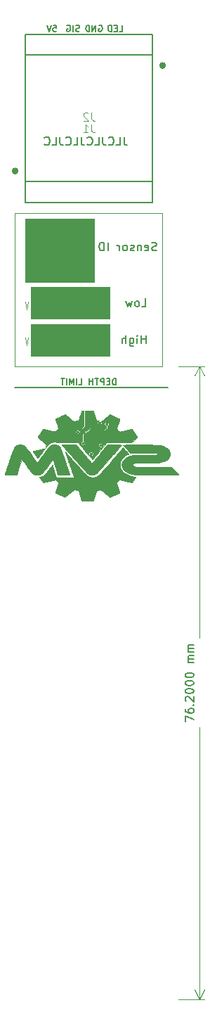
<source format=gbr>
G04 #@! TF.GenerationSoftware,KiCad,Pcbnew,(6.0.0)*
G04 #@! TF.CreationDate,2022-04-05T21:53:01-07:00*
G04 #@! TF.ProjectId,MoistureSensor,4d6f6973-7475-4726-9553-656e736f722e,rev?*
G04 #@! TF.SameCoordinates,Original*
G04 #@! TF.FileFunction,Legend,Bot*
G04 #@! TF.FilePolarity,Positive*
%FSLAX46Y46*%
G04 Gerber Fmt 4.6, Leading zero omitted, Abs format (unit mm)*
G04 Created by KiCad (PCBNEW (6.0.0)) date 2022-04-05 21:53:01*
%MOMM*%
%LPD*%
G01*
G04 APERTURE LIST*
%ADD10C,0.200000*%
%ADD11C,0.100000*%
%ADD12C,0.120000*%
%ADD13C,0.150000*%
%ADD14C,0.187500*%
%ADD15C,0.125000*%
%ADD16C,0.015000*%
%ADD17C,0.010000*%
%ADD18C,0.127000*%
%ADD19C,0.400000*%
G04 APERTURE END LIST*
D10*
X131445000Y-79375000D02*
X149860000Y-79375000D01*
D11*
X142875000Y-67310000D02*
X133350000Y-67310000D01*
X133350000Y-67310000D02*
X133350000Y-71120000D01*
X133350000Y-71120000D02*
X142875000Y-71120000D01*
X142875000Y-71120000D02*
X142875000Y-67310000D01*
G36*
X142875000Y-71120000D02*
G01*
X133350000Y-71120000D01*
X133350000Y-67310000D01*
X142875000Y-67310000D01*
X142875000Y-71120000D01*
G37*
X142875000Y-71120000D02*
X133350000Y-71120000D01*
X133350000Y-67310000D01*
X142875000Y-67310000D01*
X142875000Y-71120000D01*
D12*
X131445000Y-76835000D02*
X149225000Y-76835000D01*
D11*
X140970000Y-59055000D02*
X132715000Y-59055000D01*
X132715000Y-59055000D02*
X132715000Y-66675000D01*
X132715000Y-66675000D02*
X140970000Y-66675000D01*
X140970000Y-66675000D02*
X140970000Y-59055000D01*
G36*
X140970000Y-66675000D02*
G01*
X132715000Y-66675000D01*
X132715000Y-59055000D01*
X140970000Y-59055000D01*
X140970000Y-66675000D01*
G37*
X140970000Y-66675000D02*
X132715000Y-66675000D01*
X132715000Y-59055000D01*
X140970000Y-59055000D01*
X140970000Y-66675000D01*
X142875000Y-71755000D02*
X133350000Y-71755000D01*
X133350000Y-71755000D02*
X133350000Y-75565000D01*
X133350000Y-75565000D02*
X142875000Y-75565000D01*
X142875000Y-75565000D02*
X142875000Y-71755000D01*
G36*
X142875000Y-75565000D02*
G01*
X133350000Y-75565000D01*
X133350000Y-71755000D01*
X142875000Y-71755000D01*
X142875000Y-75565000D01*
G37*
X142875000Y-75565000D02*
X133350000Y-75565000D01*
X133350000Y-71755000D01*
X142875000Y-71755000D01*
X142875000Y-75565000D01*
D12*
X149225000Y-58420000D02*
X149225000Y-63500000D01*
X131445000Y-58420000D02*
X149225000Y-58420000D01*
X149225000Y-79375000D02*
X132715000Y-79375000D01*
X131445000Y-63500000D02*
X131445000Y-58420000D01*
X149225000Y-76835000D02*
X149225000Y-63500000D01*
X131445000Y-63500000D02*
X131445000Y-76835000D01*
D13*
X143585000Y-79079285D02*
X143585000Y-78329285D01*
X143406428Y-78329285D01*
X143299285Y-78365000D01*
X143227857Y-78436428D01*
X143192142Y-78507857D01*
X143156428Y-78650714D01*
X143156428Y-78757857D01*
X143192142Y-78900714D01*
X143227857Y-78972142D01*
X143299285Y-79043571D01*
X143406428Y-79079285D01*
X143585000Y-79079285D01*
X142835000Y-78686428D02*
X142585000Y-78686428D01*
X142477857Y-79079285D02*
X142835000Y-79079285D01*
X142835000Y-78329285D01*
X142477857Y-78329285D01*
X142156428Y-79079285D02*
X142156428Y-78329285D01*
X141870714Y-78329285D01*
X141799285Y-78365000D01*
X141763571Y-78400714D01*
X141727857Y-78472142D01*
X141727857Y-78579285D01*
X141763571Y-78650714D01*
X141799285Y-78686428D01*
X141870714Y-78722142D01*
X142156428Y-78722142D01*
X141513571Y-78329285D02*
X141085000Y-78329285D01*
X141299285Y-79079285D02*
X141299285Y-78329285D01*
X140835000Y-79079285D02*
X140835000Y-78329285D01*
X140835000Y-78686428D02*
X140406428Y-78686428D01*
X140406428Y-79079285D02*
X140406428Y-78329285D01*
X139120714Y-79079285D02*
X139477857Y-79079285D01*
X139477857Y-78329285D01*
X138870714Y-79079285D02*
X138870714Y-78329285D01*
X138513571Y-79079285D02*
X138513571Y-78329285D01*
X138263571Y-78865000D01*
X138013571Y-78329285D01*
X138013571Y-79079285D01*
X137656428Y-79079285D02*
X137656428Y-78329285D01*
X137406428Y-78329285D02*
X136977857Y-78329285D01*
X137192142Y-79079285D02*
X137192142Y-78329285D01*
X148486380Y-62888761D02*
X148343523Y-62936380D01*
X148105428Y-62936380D01*
X148010190Y-62888761D01*
X147962571Y-62841142D01*
X147914952Y-62745904D01*
X147914952Y-62650666D01*
X147962571Y-62555428D01*
X148010190Y-62507809D01*
X148105428Y-62460190D01*
X148295904Y-62412571D01*
X148391142Y-62364952D01*
X148438761Y-62317333D01*
X148486380Y-62222095D01*
X148486380Y-62126857D01*
X148438761Y-62031619D01*
X148391142Y-61984000D01*
X148295904Y-61936380D01*
X148057809Y-61936380D01*
X147914952Y-61984000D01*
X147105428Y-62888761D02*
X147200666Y-62936380D01*
X147391142Y-62936380D01*
X147486380Y-62888761D01*
X147534000Y-62793523D01*
X147534000Y-62412571D01*
X147486380Y-62317333D01*
X147391142Y-62269714D01*
X147200666Y-62269714D01*
X147105428Y-62317333D01*
X147057809Y-62412571D01*
X147057809Y-62507809D01*
X147534000Y-62603047D01*
X146629238Y-62269714D02*
X146629238Y-62936380D01*
X146629238Y-62364952D02*
X146581619Y-62317333D01*
X146486380Y-62269714D01*
X146343523Y-62269714D01*
X146248285Y-62317333D01*
X146200666Y-62412571D01*
X146200666Y-62936380D01*
X145772095Y-62888761D02*
X145676857Y-62936380D01*
X145486380Y-62936380D01*
X145391142Y-62888761D01*
X145343523Y-62793523D01*
X145343523Y-62745904D01*
X145391142Y-62650666D01*
X145486380Y-62603047D01*
X145629238Y-62603047D01*
X145724476Y-62555428D01*
X145772095Y-62460190D01*
X145772095Y-62412571D01*
X145724476Y-62317333D01*
X145629238Y-62269714D01*
X145486380Y-62269714D01*
X145391142Y-62317333D01*
X144772095Y-62936380D02*
X144867333Y-62888761D01*
X144914952Y-62841142D01*
X144962571Y-62745904D01*
X144962571Y-62460190D01*
X144914952Y-62364952D01*
X144867333Y-62317333D01*
X144772095Y-62269714D01*
X144629238Y-62269714D01*
X144534000Y-62317333D01*
X144486380Y-62364952D01*
X144438761Y-62460190D01*
X144438761Y-62745904D01*
X144486380Y-62841142D01*
X144534000Y-62888761D01*
X144629238Y-62936380D01*
X144772095Y-62936380D01*
X144010190Y-62936380D02*
X144010190Y-62269714D01*
X144010190Y-62460190D02*
X143962571Y-62364952D01*
X143914952Y-62317333D01*
X143819714Y-62269714D01*
X143724476Y-62269714D01*
X142629238Y-62936380D02*
X142629238Y-61936380D01*
X142153047Y-62936380D02*
X142153047Y-61936380D01*
X141914952Y-61936380D01*
X141772095Y-61984000D01*
X141676857Y-62079238D01*
X141629238Y-62174476D01*
X141581619Y-62364952D01*
X141581619Y-62507809D01*
X141629238Y-62698285D01*
X141676857Y-62793523D01*
X141772095Y-62888761D01*
X141914952Y-62936380D01*
X142153047Y-62936380D01*
X147224571Y-74112380D02*
X147224571Y-73112380D01*
X147224571Y-73588571D02*
X146653142Y-73588571D01*
X146653142Y-74112380D02*
X146653142Y-73112380D01*
X146176952Y-74112380D02*
X146176952Y-73445714D01*
X146176952Y-73112380D02*
X146224571Y-73160000D01*
X146176952Y-73207619D01*
X146129333Y-73160000D01*
X146176952Y-73112380D01*
X146176952Y-73207619D01*
X145272190Y-73445714D02*
X145272190Y-74255238D01*
X145319809Y-74350476D01*
X145367428Y-74398095D01*
X145462666Y-74445714D01*
X145605523Y-74445714D01*
X145700761Y-74398095D01*
X145272190Y-74064761D02*
X145367428Y-74112380D01*
X145557904Y-74112380D01*
X145653142Y-74064761D01*
X145700761Y-74017142D01*
X145748380Y-73921904D01*
X145748380Y-73636190D01*
X145700761Y-73540952D01*
X145653142Y-73493333D01*
X145557904Y-73445714D01*
X145367428Y-73445714D01*
X145272190Y-73493333D01*
X144796000Y-74112380D02*
X144796000Y-73112380D01*
X144367428Y-74112380D02*
X144367428Y-73588571D01*
X144415047Y-73493333D01*
X144510285Y-73445714D01*
X144653142Y-73445714D01*
X144748380Y-73493333D01*
X144796000Y-73540952D01*
X146716666Y-69667380D02*
X147192857Y-69667380D01*
X147192857Y-68667380D01*
X146240476Y-69667380D02*
X146335714Y-69619761D01*
X146383333Y-69572142D01*
X146430952Y-69476904D01*
X146430952Y-69191190D01*
X146383333Y-69095952D01*
X146335714Y-69048333D01*
X146240476Y-69000714D01*
X146097619Y-69000714D01*
X146002380Y-69048333D01*
X145954761Y-69095952D01*
X145907142Y-69191190D01*
X145907142Y-69476904D01*
X145954761Y-69572142D01*
X146002380Y-69619761D01*
X146097619Y-69667380D01*
X146240476Y-69667380D01*
X145573809Y-69000714D02*
X145383333Y-69667380D01*
X145192857Y-69191190D01*
X145002380Y-69667380D01*
X144811904Y-69000714D01*
D14*
X139197857Y-36498571D02*
X139090714Y-36534285D01*
X138912142Y-36534285D01*
X138840714Y-36498571D01*
X138805000Y-36462857D01*
X138769285Y-36391428D01*
X138769285Y-36320000D01*
X138805000Y-36248571D01*
X138840714Y-36212857D01*
X138912142Y-36177142D01*
X139055000Y-36141428D01*
X139126428Y-36105714D01*
X139162142Y-36070000D01*
X139197857Y-35998571D01*
X139197857Y-35927142D01*
X139162142Y-35855714D01*
X139126428Y-35820000D01*
X139055000Y-35784285D01*
X138876428Y-35784285D01*
X138769285Y-35820000D01*
X138447857Y-36534285D02*
X138447857Y-35784285D01*
X137697857Y-35820000D02*
X137769285Y-35784285D01*
X137876428Y-35784285D01*
X137983571Y-35820000D01*
X138055000Y-35891428D01*
X138090714Y-35962857D01*
X138126428Y-36105714D01*
X138126428Y-36212857D01*
X138090714Y-36355714D01*
X138055000Y-36427142D01*
X137983571Y-36498571D01*
X137876428Y-36534285D01*
X137805000Y-36534285D01*
X137697857Y-36498571D01*
X137662142Y-36462857D01*
X137662142Y-36212857D01*
X137805000Y-36212857D01*
X143992142Y-36534285D02*
X144349285Y-36534285D01*
X144349285Y-35784285D01*
X143742142Y-36141428D02*
X143492142Y-36141428D01*
X143385000Y-36534285D02*
X143742142Y-36534285D01*
X143742142Y-35784285D01*
X143385000Y-35784285D01*
X143063571Y-36534285D02*
X143063571Y-35784285D01*
X142885000Y-35784285D01*
X142777857Y-35820000D01*
X142706428Y-35891428D01*
X142670714Y-35962857D01*
X142635000Y-36105714D01*
X142635000Y-36212857D01*
X142670714Y-36355714D01*
X142706428Y-36427142D01*
X142777857Y-36498571D01*
X142885000Y-36534285D01*
X143063571Y-36534285D01*
D15*
X133008666Y-73366380D02*
X132842000Y-74366380D01*
X132675333Y-73366380D01*
D14*
X141541428Y-35820000D02*
X141612857Y-35784285D01*
X141720000Y-35784285D01*
X141827142Y-35820000D01*
X141898571Y-35891428D01*
X141934285Y-35962857D01*
X141970000Y-36105714D01*
X141970000Y-36212857D01*
X141934285Y-36355714D01*
X141898571Y-36427142D01*
X141827142Y-36498571D01*
X141720000Y-36534285D01*
X141648571Y-36534285D01*
X141541428Y-36498571D01*
X141505714Y-36462857D01*
X141505714Y-36212857D01*
X141648571Y-36212857D01*
X141184285Y-36534285D02*
X141184285Y-35784285D01*
X140755714Y-36534285D01*
X140755714Y-35784285D01*
X140398571Y-36534285D02*
X140398571Y-35784285D01*
X140220000Y-35784285D01*
X140112857Y-35820000D01*
X140041428Y-35891428D01*
X140005714Y-35962857D01*
X139970000Y-36105714D01*
X139970000Y-36212857D01*
X140005714Y-36355714D01*
X140041428Y-36427142D01*
X140112857Y-36498571D01*
X140220000Y-36534285D01*
X140398571Y-36534285D01*
D15*
X133008666Y-69048380D02*
X132842000Y-70048380D01*
X132675333Y-69048380D01*
D13*
X144573047Y-49236380D02*
X144573047Y-49950666D01*
X144620666Y-50093523D01*
X144715904Y-50188761D01*
X144858761Y-50236380D01*
X144954000Y-50236380D01*
X143620666Y-50236380D02*
X144096857Y-50236380D01*
X144096857Y-49236380D01*
X142715904Y-50141142D02*
X142763523Y-50188761D01*
X142906380Y-50236380D01*
X143001619Y-50236380D01*
X143144476Y-50188761D01*
X143239714Y-50093523D01*
X143287333Y-49998285D01*
X143334952Y-49807809D01*
X143334952Y-49664952D01*
X143287333Y-49474476D01*
X143239714Y-49379238D01*
X143144476Y-49284000D01*
X143001619Y-49236380D01*
X142906380Y-49236380D01*
X142763523Y-49284000D01*
X142715904Y-49331619D01*
X142001619Y-49236380D02*
X142001619Y-49950666D01*
X142049238Y-50093523D01*
X142144476Y-50188761D01*
X142287333Y-50236380D01*
X142382571Y-50236380D01*
X141049238Y-50236380D02*
X141525428Y-50236380D01*
X141525428Y-49236380D01*
X140144476Y-50141142D02*
X140192095Y-50188761D01*
X140334952Y-50236380D01*
X140430190Y-50236380D01*
X140573047Y-50188761D01*
X140668285Y-50093523D01*
X140715904Y-49998285D01*
X140763523Y-49807809D01*
X140763523Y-49664952D01*
X140715904Y-49474476D01*
X140668285Y-49379238D01*
X140573047Y-49284000D01*
X140430190Y-49236380D01*
X140334952Y-49236380D01*
X140192095Y-49284000D01*
X140144476Y-49331619D01*
X139430190Y-49236380D02*
X139430190Y-49950666D01*
X139477809Y-50093523D01*
X139573047Y-50188761D01*
X139715904Y-50236380D01*
X139811142Y-50236380D01*
X138477809Y-50236380D02*
X138954000Y-50236380D01*
X138954000Y-49236380D01*
X137573047Y-50141142D02*
X137620666Y-50188761D01*
X137763523Y-50236380D01*
X137858761Y-50236380D01*
X138001619Y-50188761D01*
X138096857Y-50093523D01*
X138144476Y-49998285D01*
X138192095Y-49807809D01*
X138192095Y-49664952D01*
X138144476Y-49474476D01*
X138096857Y-49379238D01*
X138001619Y-49284000D01*
X137858761Y-49236380D01*
X137763523Y-49236380D01*
X137620666Y-49284000D01*
X137573047Y-49331619D01*
X136858761Y-49236380D02*
X136858761Y-49950666D01*
X136906380Y-50093523D01*
X137001619Y-50188761D01*
X137144476Y-50236380D01*
X137239714Y-50236380D01*
X135906380Y-50236380D02*
X136382571Y-50236380D01*
X136382571Y-49236380D01*
X135001619Y-50141142D02*
X135049238Y-50188761D01*
X135192095Y-50236380D01*
X135287333Y-50236380D01*
X135430190Y-50188761D01*
X135525428Y-50093523D01*
X135573047Y-49998285D01*
X135620666Y-49807809D01*
X135620666Y-49664952D01*
X135573047Y-49474476D01*
X135525428Y-49379238D01*
X135430190Y-49284000D01*
X135287333Y-49236380D01*
X135192095Y-49236380D01*
X135049238Y-49284000D01*
X135001619Y-49331619D01*
D14*
X136032857Y-35784285D02*
X136390000Y-35784285D01*
X136425714Y-36141428D01*
X136390000Y-36105714D01*
X136318571Y-36070000D01*
X136140000Y-36070000D01*
X136068571Y-36105714D01*
X136032857Y-36141428D01*
X135997142Y-36212857D01*
X135997142Y-36391428D01*
X136032857Y-36462857D01*
X136068571Y-36498571D01*
X136140000Y-36534285D01*
X136318571Y-36534285D01*
X136390000Y-36498571D01*
X136425714Y-36462857D01*
X135782857Y-35784285D02*
X135532857Y-36534285D01*
X135282857Y-35784285D01*
D13*
X151972380Y-119601666D02*
X151972380Y-118935000D01*
X152972380Y-119363571D01*
X151972380Y-118125476D02*
X151972380Y-118315952D01*
X152020000Y-118411190D01*
X152067619Y-118458809D01*
X152210476Y-118554047D01*
X152400952Y-118601666D01*
X152781904Y-118601666D01*
X152877142Y-118554047D01*
X152924761Y-118506428D01*
X152972380Y-118411190D01*
X152972380Y-118220714D01*
X152924761Y-118125476D01*
X152877142Y-118077857D01*
X152781904Y-118030238D01*
X152543809Y-118030238D01*
X152448571Y-118077857D01*
X152400952Y-118125476D01*
X152353333Y-118220714D01*
X152353333Y-118411190D01*
X152400952Y-118506428D01*
X152448571Y-118554047D01*
X152543809Y-118601666D01*
X152877142Y-117601666D02*
X152924761Y-117554047D01*
X152972380Y-117601666D01*
X152924761Y-117649285D01*
X152877142Y-117601666D01*
X152972380Y-117601666D01*
X152067619Y-117173095D02*
X152020000Y-117125476D01*
X151972380Y-117030238D01*
X151972380Y-116792142D01*
X152020000Y-116696904D01*
X152067619Y-116649285D01*
X152162857Y-116601666D01*
X152258095Y-116601666D01*
X152400952Y-116649285D01*
X152972380Y-117220714D01*
X152972380Y-116601666D01*
X151972380Y-115982619D02*
X151972380Y-115887380D01*
X152020000Y-115792142D01*
X152067619Y-115744523D01*
X152162857Y-115696904D01*
X152353333Y-115649285D01*
X152591428Y-115649285D01*
X152781904Y-115696904D01*
X152877142Y-115744523D01*
X152924761Y-115792142D01*
X152972380Y-115887380D01*
X152972380Y-115982619D01*
X152924761Y-116077857D01*
X152877142Y-116125476D01*
X152781904Y-116173095D01*
X152591428Y-116220714D01*
X152353333Y-116220714D01*
X152162857Y-116173095D01*
X152067619Y-116125476D01*
X152020000Y-116077857D01*
X151972380Y-115982619D01*
X151972380Y-115030238D02*
X151972380Y-114935000D01*
X152020000Y-114839761D01*
X152067619Y-114792142D01*
X152162857Y-114744523D01*
X152353333Y-114696904D01*
X152591428Y-114696904D01*
X152781904Y-114744523D01*
X152877142Y-114792142D01*
X152924761Y-114839761D01*
X152972380Y-114935000D01*
X152972380Y-115030238D01*
X152924761Y-115125476D01*
X152877142Y-115173095D01*
X152781904Y-115220714D01*
X152591428Y-115268333D01*
X152353333Y-115268333D01*
X152162857Y-115220714D01*
X152067619Y-115173095D01*
X152020000Y-115125476D01*
X151972380Y-115030238D01*
X151972380Y-114077857D02*
X151972380Y-113982619D01*
X152020000Y-113887380D01*
X152067619Y-113839761D01*
X152162857Y-113792142D01*
X152353333Y-113744523D01*
X152591428Y-113744523D01*
X152781904Y-113792142D01*
X152877142Y-113839761D01*
X152924761Y-113887380D01*
X152972380Y-113982619D01*
X152972380Y-114077857D01*
X152924761Y-114173095D01*
X152877142Y-114220714D01*
X152781904Y-114268333D01*
X152591428Y-114315952D01*
X152353333Y-114315952D01*
X152162857Y-114268333D01*
X152067619Y-114220714D01*
X152020000Y-114173095D01*
X151972380Y-114077857D01*
X152972380Y-112554047D02*
X152305714Y-112554047D01*
X152400952Y-112554047D02*
X152353333Y-112506428D01*
X152305714Y-112411190D01*
X152305714Y-112268333D01*
X152353333Y-112173095D01*
X152448571Y-112125476D01*
X152972380Y-112125476D01*
X152448571Y-112125476D02*
X152353333Y-112077857D01*
X152305714Y-111982619D01*
X152305714Y-111839761D01*
X152353333Y-111744523D01*
X152448571Y-111696904D01*
X152972380Y-111696904D01*
X152972380Y-111220714D02*
X152305714Y-111220714D01*
X152400952Y-111220714D02*
X152353333Y-111173095D01*
X152305714Y-111077857D01*
X152305714Y-110935000D01*
X152353333Y-110839761D01*
X152448571Y-110792142D01*
X152972380Y-110792142D01*
X152448571Y-110792142D02*
X152353333Y-110744523D01*
X152305714Y-110649285D01*
X152305714Y-110506428D01*
X152353333Y-110411190D01*
X152448571Y-110363571D01*
X152972380Y-110363571D01*
D12*
X151130000Y-153035000D02*
X154256420Y-153035000D01*
X151130000Y-76835000D02*
X154256420Y-76835000D01*
X153670000Y-153035000D02*
X153670000Y-120319524D01*
X153670000Y-109550476D02*
X153670000Y-76835000D01*
X153670000Y-153035000D02*
X154256421Y-151908496D01*
X153670000Y-153035000D02*
X153083579Y-151908496D01*
X153670000Y-76835000D02*
X153083579Y-77961504D01*
X153670000Y-76835000D02*
X154256421Y-77961504D01*
D16*
X140668866Y-47711505D02*
X140668866Y-48426933D01*
X140716561Y-48570018D01*
X140811951Y-48665408D01*
X140955036Y-48713103D01*
X141050427Y-48713103D01*
X139667268Y-48713103D02*
X140239609Y-48713103D01*
X139953438Y-48713103D02*
X139953438Y-47711505D01*
X140048829Y-47854591D01*
X140144219Y-47949981D01*
X140239609Y-47997676D01*
X140668866Y-46314505D02*
X140668866Y-47029933D01*
X140716561Y-47173018D01*
X140811951Y-47268408D01*
X140955036Y-47316103D01*
X141050427Y-47316103D01*
X140239609Y-46409896D02*
X140191914Y-46362201D01*
X140096524Y-46314505D01*
X139858048Y-46314505D01*
X139762658Y-46362201D01*
X139714963Y-46409896D01*
X139667268Y-46505286D01*
X139667268Y-46600676D01*
X139714963Y-46743762D01*
X140287304Y-47316103D01*
X139667268Y-47316103D01*
D17*
X146196101Y-86304805D02*
X145946248Y-86304880D01*
X145946248Y-86304880D02*
X145720662Y-86305016D01*
X145720662Y-86305016D02*
X145518180Y-86305222D01*
X145518180Y-86305222D02*
X145337637Y-86305506D01*
X145337637Y-86305506D02*
X145177869Y-86305878D01*
X145177869Y-86305878D02*
X145037711Y-86306345D01*
X145037711Y-86306345D02*
X144916000Y-86306918D01*
X144916000Y-86306918D02*
X144811571Y-86307605D01*
X144811571Y-86307605D02*
X144723259Y-86308415D01*
X144723259Y-86308415D02*
X144649900Y-86309356D01*
X144649900Y-86309356D02*
X144590329Y-86310438D01*
X144590329Y-86310438D02*
X144543383Y-86311670D01*
X144543383Y-86311670D02*
X144507897Y-86313059D01*
X144507897Y-86313059D02*
X144482706Y-86314616D01*
X144482706Y-86314616D02*
X144466646Y-86316349D01*
X144466646Y-86316349D02*
X144458554Y-86318266D01*
X144458554Y-86318266D02*
X144457092Y-86320103D01*
X144457092Y-86320103D02*
X144466367Y-86331588D01*
X144466367Y-86331588D02*
X144490361Y-86358850D01*
X144490361Y-86358850D02*
X144527525Y-86400195D01*
X144527525Y-86400195D02*
X144576314Y-86453924D01*
X144576314Y-86453924D02*
X144635178Y-86518342D01*
X144635178Y-86518342D02*
X144702571Y-86591753D01*
X144702571Y-86591753D02*
X144776945Y-86672458D01*
X144776945Y-86672458D02*
X144856752Y-86758763D01*
X144856752Y-86758763D02*
X144885193Y-86789451D01*
X144885193Y-86789451D02*
X145306214Y-87243478D01*
X145306214Y-87243478D02*
X146855113Y-87243478D01*
X146855113Y-87243478D02*
X147119236Y-87243557D01*
X147119236Y-87243557D02*
X147357444Y-87243795D01*
X147357444Y-87243795D02*
X147570420Y-87244200D01*
X147570420Y-87244200D02*
X147758847Y-87244775D01*
X147758847Y-87244775D02*
X147923406Y-87245527D01*
X147923406Y-87245527D02*
X148064780Y-87246460D01*
X148064780Y-87246460D02*
X148183650Y-87247579D01*
X148183650Y-87247579D02*
X148280700Y-87248890D01*
X148280700Y-87248890D02*
X148356611Y-87250397D01*
X148356611Y-87250397D02*
X148412065Y-87252107D01*
X148412065Y-87252107D02*
X148447745Y-87254025D01*
X148447745Y-87254025D02*
X148462768Y-87255764D01*
X148462768Y-87255764D02*
X148526399Y-87277812D01*
X148526399Y-87277812D02*
X148571555Y-87311556D01*
X148571555Y-87311556D02*
X148596124Y-87353672D01*
X148596124Y-87353672D02*
X148597997Y-87400833D01*
X148597997Y-87400833D02*
X148580682Y-87441613D01*
X148580682Y-87441613D02*
X148573562Y-87453305D01*
X148573562Y-87453305D02*
X148567185Y-87463665D01*
X148567185Y-87463665D02*
X148559990Y-87472780D01*
X148559990Y-87472780D02*
X148550413Y-87480737D01*
X148550413Y-87480737D02*
X148536892Y-87487625D01*
X148536892Y-87487625D02*
X148517865Y-87493531D01*
X148517865Y-87493531D02*
X148491768Y-87498543D01*
X148491768Y-87498543D02*
X148457039Y-87502748D01*
X148457039Y-87502748D02*
X148412116Y-87506235D01*
X148412116Y-87506235D02*
X148355436Y-87509090D01*
X148355436Y-87509090D02*
X148285436Y-87511402D01*
X148285436Y-87511402D02*
X148200553Y-87513257D01*
X148200553Y-87513257D02*
X148099226Y-87514745D01*
X148099226Y-87514745D02*
X147979892Y-87515952D01*
X147979892Y-87515952D02*
X147840987Y-87516966D01*
X147840987Y-87516966D02*
X147680950Y-87517875D01*
X147680950Y-87517875D02*
X147498218Y-87518767D01*
X147498218Y-87518767D02*
X147291228Y-87519728D01*
X147291228Y-87519728D02*
X147179036Y-87520259D01*
X147179036Y-87520259D02*
X146956977Y-87521337D01*
X146956977Y-87521337D02*
X146759724Y-87522362D01*
X146759724Y-87522362D02*
X146585489Y-87523401D01*
X146585489Y-87523401D02*
X146432482Y-87524517D01*
X146432482Y-87524517D02*
X146298913Y-87525779D01*
X146298913Y-87525779D02*
X146182993Y-87527251D01*
X146182993Y-87527251D02*
X146082933Y-87528999D01*
X146082933Y-87528999D02*
X145996942Y-87531089D01*
X145996942Y-87531089D02*
X145923231Y-87533588D01*
X145923231Y-87533588D02*
X145860012Y-87536560D01*
X145860012Y-87536560D02*
X145805493Y-87540073D01*
X145805493Y-87540073D02*
X145757886Y-87544191D01*
X145757886Y-87544191D02*
X145715402Y-87548981D01*
X145715402Y-87548981D02*
X145676250Y-87554508D01*
X145676250Y-87554508D02*
X145638641Y-87560838D01*
X145638641Y-87560838D02*
X145600786Y-87568038D01*
X145600786Y-87568038D02*
X145560895Y-87576172D01*
X145560895Y-87576172D02*
X145539648Y-87580607D01*
X145539648Y-87580607D02*
X145334444Y-87632532D01*
X145334444Y-87632532D02*
X145143019Y-87699076D01*
X145143019Y-87699076D02*
X144967141Y-87779178D01*
X144967141Y-87779178D02*
X144808578Y-87871778D01*
X144808578Y-87871778D02*
X144669098Y-87975813D01*
X144669098Y-87975813D02*
X144550469Y-88090223D01*
X144550469Y-88090223D02*
X144454460Y-88213946D01*
X144454460Y-88213946D02*
X144436183Y-88242913D01*
X144436183Y-88242913D02*
X144380295Y-88356432D01*
X144380295Y-88356432D02*
X144340642Y-88482532D01*
X144340642Y-88482532D02*
X144317716Y-88615995D01*
X144317716Y-88615995D02*
X144312009Y-88751600D01*
X144312009Y-88751600D02*
X144324012Y-88884126D01*
X144324012Y-88884126D02*
X144354217Y-89008355D01*
X144354217Y-89008355D02*
X144361994Y-89030428D01*
X144361994Y-89030428D02*
X144425345Y-89164000D01*
X144425345Y-89164000D02*
X144512181Y-89289151D01*
X144512181Y-89289151D02*
X144620998Y-89405021D01*
X144620998Y-89405021D02*
X144750292Y-89510748D01*
X144750292Y-89510748D02*
X144898558Y-89605475D01*
X144898558Y-89605475D02*
X145064293Y-89688339D01*
X145064293Y-89688339D02*
X145245991Y-89758482D01*
X145245991Y-89758482D02*
X145442148Y-89815044D01*
X145442148Y-89815044D02*
X145651261Y-89857163D01*
X145651261Y-89857163D02*
X145851994Y-89882257D01*
X145851994Y-89882257D02*
X145881141Y-89883712D01*
X145881141Y-89883712D02*
X145934312Y-89885074D01*
X145934312Y-89885074D02*
X146009977Y-89886345D01*
X146009977Y-89886345D02*
X146106604Y-89887524D01*
X146106604Y-89887524D02*
X146222665Y-89888611D01*
X146222665Y-89888611D02*
X146356626Y-89889608D01*
X146356626Y-89889608D02*
X146506958Y-89890514D01*
X146506958Y-89890514D02*
X146672131Y-89891329D01*
X146672131Y-89891329D02*
X146850613Y-89892054D01*
X146850613Y-89892054D02*
X147040873Y-89892689D01*
X147040873Y-89892689D02*
X147241382Y-89893234D01*
X147241382Y-89893234D02*
X147450607Y-89893689D01*
X147450607Y-89893689D02*
X147667019Y-89894055D01*
X147667019Y-89894055D02*
X147889087Y-89894332D01*
X147889087Y-89894332D02*
X148115280Y-89894520D01*
X148115280Y-89894520D02*
X148344068Y-89894620D01*
X148344068Y-89894620D02*
X148573918Y-89894631D01*
X148573918Y-89894631D02*
X148803302Y-89894553D01*
X148803302Y-89894553D02*
X149030688Y-89894388D01*
X149030688Y-89894388D02*
X149254546Y-89894135D01*
X149254546Y-89894135D02*
X149473344Y-89893795D01*
X149473344Y-89893795D02*
X149685552Y-89893368D01*
X149685552Y-89893368D02*
X149889639Y-89892853D01*
X149889639Y-89892853D02*
X150084076Y-89892252D01*
X150084076Y-89892252D02*
X150267329Y-89891565D01*
X150267329Y-89891565D02*
X150437871Y-89890791D01*
X150437871Y-89890791D02*
X150594168Y-89889931D01*
X150594168Y-89889931D02*
X150734691Y-89888986D01*
X150734691Y-89888986D02*
X150857910Y-89887954D01*
X150857910Y-89887954D02*
X150962292Y-89886838D01*
X150962292Y-89886838D02*
X151046308Y-89885637D01*
X151046308Y-89885637D02*
X151108427Y-89884351D01*
X151108427Y-89884351D02*
X151147118Y-89882980D01*
X151147118Y-89882980D02*
X151160850Y-89881525D01*
X151160850Y-89881525D02*
X151160837Y-89881420D01*
X151160837Y-89881420D02*
X151151102Y-89870493D01*
X151151102Y-89870493D02*
X151126636Y-89843802D01*
X151126636Y-89843802D02*
X151089007Y-89803040D01*
X151089007Y-89803040D02*
X151039784Y-89749895D01*
X151039784Y-89749895D02*
X150980535Y-89686060D01*
X150980535Y-89686060D02*
X150912829Y-89613224D01*
X150912829Y-89613224D02*
X150838232Y-89533079D01*
X150838232Y-89533079D02*
X150758315Y-89447315D01*
X150758315Y-89447315D02*
X150733174Y-89420355D01*
X150733174Y-89420355D02*
X150314809Y-88971782D01*
X150314809Y-88971782D02*
X148165116Y-88966053D01*
X148165116Y-88966053D02*
X147881007Y-88965322D01*
X147881007Y-88965322D02*
X147622223Y-88964683D01*
X147622223Y-88964683D02*
X147387494Y-88964091D01*
X147387494Y-88964091D02*
X147175549Y-88963504D01*
X147175549Y-88963504D02*
X146985116Y-88962876D01*
X146985116Y-88962876D02*
X146814925Y-88962163D01*
X146814925Y-88962163D02*
X146663706Y-88961322D01*
X146663706Y-88961322D02*
X146530187Y-88960308D01*
X146530187Y-88960308D02*
X146413097Y-88959077D01*
X146413097Y-88959077D02*
X146311166Y-88957586D01*
X146311166Y-88957586D02*
X146223123Y-88955788D01*
X146223123Y-88955788D02*
X146147696Y-88953642D01*
X146147696Y-88953642D02*
X146083616Y-88951102D01*
X146083616Y-88951102D02*
X146029610Y-88948125D01*
X146029610Y-88948125D02*
X145984409Y-88944665D01*
X145984409Y-88944665D02*
X145946741Y-88940680D01*
X145946741Y-88940680D02*
X145915336Y-88936125D01*
X145915336Y-88936125D02*
X145888922Y-88930956D01*
X145888922Y-88930956D02*
X145866229Y-88925128D01*
X145866229Y-88925128D02*
X145845986Y-88918598D01*
X145845986Y-88918598D02*
X145826922Y-88911321D01*
X145826922Y-88911321D02*
X145807766Y-88903254D01*
X145807766Y-88903254D02*
X145787248Y-88894351D01*
X145787248Y-88894351D02*
X145764096Y-88884570D01*
X145764096Y-88884570D02*
X145758995Y-88882487D01*
X145758995Y-88882487D02*
X145679037Y-88841642D01*
X145679037Y-88841642D02*
X145623733Y-88795346D01*
X145623733Y-88795346D02*
X145592671Y-88745539D01*
X145592671Y-88745539D02*
X145585441Y-88694161D01*
X145585441Y-88694161D02*
X145601634Y-88643151D01*
X145601634Y-88643151D02*
X145640837Y-88594450D01*
X145640837Y-88594450D02*
X145702642Y-88549998D01*
X145702642Y-88549998D02*
X145786638Y-88511735D01*
X145786638Y-88511735D02*
X145841115Y-88494318D01*
X145841115Y-88494318D02*
X145948932Y-88464148D01*
X145948932Y-88464148D02*
X147305371Y-88457705D01*
X147305371Y-88457705D02*
X147531860Y-88456630D01*
X147531860Y-88456630D02*
X147733508Y-88455632D01*
X147733508Y-88455632D02*
X147912068Y-88454640D01*
X147912068Y-88454640D02*
X148069297Y-88453580D01*
X148069297Y-88453580D02*
X148206948Y-88452381D01*
X148206948Y-88452381D02*
X148326777Y-88450970D01*
X148326777Y-88450970D02*
X148430538Y-88449276D01*
X148430538Y-88449276D02*
X148519986Y-88447225D01*
X148519986Y-88447225D02*
X148596875Y-88444746D01*
X148596875Y-88444746D02*
X148662961Y-88441767D01*
X148662961Y-88441767D02*
X148719999Y-88438215D01*
X148719999Y-88438215D02*
X148769742Y-88434017D01*
X148769742Y-88434017D02*
X148813946Y-88429103D01*
X148813946Y-88429103D02*
X148854365Y-88423399D01*
X148854365Y-88423399D02*
X148892755Y-88416834D01*
X148892755Y-88416834D02*
X148930869Y-88409334D01*
X148930869Y-88409334D02*
X148970463Y-88400829D01*
X148970463Y-88400829D02*
X149013291Y-88391245D01*
X149013291Y-88391245D02*
X149034167Y-88386543D01*
X149034167Y-88386543D02*
X149222123Y-88335716D01*
X149222123Y-88335716D02*
X149397354Y-88271199D01*
X149397354Y-88271199D02*
X149557716Y-88194315D01*
X149557716Y-88194315D02*
X149701066Y-88106389D01*
X149701066Y-88106389D02*
X149825257Y-88008743D01*
X149825257Y-88008743D02*
X149928148Y-87902702D01*
X149928148Y-87902702D02*
X150007593Y-87789589D01*
X150007593Y-87789589D02*
X150011103Y-87783432D01*
X150011103Y-87783432D02*
X150052678Y-87700794D01*
X150052678Y-87700794D02*
X150081480Y-87620567D01*
X150081480Y-87620567D02*
X150099124Y-87536064D01*
X150099124Y-87536064D02*
X150107227Y-87440597D01*
X150107227Y-87440597D02*
X150108202Y-87381522D01*
X150108202Y-87381522D02*
X150104160Y-87275972D01*
X150104160Y-87275972D02*
X150091406Y-87185145D01*
X150091406Y-87185145D02*
X150068356Y-87102481D01*
X150068356Y-87102481D02*
X150033427Y-87021425D01*
X150033427Y-87021425D02*
X150011103Y-86979611D01*
X150011103Y-86979611D02*
X149933043Y-86866315D01*
X149933043Y-86866315D02*
X149831556Y-86760130D01*
X149831556Y-86760130D02*
X149708862Y-86662315D01*
X149708862Y-86662315D02*
X149567180Y-86574129D01*
X149567180Y-86574129D02*
X149408730Y-86496831D01*
X149408730Y-86496831D02*
X149235732Y-86431680D01*
X149235732Y-86431680D02*
X149050404Y-86379934D01*
X149050404Y-86379934D02*
X148901183Y-86350099D01*
X148901183Y-86350099D02*
X148865055Y-86344194D01*
X148865055Y-86344194D02*
X148829886Y-86338825D01*
X148829886Y-86338825D02*
X148794312Y-86333967D01*
X148794312Y-86333967D02*
X148756970Y-86329593D01*
X148756970Y-86329593D02*
X148716494Y-86325679D01*
X148716494Y-86325679D02*
X148671521Y-86322199D01*
X148671521Y-86322199D02*
X148620686Y-86319128D01*
X148620686Y-86319128D02*
X148562625Y-86316440D01*
X148562625Y-86316440D02*
X148495974Y-86314109D01*
X148495974Y-86314109D02*
X148419369Y-86312111D01*
X148419369Y-86312111D02*
X148331445Y-86310420D01*
X148331445Y-86310420D02*
X148230839Y-86309009D01*
X148230839Y-86309009D02*
X148116186Y-86307855D01*
X148116186Y-86307855D02*
X147986122Y-86306932D01*
X147986122Y-86306932D02*
X147839282Y-86306213D01*
X147839282Y-86306213D02*
X147674303Y-86305674D01*
X147674303Y-86305674D02*
X147489820Y-86305289D01*
X147489820Y-86305289D02*
X147284470Y-86305033D01*
X147284470Y-86305033D02*
X147056887Y-86304880D01*
X147056887Y-86304880D02*
X146805707Y-86304805D01*
X146805707Y-86304805D02*
X146529568Y-86304783D01*
X146529568Y-86304783D02*
X146471388Y-86304782D01*
X146471388Y-86304782D02*
X146196101Y-86304805D01*
X146196101Y-86304805D02*
X146196101Y-86304805D01*
G36*
X146529568Y-86304783D02*
G01*
X146805707Y-86304805D01*
X147056887Y-86304880D01*
X147284470Y-86305033D01*
X147489820Y-86305289D01*
X147674303Y-86305674D01*
X147839282Y-86306213D01*
X147986122Y-86306932D01*
X148116186Y-86307855D01*
X148230839Y-86309009D01*
X148331445Y-86310420D01*
X148419369Y-86312111D01*
X148495974Y-86314109D01*
X148562625Y-86316440D01*
X148620686Y-86319128D01*
X148671521Y-86322199D01*
X148716494Y-86325679D01*
X148756970Y-86329593D01*
X148794312Y-86333967D01*
X148829886Y-86338825D01*
X148865055Y-86344194D01*
X148901183Y-86350099D01*
X149050404Y-86379934D01*
X149235732Y-86431680D01*
X149408730Y-86496831D01*
X149567180Y-86574129D01*
X149708862Y-86662315D01*
X149831556Y-86760130D01*
X149933043Y-86866315D01*
X150011103Y-86979611D01*
X150033427Y-87021425D01*
X150068356Y-87102481D01*
X150091406Y-87185145D01*
X150104160Y-87275972D01*
X150108202Y-87381522D01*
X150107227Y-87440597D01*
X150099124Y-87536064D01*
X150081480Y-87620567D01*
X150052678Y-87700794D01*
X150011103Y-87783432D01*
X150007593Y-87789589D01*
X149928148Y-87902702D01*
X149825257Y-88008743D01*
X149701066Y-88106389D01*
X149557716Y-88194315D01*
X149397354Y-88271199D01*
X149222123Y-88335716D01*
X149034167Y-88386543D01*
X149013291Y-88391245D01*
X148970463Y-88400829D01*
X148930869Y-88409334D01*
X148892755Y-88416834D01*
X148854365Y-88423399D01*
X148813946Y-88429103D01*
X148769742Y-88434017D01*
X148719999Y-88438215D01*
X148662961Y-88441767D01*
X148596875Y-88444746D01*
X148519986Y-88447225D01*
X148430538Y-88449276D01*
X148326777Y-88450970D01*
X148206948Y-88452381D01*
X148069297Y-88453580D01*
X147912068Y-88454640D01*
X147733508Y-88455632D01*
X147531860Y-88456630D01*
X147305371Y-88457705D01*
X145948932Y-88464148D01*
X145841115Y-88494318D01*
X145786638Y-88511735D01*
X145702642Y-88549998D01*
X145640837Y-88594450D01*
X145601634Y-88643151D01*
X145585441Y-88694161D01*
X145592671Y-88745539D01*
X145623733Y-88795346D01*
X145679037Y-88841642D01*
X145758995Y-88882487D01*
X145764096Y-88884570D01*
X145787248Y-88894351D01*
X145807766Y-88903254D01*
X145826922Y-88911321D01*
X145845986Y-88918598D01*
X145866229Y-88925128D01*
X145888922Y-88930956D01*
X145915336Y-88936125D01*
X145946741Y-88940680D01*
X145984409Y-88944665D01*
X146029610Y-88948125D01*
X146083616Y-88951102D01*
X146147696Y-88953642D01*
X146223123Y-88955788D01*
X146311166Y-88957586D01*
X146413097Y-88959077D01*
X146530187Y-88960308D01*
X146663706Y-88961322D01*
X146814925Y-88962163D01*
X146985116Y-88962876D01*
X147175549Y-88963504D01*
X147387494Y-88964091D01*
X147622223Y-88964683D01*
X147881007Y-88965322D01*
X148165116Y-88966053D01*
X150314809Y-88971782D01*
X150733174Y-89420355D01*
X150758315Y-89447315D01*
X150838232Y-89533079D01*
X150912829Y-89613224D01*
X150980535Y-89686060D01*
X151039784Y-89749895D01*
X151089007Y-89803040D01*
X151126636Y-89843802D01*
X151151102Y-89870493D01*
X151160837Y-89881420D01*
X151160850Y-89881525D01*
X151147118Y-89882980D01*
X151108427Y-89884351D01*
X151046308Y-89885637D01*
X150962292Y-89886838D01*
X150857910Y-89887954D01*
X150734691Y-89888986D01*
X150594168Y-89889931D01*
X150437871Y-89890791D01*
X150267329Y-89891565D01*
X150084076Y-89892252D01*
X149889639Y-89892853D01*
X149685552Y-89893368D01*
X149473344Y-89893795D01*
X149254546Y-89894135D01*
X149030688Y-89894388D01*
X148803302Y-89894553D01*
X148573918Y-89894631D01*
X148344068Y-89894620D01*
X148115280Y-89894520D01*
X147889087Y-89894332D01*
X147667019Y-89894055D01*
X147450607Y-89893689D01*
X147241382Y-89893234D01*
X147040873Y-89892689D01*
X146850613Y-89892054D01*
X146672131Y-89891329D01*
X146506958Y-89890514D01*
X146356626Y-89889608D01*
X146222665Y-89888611D01*
X146106604Y-89887524D01*
X146009977Y-89886345D01*
X145934312Y-89885074D01*
X145881141Y-89883712D01*
X145851994Y-89882257D01*
X145651261Y-89857163D01*
X145442148Y-89815044D01*
X145245991Y-89758482D01*
X145064293Y-89688339D01*
X144898558Y-89605475D01*
X144750292Y-89510748D01*
X144620998Y-89405021D01*
X144512181Y-89289151D01*
X144425345Y-89164000D01*
X144361994Y-89030428D01*
X144354217Y-89008355D01*
X144324012Y-88884126D01*
X144312009Y-88751600D01*
X144317716Y-88615995D01*
X144340642Y-88482532D01*
X144380295Y-88356432D01*
X144436183Y-88242913D01*
X144454460Y-88213946D01*
X144550469Y-88090223D01*
X144669098Y-87975813D01*
X144808578Y-87871778D01*
X144967141Y-87779178D01*
X145143019Y-87699076D01*
X145334444Y-87632532D01*
X145539648Y-87580607D01*
X145560895Y-87576172D01*
X145600786Y-87568038D01*
X145638641Y-87560838D01*
X145676250Y-87554508D01*
X145715402Y-87548981D01*
X145757886Y-87544191D01*
X145805493Y-87540073D01*
X145860012Y-87536560D01*
X145923231Y-87533588D01*
X145996942Y-87531089D01*
X146082933Y-87528999D01*
X146182993Y-87527251D01*
X146298913Y-87525779D01*
X146432482Y-87524517D01*
X146585489Y-87523401D01*
X146759724Y-87522362D01*
X146956977Y-87521337D01*
X147179036Y-87520259D01*
X147291228Y-87519728D01*
X147498218Y-87518767D01*
X147680950Y-87517875D01*
X147840987Y-87516966D01*
X147979892Y-87515952D01*
X148099226Y-87514745D01*
X148200553Y-87513257D01*
X148285436Y-87511402D01*
X148355436Y-87509090D01*
X148412116Y-87506235D01*
X148457039Y-87502748D01*
X148491768Y-87498543D01*
X148517865Y-87493531D01*
X148536892Y-87487625D01*
X148550413Y-87480737D01*
X148559990Y-87472780D01*
X148567185Y-87463665D01*
X148573562Y-87453305D01*
X148580682Y-87441613D01*
X148597997Y-87400833D01*
X148596124Y-87353672D01*
X148571555Y-87311556D01*
X148526399Y-87277812D01*
X148462768Y-87255764D01*
X148447745Y-87254025D01*
X148412065Y-87252107D01*
X148356611Y-87250397D01*
X148280700Y-87248890D01*
X148183650Y-87247579D01*
X148064780Y-87246460D01*
X147923406Y-87245527D01*
X147758847Y-87244775D01*
X147570420Y-87244200D01*
X147357444Y-87243795D01*
X147119236Y-87243557D01*
X146855113Y-87243478D01*
X145306214Y-87243478D01*
X144885193Y-86789451D01*
X144856752Y-86758763D01*
X144776945Y-86672458D01*
X144702571Y-86591753D01*
X144635178Y-86518342D01*
X144576314Y-86453924D01*
X144527525Y-86400195D01*
X144490361Y-86358850D01*
X144466367Y-86331588D01*
X144457092Y-86320103D01*
X144458554Y-86318266D01*
X144466646Y-86316349D01*
X144482706Y-86314616D01*
X144507897Y-86313059D01*
X144543383Y-86311670D01*
X144590329Y-86310438D01*
X144649900Y-86309356D01*
X144723259Y-86308415D01*
X144811571Y-86307605D01*
X144916000Y-86306918D01*
X145037711Y-86306345D01*
X145177869Y-86305878D01*
X145337637Y-86305506D01*
X145518180Y-86305222D01*
X145720662Y-86305016D01*
X145946248Y-86304880D01*
X146196101Y-86304805D01*
X146471388Y-86304782D01*
X146529568Y-86304783D01*
G37*
X146529568Y-86304783D02*
X146805707Y-86304805D01*
X147056887Y-86304880D01*
X147284470Y-86305033D01*
X147489820Y-86305289D01*
X147674303Y-86305674D01*
X147839282Y-86306213D01*
X147986122Y-86306932D01*
X148116186Y-86307855D01*
X148230839Y-86309009D01*
X148331445Y-86310420D01*
X148419369Y-86312111D01*
X148495974Y-86314109D01*
X148562625Y-86316440D01*
X148620686Y-86319128D01*
X148671521Y-86322199D01*
X148716494Y-86325679D01*
X148756970Y-86329593D01*
X148794312Y-86333967D01*
X148829886Y-86338825D01*
X148865055Y-86344194D01*
X148901183Y-86350099D01*
X149050404Y-86379934D01*
X149235732Y-86431680D01*
X149408730Y-86496831D01*
X149567180Y-86574129D01*
X149708862Y-86662315D01*
X149831556Y-86760130D01*
X149933043Y-86866315D01*
X150011103Y-86979611D01*
X150033427Y-87021425D01*
X150068356Y-87102481D01*
X150091406Y-87185145D01*
X150104160Y-87275972D01*
X150108202Y-87381522D01*
X150107227Y-87440597D01*
X150099124Y-87536064D01*
X150081480Y-87620567D01*
X150052678Y-87700794D01*
X150011103Y-87783432D01*
X150007593Y-87789589D01*
X149928148Y-87902702D01*
X149825257Y-88008743D01*
X149701066Y-88106389D01*
X149557716Y-88194315D01*
X149397354Y-88271199D01*
X149222123Y-88335716D01*
X149034167Y-88386543D01*
X149013291Y-88391245D01*
X148970463Y-88400829D01*
X148930869Y-88409334D01*
X148892755Y-88416834D01*
X148854365Y-88423399D01*
X148813946Y-88429103D01*
X148769742Y-88434017D01*
X148719999Y-88438215D01*
X148662961Y-88441767D01*
X148596875Y-88444746D01*
X148519986Y-88447225D01*
X148430538Y-88449276D01*
X148326777Y-88450970D01*
X148206948Y-88452381D01*
X148069297Y-88453580D01*
X147912068Y-88454640D01*
X147733508Y-88455632D01*
X147531860Y-88456630D01*
X147305371Y-88457705D01*
X145948932Y-88464148D01*
X145841115Y-88494318D01*
X145786638Y-88511735D01*
X145702642Y-88549998D01*
X145640837Y-88594450D01*
X145601634Y-88643151D01*
X145585441Y-88694161D01*
X145592671Y-88745539D01*
X145623733Y-88795346D01*
X145679037Y-88841642D01*
X145758995Y-88882487D01*
X145764096Y-88884570D01*
X145787248Y-88894351D01*
X145807766Y-88903254D01*
X145826922Y-88911321D01*
X145845986Y-88918598D01*
X145866229Y-88925128D01*
X145888922Y-88930956D01*
X145915336Y-88936125D01*
X145946741Y-88940680D01*
X145984409Y-88944665D01*
X146029610Y-88948125D01*
X146083616Y-88951102D01*
X146147696Y-88953642D01*
X146223123Y-88955788D01*
X146311166Y-88957586D01*
X146413097Y-88959077D01*
X146530187Y-88960308D01*
X146663706Y-88961322D01*
X146814925Y-88962163D01*
X146985116Y-88962876D01*
X147175549Y-88963504D01*
X147387494Y-88964091D01*
X147622223Y-88964683D01*
X147881007Y-88965322D01*
X148165116Y-88966053D01*
X150314809Y-88971782D01*
X150733174Y-89420355D01*
X150758315Y-89447315D01*
X150838232Y-89533079D01*
X150912829Y-89613224D01*
X150980535Y-89686060D01*
X151039784Y-89749895D01*
X151089007Y-89803040D01*
X151126636Y-89843802D01*
X151151102Y-89870493D01*
X151160837Y-89881420D01*
X151160850Y-89881525D01*
X151147118Y-89882980D01*
X151108427Y-89884351D01*
X151046308Y-89885637D01*
X150962292Y-89886838D01*
X150857910Y-89887954D01*
X150734691Y-89888986D01*
X150594168Y-89889931D01*
X150437871Y-89890791D01*
X150267329Y-89891565D01*
X150084076Y-89892252D01*
X149889639Y-89892853D01*
X149685552Y-89893368D01*
X149473344Y-89893795D01*
X149254546Y-89894135D01*
X149030688Y-89894388D01*
X148803302Y-89894553D01*
X148573918Y-89894631D01*
X148344068Y-89894620D01*
X148115280Y-89894520D01*
X147889087Y-89894332D01*
X147667019Y-89894055D01*
X147450607Y-89893689D01*
X147241382Y-89893234D01*
X147040873Y-89892689D01*
X146850613Y-89892054D01*
X146672131Y-89891329D01*
X146506958Y-89890514D01*
X146356626Y-89889608D01*
X146222665Y-89888611D01*
X146106604Y-89887524D01*
X146009977Y-89886345D01*
X145934312Y-89885074D01*
X145881141Y-89883712D01*
X145851994Y-89882257D01*
X145651261Y-89857163D01*
X145442148Y-89815044D01*
X145245991Y-89758482D01*
X145064293Y-89688339D01*
X144898558Y-89605475D01*
X144750292Y-89510748D01*
X144620998Y-89405021D01*
X144512181Y-89289151D01*
X144425345Y-89164000D01*
X144361994Y-89030428D01*
X144354217Y-89008355D01*
X144324012Y-88884126D01*
X144312009Y-88751600D01*
X144317716Y-88615995D01*
X144340642Y-88482532D01*
X144380295Y-88356432D01*
X144436183Y-88242913D01*
X144454460Y-88213946D01*
X144550469Y-88090223D01*
X144669098Y-87975813D01*
X144808578Y-87871778D01*
X144967141Y-87779178D01*
X145143019Y-87699076D01*
X145334444Y-87632532D01*
X145539648Y-87580607D01*
X145560895Y-87576172D01*
X145600786Y-87568038D01*
X145638641Y-87560838D01*
X145676250Y-87554508D01*
X145715402Y-87548981D01*
X145757886Y-87544191D01*
X145805493Y-87540073D01*
X145860012Y-87536560D01*
X145923231Y-87533588D01*
X145996942Y-87531089D01*
X146082933Y-87528999D01*
X146182993Y-87527251D01*
X146298913Y-87525779D01*
X146432482Y-87524517D01*
X146585489Y-87523401D01*
X146759724Y-87522362D01*
X146956977Y-87521337D01*
X147179036Y-87520259D01*
X147291228Y-87519728D01*
X147498218Y-87518767D01*
X147680950Y-87517875D01*
X147840987Y-87516966D01*
X147979892Y-87515952D01*
X148099226Y-87514745D01*
X148200553Y-87513257D01*
X148285436Y-87511402D01*
X148355436Y-87509090D01*
X148412116Y-87506235D01*
X148457039Y-87502748D01*
X148491768Y-87498543D01*
X148517865Y-87493531D01*
X148536892Y-87487625D01*
X148550413Y-87480737D01*
X148559990Y-87472780D01*
X148567185Y-87463665D01*
X148573562Y-87453305D01*
X148580682Y-87441613D01*
X148597997Y-87400833D01*
X148596124Y-87353672D01*
X148571555Y-87311556D01*
X148526399Y-87277812D01*
X148462768Y-87255764D01*
X148447745Y-87254025D01*
X148412065Y-87252107D01*
X148356611Y-87250397D01*
X148280700Y-87248890D01*
X148183650Y-87247579D01*
X148064780Y-87246460D01*
X147923406Y-87245527D01*
X147758847Y-87244775D01*
X147570420Y-87244200D01*
X147357444Y-87243795D01*
X147119236Y-87243557D01*
X146855113Y-87243478D01*
X145306214Y-87243478D01*
X144885193Y-86789451D01*
X144856752Y-86758763D01*
X144776945Y-86672458D01*
X144702571Y-86591753D01*
X144635178Y-86518342D01*
X144576314Y-86453924D01*
X144527525Y-86400195D01*
X144490361Y-86358850D01*
X144466367Y-86331588D01*
X144457092Y-86320103D01*
X144458554Y-86318266D01*
X144466646Y-86316349D01*
X144482706Y-86314616D01*
X144507897Y-86313059D01*
X144543383Y-86311670D01*
X144590329Y-86310438D01*
X144649900Y-86309356D01*
X144723259Y-86308415D01*
X144811571Y-86307605D01*
X144916000Y-86306918D01*
X145037711Y-86306345D01*
X145177869Y-86305878D01*
X145337637Y-86305506D01*
X145518180Y-86305222D01*
X145720662Y-86305016D01*
X145946248Y-86304880D01*
X146196101Y-86304805D01*
X146471388Y-86304782D01*
X146529568Y-86304783D01*
X141571827Y-83539179D02*
X141524806Y-83556881D01*
X141524806Y-83556881D02*
X141486970Y-83590756D01*
X141486970Y-83590756D02*
X141478756Y-83603302D01*
X141478756Y-83603302D02*
X141463942Y-83651422D01*
X141463942Y-83651422D02*
X141472172Y-83697171D01*
X141472172Y-83697171D02*
X141500077Y-83736096D01*
X141500077Y-83736096D02*
X141544285Y-83763745D01*
X141544285Y-83763745D02*
X141601425Y-83775664D01*
X141601425Y-83775664D02*
X141609345Y-83775826D01*
X141609345Y-83775826D02*
X141649335Y-83772067D01*
X141649335Y-83772067D02*
X141682186Y-83757646D01*
X141682186Y-83757646D02*
X141708062Y-83738278D01*
X141708062Y-83738278D02*
X141738032Y-83708942D01*
X141738032Y-83708942D02*
X141751120Y-83681010D01*
X141751120Y-83681010D02*
X141753277Y-83656299D01*
X141753277Y-83656299D02*
X141742373Y-83608977D01*
X141742373Y-83608977D02*
X141713306Y-83572548D01*
X141713306Y-83572548D02*
X141671547Y-83548068D01*
X141671547Y-83548068D02*
X141622564Y-83536593D01*
X141622564Y-83536593D02*
X141571827Y-83539179D01*
X141571827Y-83539179D02*
X141571827Y-83539179D01*
G36*
X141671547Y-83548068D02*
G01*
X141713306Y-83572548D01*
X141742373Y-83608977D01*
X141753277Y-83656299D01*
X141751120Y-83681010D01*
X141738032Y-83708942D01*
X141708062Y-83738278D01*
X141682186Y-83757646D01*
X141649335Y-83772067D01*
X141609345Y-83775826D01*
X141601425Y-83775664D01*
X141544285Y-83763745D01*
X141500077Y-83736096D01*
X141472172Y-83697171D01*
X141463942Y-83651422D01*
X141478756Y-83603302D01*
X141486970Y-83590756D01*
X141524806Y-83556881D01*
X141571827Y-83539179D01*
X141622564Y-83536593D01*
X141671547Y-83548068D01*
G37*
X141671547Y-83548068D02*
X141713306Y-83572548D01*
X141742373Y-83608977D01*
X141753277Y-83656299D01*
X141751120Y-83681010D01*
X141738032Y-83708942D01*
X141708062Y-83738278D01*
X141682186Y-83757646D01*
X141649335Y-83772067D01*
X141609345Y-83775826D01*
X141601425Y-83775664D01*
X141544285Y-83763745D01*
X141500077Y-83736096D01*
X141472172Y-83697171D01*
X141463942Y-83651422D01*
X141478756Y-83603302D01*
X141486970Y-83590756D01*
X141524806Y-83556881D01*
X141571827Y-83539179D01*
X141622564Y-83536593D01*
X141671547Y-83548068D01*
X137101090Y-86340674D02*
X137119993Y-86362313D01*
X137119993Y-86362313D02*
X137153495Y-86400115D01*
X137153495Y-86400115D02*
X137200616Y-86452990D01*
X137200616Y-86452990D02*
X137260374Y-86519849D01*
X137260374Y-86519849D02*
X137331788Y-86599604D01*
X137331788Y-86599604D02*
X137413878Y-86691166D01*
X137413878Y-86691166D02*
X137505662Y-86793445D01*
X137505662Y-86793445D02*
X137606159Y-86905354D01*
X137606159Y-86905354D02*
X137714389Y-87025802D01*
X137714389Y-87025802D02*
X137829369Y-87153701D01*
X137829369Y-87153701D02*
X137950119Y-87287962D01*
X137950119Y-87287962D02*
X138075659Y-87427496D01*
X138075659Y-87427496D02*
X138205006Y-87571214D01*
X138205006Y-87571214D02*
X138337180Y-87718028D01*
X138337180Y-87718028D02*
X138471199Y-87866848D01*
X138471199Y-87866848D02*
X138606084Y-88016585D01*
X138606084Y-88016585D02*
X138740852Y-88166151D01*
X138740852Y-88166151D02*
X138874522Y-88314456D01*
X138874522Y-88314456D02*
X139006114Y-88460412D01*
X139006114Y-88460412D02*
X139134647Y-88602930D01*
X139134647Y-88602930D02*
X139259139Y-88740921D01*
X139259139Y-88740921D02*
X139378609Y-88873295D01*
X139378609Y-88873295D02*
X139492076Y-88998965D01*
X139492076Y-88998965D02*
X139598560Y-89116840D01*
X139598560Y-89116840D02*
X139697079Y-89225833D01*
X139697079Y-89225833D02*
X139786652Y-89324854D01*
X139786652Y-89324854D02*
X139866298Y-89412814D01*
X139866298Y-89412814D02*
X139935036Y-89488624D01*
X139935036Y-89488624D02*
X139991885Y-89551196D01*
X139991885Y-89551196D02*
X140035863Y-89599440D01*
X140035863Y-89599440D02*
X140065991Y-89632268D01*
X140065991Y-89632268D02*
X140081286Y-89648591D01*
X140081286Y-89648591D02*
X140081946Y-89649258D01*
X140081946Y-89649258D02*
X140147697Y-89708915D01*
X140147697Y-89708915D02*
X140223548Y-89768229D01*
X140223548Y-89768229D02*
X140302628Y-89822394D01*
X140302628Y-89822394D02*
X140378069Y-89866608D01*
X140378069Y-89866608D02*
X140424590Y-89888878D01*
X140424590Y-89888878D02*
X140541805Y-89927126D01*
X140541805Y-89927126D02*
X140663228Y-89946105D01*
X140663228Y-89946105D02*
X140784047Y-89945463D01*
X140784047Y-89945463D02*
X140899451Y-89924849D01*
X140899451Y-89924849D02*
X140902946Y-89923871D01*
X140902946Y-89923871D02*
X140996974Y-89892116D01*
X140996974Y-89892116D02*
X141084032Y-89850957D01*
X141084032Y-89850957D02*
X141170261Y-89796996D01*
X141170261Y-89796996D02*
X141261801Y-89726837D01*
X141261801Y-89726837D02*
X141267352Y-89722241D01*
X141267352Y-89722241D02*
X141284687Y-89707168D01*
X141284687Y-89707168D02*
X141305504Y-89687734D01*
X141305504Y-89687734D02*
X141330480Y-89663182D01*
X141330480Y-89663182D02*
X141360293Y-89632759D01*
X141360293Y-89632759D02*
X141395619Y-89595708D01*
X141395619Y-89595708D02*
X141437136Y-89551274D01*
X141437136Y-89551274D02*
X141485520Y-89498703D01*
X141485520Y-89498703D02*
X141541448Y-89437239D01*
X141541448Y-89437239D02*
X141605598Y-89366126D01*
X141605598Y-89366126D02*
X141678646Y-89284610D01*
X141678646Y-89284610D02*
X141761269Y-89191935D01*
X141761269Y-89191935D02*
X141854145Y-89087346D01*
X141854145Y-89087346D02*
X141957950Y-88970088D01*
X141957950Y-88970088D02*
X142073361Y-88839404D01*
X142073361Y-88839404D02*
X142201055Y-88694542D01*
X142201055Y-88694542D02*
X142341709Y-88534744D01*
X142341709Y-88534744D02*
X142496000Y-88359255D01*
X142496000Y-88359255D02*
X142664606Y-88167321D01*
X142664606Y-88167321D02*
X142830450Y-87978414D01*
X142830450Y-87978414D02*
X142979747Y-87808297D01*
X142979747Y-87808297D02*
X143124892Y-87642885D01*
X143124892Y-87642885D02*
X143265104Y-87483066D01*
X143265104Y-87483066D02*
X143399601Y-87329732D01*
X143399601Y-87329732D02*
X143527605Y-87183773D01*
X143527605Y-87183773D02*
X143648333Y-87046081D01*
X143648333Y-87046081D02*
X143761005Y-86917546D01*
X143761005Y-86917546D02*
X143864842Y-86799059D01*
X143864842Y-86799059D02*
X143959061Y-86691511D01*
X143959061Y-86691511D02*
X144042884Y-86595792D01*
X144042884Y-86595792D02*
X144115528Y-86512794D01*
X144115528Y-86512794D02*
X144176215Y-86443407D01*
X144176215Y-86443407D02*
X144224162Y-86388522D01*
X144224162Y-86388522D02*
X144258589Y-86349030D01*
X144258589Y-86349030D02*
X144278717Y-86325821D01*
X144278717Y-86325821D02*
X144283964Y-86319629D01*
X144283964Y-86319629D02*
X144282550Y-86316566D01*
X144282550Y-86316566D02*
X144272427Y-86313943D01*
X144272427Y-86313943D02*
X144251854Y-86311730D01*
X144251854Y-86311730D02*
X144219089Y-86309896D01*
X144219089Y-86309896D02*
X144172389Y-86308412D01*
X144172389Y-86308412D02*
X144110013Y-86307247D01*
X144110013Y-86307247D02*
X144030218Y-86306371D01*
X144030218Y-86306371D02*
X143931263Y-86305753D01*
X143931263Y-86305753D02*
X143811405Y-86305363D01*
X143811405Y-86305363D02*
X143668903Y-86305171D01*
X143668903Y-86305171D02*
X143502015Y-86305147D01*
X143502015Y-86305147D02*
X143452812Y-86305165D01*
X143452812Y-86305165D02*
X142611026Y-86305548D01*
X142611026Y-86305548D02*
X141733329Y-87316667D01*
X141733329Y-87316667D02*
X141616020Y-87451803D01*
X141616020Y-87451803D02*
X141501886Y-87583268D01*
X141501886Y-87583268D02*
X141392030Y-87709792D01*
X141392030Y-87709792D02*
X141287556Y-87830106D01*
X141287556Y-87830106D02*
X141189567Y-87942939D01*
X141189567Y-87942939D02*
X141099165Y-88047021D01*
X141099165Y-88047021D02*
X141017455Y-88141082D01*
X141017455Y-88141082D02*
X140945539Y-88223853D01*
X140945539Y-88223853D02*
X140884521Y-88294063D01*
X140884521Y-88294063D02*
X140835504Y-88350442D01*
X140835504Y-88350442D02*
X140799591Y-88391719D01*
X140799591Y-88391719D02*
X140777885Y-88416626D01*
X140777885Y-88416626D02*
X140775147Y-88419759D01*
X140775147Y-88419759D02*
X140694660Y-88511730D01*
X140694660Y-88511730D02*
X138767780Y-86305916D01*
X138767780Y-86305916D02*
X137919099Y-86305349D01*
X137919099Y-86305349D02*
X137070419Y-86304782D01*
X137070419Y-86304782D02*
X137101090Y-86340674D01*
X137101090Y-86340674D02*
X137101090Y-86340674D01*
G36*
X137919099Y-86305349D02*
G01*
X138767780Y-86305916D01*
X140694660Y-88511730D01*
X140775147Y-88419759D01*
X140777885Y-88416626D01*
X140799591Y-88391719D01*
X140835504Y-88350442D01*
X140884521Y-88294063D01*
X140945539Y-88223853D01*
X141017455Y-88141082D01*
X141099165Y-88047021D01*
X141189567Y-87942939D01*
X141287556Y-87830106D01*
X141392030Y-87709792D01*
X141501886Y-87583268D01*
X141616020Y-87451803D01*
X141733329Y-87316667D01*
X142611026Y-86305548D01*
X143452812Y-86305165D01*
X143502015Y-86305147D01*
X143668903Y-86305171D01*
X143811405Y-86305363D01*
X143931263Y-86305753D01*
X144030218Y-86306371D01*
X144110013Y-86307247D01*
X144172389Y-86308412D01*
X144219089Y-86309896D01*
X144251854Y-86311730D01*
X144272427Y-86313943D01*
X144282550Y-86316566D01*
X144283964Y-86319629D01*
X144278717Y-86325821D01*
X144258589Y-86349030D01*
X144224162Y-86388522D01*
X144176215Y-86443407D01*
X144115528Y-86512794D01*
X144042884Y-86595792D01*
X143959061Y-86691511D01*
X143864842Y-86799059D01*
X143761005Y-86917546D01*
X143648333Y-87046081D01*
X143527605Y-87183773D01*
X143399601Y-87329732D01*
X143265104Y-87483066D01*
X143124892Y-87642885D01*
X142979747Y-87808297D01*
X142830450Y-87978414D01*
X142664606Y-88167321D01*
X142496000Y-88359255D01*
X142341709Y-88534744D01*
X142201055Y-88694542D01*
X142073361Y-88839404D01*
X141957950Y-88970088D01*
X141854145Y-89087346D01*
X141761269Y-89191935D01*
X141678646Y-89284610D01*
X141605598Y-89366126D01*
X141541448Y-89437239D01*
X141485520Y-89498703D01*
X141437136Y-89551274D01*
X141395619Y-89595708D01*
X141360293Y-89632759D01*
X141330480Y-89663182D01*
X141305504Y-89687734D01*
X141284687Y-89707168D01*
X141267352Y-89722241D01*
X141261801Y-89726837D01*
X141170261Y-89796996D01*
X141084032Y-89850957D01*
X140996974Y-89892116D01*
X140902946Y-89923871D01*
X140899451Y-89924849D01*
X140784047Y-89945463D01*
X140663228Y-89946105D01*
X140541805Y-89927126D01*
X140424590Y-89888878D01*
X140378069Y-89866608D01*
X140302628Y-89822394D01*
X140223548Y-89768229D01*
X140147697Y-89708915D01*
X140081946Y-89649258D01*
X140081286Y-89648591D01*
X140065991Y-89632268D01*
X140035863Y-89599440D01*
X139991885Y-89551196D01*
X139935036Y-89488624D01*
X139866298Y-89412814D01*
X139786652Y-89324854D01*
X139697079Y-89225833D01*
X139598560Y-89116840D01*
X139492076Y-88998965D01*
X139378609Y-88873295D01*
X139259139Y-88740921D01*
X139134647Y-88602930D01*
X139006114Y-88460412D01*
X138874522Y-88314456D01*
X138740852Y-88166151D01*
X138606084Y-88016585D01*
X138471199Y-87866848D01*
X138337180Y-87718028D01*
X138205006Y-87571214D01*
X138075659Y-87427496D01*
X137950119Y-87287962D01*
X137829369Y-87153701D01*
X137714389Y-87025802D01*
X137606159Y-86905354D01*
X137505662Y-86793445D01*
X137413878Y-86691166D01*
X137331788Y-86599604D01*
X137260374Y-86519849D01*
X137200616Y-86452990D01*
X137153495Y-86400115D01*
X137119993Y-86362313D01*
X137101090Y-86340674D01*
X137070419Y-86304782D01*
X137919099Y-86305349D01*
G37*
X137919099Y-86305349D02*
X138767780Y-86305916D01*
X140694660Y-88511730D01*
X140775147Y-88419759D01*
X140777885Y-88416626D01*
X140799591Y-88391719D01*
X140835504Y-88350442D01*
X140884521Y-88294063D01*
X140945539Y-88223853D01*
X141017455Y-88141082D01*
X141099165Y-88047021D01*
X141189567Y-87942939D01*
X141287556Y-87830106D01*
X141392030Y-87709792D01*
X141501886Y-87583268D01*
X141616020Y-87451803D01*
X141733329Y-87316667D01*
X142611026Y-86305548D01*
X143452812Y-86305165D01*
X143502015Y-86305147D01*
X143668903Y-86305171D01*
X143811405Y-86305363D01*
X143931263Y-86305753D01*
X144030218Y-86306371D01*
X144110013Y-86307247D01*
X144172389Y-86308412D01*
X144219089Y-86309896D01*
X144251854Y-86311730D01*
X144272427Y-86313943D01*
X144282550Y-86316566D01*
X144283964Y-86319629D01*
X144278717Y-86325821D01*
X144258589Y-86349030D01*
X144224162Y-86388522D01*
X144176215Y-86443407D01*
X144115528Y-86512794D01*
X144042884Y-86595792D01*
X143959061Y-86691511D01*
X143864842Y-86799059D01*
X143761005Y-86917546D01*
X143648333Y-87046081D01*
X143527605Y-87183773D01*
X143399601Y-87329732D01*
X143265104Y-87483066D01*
X143124892Y-87642885D01*
X142979747Y-87808297D01*
X142830450Y-87978414D01*
X142664606Y-88167321D01*
X142496000Y-88359255D01*
X142341709Y-88534744D01*
X142201055Y-88694542D01*
X142073361Y-88839404D01*
X141957950Y-88970088D01*
X141854145Y-89087346D01*
X141761269Y-89191935D01*
X141678646Y-89284610D01*
X141605598Y-89366126D01*
X141541448Y-89437239D01*
X141485520Y-89498703D01*
X141437136Y-89551274D01*
X141395619Y-89595708D01*
X141360293Y-89632759D01*
X141330480Y-89663182D01*
X141305504Y-89687734D01*
X141284687Y-89707168D01*
X141267352Y-89722241D01*
X141261801Y-89726837D01*
X141170261Y-89796996D01*
X141084032Y-89850957D01*
X140996974Y-89892116D01*
X140902946Y-89923871D01*
X140899451Y-89924849D01*
X140784047Y-89945463D01*
X140663228Y-89946105D01*
X140541805Y-89927126D01*
X140424590Y-89888878D01*
X140378069Y-89866608D01*
X140302628Y-89822394D01*
X140223548Y-89768229D01*
X140147697Y-89708915D01*
X140081946Y-89649258D01*
X140081286Y-89648591D01*
X140065991Y-89632268D01*
X140035863Y-89599440D01*
X139991885Y-89551196D01*
X139935036Y-89488624D01*
X139866298Y-89412814D01*
X139786652Y-89324854D01*
X139697079Y-89225833D01*
X139598560Y-89116840D01*
X139492076Y-88998965D01*
X139378609Y-88873295D01*
X139259139Y-88740921D01*
X139134647Y-88602930D01*
X139006114Y-88460412D01*
X138874522Y-88314456D01*
X138740852Y-88166151D01*
X138606084Y-88016585D01*
X138471199Y-87866848D01*
X138337180Y-87718028D01*
X138205006Y-87571214D01*
X138075659Y-87427496D01*
X137950119Y-87287962D01*
X137829369Y-87153701D01*
X137714389Y-87025802D01*
X137606159Y-86905354D01*
X137505662Y-86793445D01*
X137413878Y-86691166D01*
X137331788Y-86599604D01*
X137260374Y-86519849D01*
X137200616Y-86452990D01*
X137153495Y-86400115D01*
X137119993Y-86362313D01*
X137101090Y-86340674D01*
X137070419Y-86304782D01*
X137919099Y-86305349D01*
X140562967Y-87245657D02*
X140531932Y-87255123D01*
X140531932Y-87255123D02*
X140501043Y-87276271D01*
X140501043Y-87276271D02*
X140495246Y-87281026D01*
X140495246Y-87281026D02*
X140465576Y-87309870D01*
X140465576Y-87309870D02*
X140452459Y-87337297D01*
X140452459Y-87337297D02*
X140450031Y-87364909D01*
X140450031Y-87364909D02*
X140460940Y-87420121D01*
X140460940Y-87420121D02*
X140492884Y-87462729D01*
X140492884Y-87462729D02*
X140544687Y-87491183D01*
X140544687Y-87491183D02*
X140546027Y-87491634D01*
X140546027Y-87491634D02*
X140581083Y-87502762D01*
X140581083Y-87502762D02*
X140604194Y-87506479D01*
X140604194Y-87506479D02*
X140628176Y-87503440D01*
X140628176Y-87503440D02*
X140654261Y-87497167D01*
X140654261Y-87497167D02*
X140709199Y-87473761D01*
X140709199Y-87473761D02*
X140745983Y-87434635D01*
X140745983Y-87434635D02*
X140756441Y-87413278D01*
X140756441Y-87413278D02*
X140764714Y-87360971D01*
X140764714Y-87360971D02*
X140746860Y-87312336D01*
X140746860Y-87312336D02*
X140713911Y-87276573D01*
X140713911Y-87276573D02*
X140684036Y-87255661D01*
X140684036Y-87255661D02*
X140653028Y-87245917D01*
X140653028Y-87245917D02*
X140608441Y-87243479D01*
X140608441Y-87243479D02*
X140607259Y-87243478D01*
X140607259Y-87243478D02*
X140562967Y-87245657D01*
X140562967Y-87245657D02*
X140562967Y-87245657D01*
G36*
X140608441Y-87243479D02*
G01*
X140653028Y-87245917D01*
X140684036Y-87255661D01*
X140713911Y-87276573D01*
X140746860Y-87312336D01*
X140764714Y-87360971D01*
X140756441Y-87413278D01*
X140745983Y-87434635D01*
X140709199Y-87473761D01*
X140654261Y-87497167D01*
X140628176Y-87503440D01*
X140604194Y-87506479D01*
X140581083Y-87502762D01*
X140546027Y-87491634D01*
X140544687Y-87491183D01*
X140492884Y-87462729D01*
X140460940Y-87420121D01*
X140450031Y-87364909D01*
X140452459Y-87337297D01*
X140465576Y-87309870D01*
X140495246Y-87281026D01*
X140501043Y-87276271D01*
X140531932Y-87255123D01*
X140562967Y-87245657D01*
X140607259Y-87243478D01*
X140608441Y-87243479D01*
G37*
X140608441Y-87243479D02*
X140653028Y-87245917D01*
X140684036Y-87255661D01*
X140713911Y-87276573D01*
X140746860Y-87312336D01*
X140764714Y-87360971D01*
X140756441Y-87413278D01*
X140745983Y-87434635D01*
X140709199Y-87473761D01*
X140654261Y-87497167D01*
X140628176Y-87503440D01*
X140604194Y-87506479D01*
X140581083Y-87502762D01*
X140546027Y-87491634D01*
X140544687Y-87491183D01*
X140492884Y-87462729D01*
X140460940Y-87420121D01*
X140450031Y-87364909D01*
X140452459Y-87337297D01*
X140465576Y-87309870D01*
X140495246Y-87281026D01*
X140501043Y-87276271D01*
X140531932Y-87255123D01*
X140562967Y-87245657D01*
X140607259Y-87243478D01*
X140608441Y-87243479D01*
X144432657Y-86638395D02*
X144423358Y-86648748D01*
X144423358Y-86648748D02*
X144399347Y-86676123D01*
X144399347Y-86676123D02*
X144361424Y-86719601D01*
X144361424Y-86719601D02*
X144310386Y-86778261D01*
X144310386Y-86778261D02*
X144247030Y-86851181D01*
X144247030Y-86851181D02*
X144172156Y-86937442D01*
X144172156Y-86937442D02*
X144086561Y-87036123D01*
X144086561Y-87036123D02*
X143991043Y-87146303D01*
X143991043Y-87146303D02*
X143886400Y-87267063D01*
X143886400Y-87267063D02*
X143773430Y-87397480D01*
X143773430Y-87397480D02*
X143652931Y-87536635D01*
X143652931Y-87536635D02*
X143525701Y-87683608D01*
X143525701Y-87683608D02*
X143392537Y-87837477D01*
X143392537Y-87837477D02*
X143254239Y-87997323D01*
X143254239Y-87997323D02*
X143111604Y-88162224D01*
X143111604Y-88162224D02*
X143063791Y-88217509D01*
X143063791Y-88217509D02*
X142881879Y-88427705D01*
X142881879Y-88427705D02*
X142710330Y-88625605D01*
X142710330Y-88625605D02*
X142549543Y-88810756D01*
X142549543Y-88810756D02*
X142399915Y-88982706D01*
X142399915Y-88982706D02*
X142261843Y-89141004D01*
X142261843Y-89141004D02*
X142135726Y-89285195D01*
X142135726Y-89285195D02*
X142021960Y-89414828D01*
X142021960Y-89414828D02*
X141920943Y-89529451D01*
X141920943Y-89529451D02*
X141833072Y-89628611D01*
X141833072Y-89628611D02*
X141758746Y-89711855D01*
X141758746Y-89711855D02*
X141698361Y-89778732D01*
X141698361Y-89778732D02*
X141652315Y-89828788D01*
X141652315Y-89828788D02*
X141621006Y-89861572D01*
X141621006Y-89861572D02*
X141608886Y-89873280D01*
X141608886Y-89873280D02*
X141477374Y-89979544D01*
X141477374Y-89979544D02*
X141340890Y-90068028D01*
X141340890Y-90068028D02*
X141201615Y-90137586D01*
X141201615Y-90137586D02*
X141061725Y-90187075D01*
X141061725Y-90187075D02*
X140972694Y-90207720D01*
X140972694Y-90207720D02*
X140824864Y-90223665D01*
X140824864Y-90223665D02*
X140676573Y-90217851D01*
X140676573Y-90217851D02*
X140528785Y-90190576D01*
X140528785Y-90190576D02*
X140382465Y-90142135D01*
X140382465Y-90142135D02*
X140238578Y-90072825D01*
X140238578Y-90072825D02*
X140098086Y-89982944D01*
X140098086Y-89982944D02*
X140004534Y-89909847D01*
X140004534Y-89909847D02*
X139983927Y-89891531D01*
X139983927Y-89891531D02*
X139957585Y-89866325D01*
X139957585Y-89866325D02*
X139924817Y-89833475D01*
X139924817Y-89833475D02*
X139884938Y-89792227D01*
X139884938Y-89792227D02*
X139837259Y-89741824D01*
X139837259Y-89741824D02*
X139781091Y-89681512D01*
X139781091Y-89681512D02*
X139715749Y-89610536D01*
X139715749Y-89610536D02*
X139640542Y-89528141D01*
X139640542Y-89528141D02*
X139554785Y-89433573D01*
X139554785Y-89433573D02*
X139457788Y-89326077D01*
X139457788Y-89326077D02*
X139348864Y-89204897D01*
X139348864Y-89204897D02*
X139227326Y-89069279D01*
X139227326Y-89069279D02*
X139092485Y-88918468D01*
X139092485Y-88918468D02*
X138943654Y-88751708D01*
X138943654Y-88751708D02*
X138780144Y-88568246D01*
X138780144Y-88568246D02*
X138694638Y-88472226D01*
X138694638Y-88472226D02*
X138558842Y-88319814D01*
X138558842Y-88319814D02*
X138427367Y-88172483D01*
X138427367Y-88172483D02*
X138301077Y-88031192D01*
X138301077Y-88031192D02*
X138180835Y-87896896D01*
X138180835Y-87896896D02*
X138067507Y-87770554D01*
X138067507Y-87770554D02*
X137961956Y-87653123D01*
X137961956Y-87653123D02*
X137865046Y-87545560D01*
X137865046Y-87545560D02*
X137777640Y-87448822D01*
X137777640Y-87448822D02*
X137700603Y-87363866D01*
X137700603Y-87363866D02*
X137634798Y-87291650D01*
X137634798Y-87291650D02*
X137581089Y-87233130D01*
X137581089Y-87233130D02*
X137540341Y-87189264D01*
X137540341Y-87189264D02*
X137513416Y-87161009D01*
X137513416Y-87161009D02*
X137501180Y-87149322D01*
X137501180Y-87149322D02*
X137500509Y-87149124D01*
X137500509Y-87149124D02*
X137503777Y-87160541D01*
X137503777Y-87160541D02*
X137513844Y-87191753D01*
X137513844Y-87191753D02*
X137530216Y-87241312D01*
X137530216Y-87241312D02*
X137552401Y-87307774D01*
X137552401Y-87307774D02*
X137579904Y-87389691D01*
X137579904Y-87389691D02*
X137612232Y-87485616D01*
X137612232Y-87485616D02*
X137648892Y-87594105D01*
X137648892Y-87594105D02*
X137689391Y-87713710D01*
X137689391Y-87713710D02*
X137733235Y-87842985D01*
X137733235Y-87842985D02*
X137779930Y-87980483D01*
X137779930Y-87980483D02*
X137828985Y-88124759D01*
X137828985Y-88124759D02*
X137879904Y-88274367D01*
X137879904Y-88274367D02*
X137932196Y-88427859D01*
X137932196Y-88427859D02*
X137985366Y-88583789D01*
X137985366Y-88583789D02*
X138038921Y-88740712D01*
X138038921Y-88740712D02*
X138092369Y-88897181D01*
X138092369Y-88897181D02*
X138145214Y-89051749D01*
X138145214Y-89051749D02*
X138196965Y-89202970D01*
X138196965Y-89202970D02*
X138247128Y-89349398D01*
X138247128Y-89349398D02*
X138295209Y-89489587D01*
X138295209Y-89489587D02*
X138340715Y-89622090D01*
X138340715Y-89622090D02*
X138383153Y-89745460D01*
X138383153Y-89745460D02*
X138422030Y-89858253D01*
X138422030Y-89858253D02*
X138456851Y-89959021D01*
X138456851Y-89959021D02*
X138487125Y-90046317D01*
X138487125Y-90046317D02*
X138512357Y-90118697D01*
X138512357Y-90118697D02*
X138532054Y-90174712D01*
X138532054Y-90174712D02*
X138543177Y-90205891D01*
X138543177Y-90205891D02*
X138543358Y-90209375D01*
X138543358Y-90209375D02*
X138540097Y-90212414D01*
X138540097Y-90212414D02*
X138531713Y-90215039D01*
X138531713Y-90215039D02*
X138516524Y-90217280D01*
X138516524Y-90217280D02*
X138492849Y-90219166D01*
X138492849Y-90219166D02*
X138459005Y-90220729D01*
X138459005Y-90220729D02*
X138413312Y-90221999D01*
X138413312Y-90221999D02*
X138354086Y-90223005D01*
X138354086Y-90223005D02*
X138279646Y-90223778D01*
X138279646Y-90223778D02*
X138188310Y-90224348D01*
X138188310Y-90224348D02*
X138078397Y-90224746D01*
X138078397Y-90224746D02*
X137948225Y-90225002D01*
X137948225Y-90225002D02*
X137796112Y-90225145D01*
X137796112Y-90225145D02*
X137620375Y-90225207D01*
X137620375Y-90225207D02*
X137468254Y-90225217D01*
X137468254Y-90225217D02*
X136386360Y-90225217D01*
X136386360Y-90225217D02*
X136174085Y-89484588D01*
X136174085Y-89484588D02*
X136138343Y-89360158D01*
X136138343Y-89360158D02*
X136104226Y-89241923D01*
X136104226Y-89241923D02*
X136072257Y-89131658D01*
X136072257Y-89131658D02*
X136042957Y-89031135D01*
X136042957Y-89031135D02*
X136016847Y-88942127D01*
X136016847Y-88942127D02*
X135994449Y-88866408D01*
X135994449Y-88866408D02*
X135976283Y-88805751D01*
X135976283Y-88805751D02*
X135962873Y-88761930D01*
X135962873Y-88761930D02*
X135954737Y-88736716D01*
X135954737Y-88736716D02*
X135952560Y-88731190D01*
X135952560Y-88731190D02*
X135941000Y-88722627D01*
X135941000Y-88722627D02*
X135937848Y-88723624D01*
X135937848Y-88723624D02*
X135929949Y-88733662D01*
X135929949Y-88733662D02*
X135909141Y-88760721D01*
X135909141Y-88760721D02*
X135876691Y-88803137D01*
X135876691Y-88803137D02*
X135833870Y-88859244D01*
X135833870Y-88859244D02*
X135781946Y-88927378D01*
X135781946Y-88927378D02*
X135722188Y-89005873D01*
X135722188Y-89005873D02*
X135655865Y-89093065D01*
X135655865Y-89093065D02*
X135584246Y-89187288D01*
X135584246Y-89187288D02*
X135521549Y-89269827D01*
X135521549Y-89269827D02*
X135423751Y-89398297D01*
X135423751Y-89398297D02*
X135338422Y-89509495D01*
X135338422Y-89509495D02*
X135264120Y-89604975D01*
X135264120Y-89604975D02*
X135199407Y-89686290D01*
X135199407Y-89686290D02*
X135142842Y-89754996D01*
X135142842Y-89754996D02*
X135092984Y-89812645D01*
X135092984Y-89812645D02*
X135048394Y-89860793D01*
X135048394Y-89860793D02*
X135007631Y-89900993D01*
X135007631Y-89900993D02*
X134969255Y-89934799D01*
X134969255Y-89934799D02*
X134931827Y-89963765D01*
X134931827Y-89963765D02*
X134893905Y-89989446D01*
X134893905Y-89989446D02*
X134854050Y-90013395D01*
X134854050Y-90013395D02*
X134810821Y-90037166D01*
X134810821Y-90037166D02*
X134810097Y-90037553D01*
X134810097Y-90037553D02*
X134724236Y-90080991D01*
X134724236Y-90080991D02*
X134647180Y-90114052D01*
X134647180Y-90114052D02*
X134567834Y-90141012D01*
X134567834Y-90141012D02*
X134479036Y-90165166D01*
X134479036Y-90165166D02*
X134424994Y-90180112D01*
X134424994Y-90180112D02*
X134393670Y-90192673D01*
X134393670Y-90192673D02*
X134381607Y-90204372D01*
X134381607Y-90204372D02*
X134381251Y-90208190D01*
X134381251Y-90208190D02*
X134388366Y-90221943D01*
X134388366Y-90221943D02*
X134407545Y-90252073D01*
X134407545Y-90252073D02*
X134437070Y-90296068D01*
X134437070Y-90296068D02*
X134475221Y-90351415D01*
X134475221Y-90351415D02*
X134520281Y-90415601D01*
X134520281Y-90415601D02*
X134570529Y-90486112D01*
X134570529Y-90486112D02*
X134586928Y-90508913D01*
X134586928Y-90508913D02*
X134646617Y-90591367D01*
X134646617Y-90591367D02*
X134694693Y-90656780D01*
X134694693Y-90656780D02*
X134732879Y-90707221D01*
X134732879Y-90707221D02*
X134762900Y-90744757D01*
X134762900Y-90744757D02*
X134786479Y-90771456D01*
X134786479Y-90771456D02*
X134805340Y-90789389D01*
X134805340Y-90789389D02*
X134821207Y-90800621D01*
X134821207Y-90800621D02*
X134835443Y-90807099D01*
X134835443Y-90807099D02*
X134850378Y-90811538D01*
X134850378Y-90811538D02*
X134866816Y-90813912D01*
X134866816Y-90813912D02*
X134888074Y-90813716D01*
X134888074Y-90813716D02*
X134917468Y-90810449D01*
X134917468Y-90810449D02*
X134958315Y-90803608D01*
X134958315Y-90803608D02*
X135013933Y-90792689D01*
X135013933Y-90792689D02*
X135087638Y-90777192D01*
X135087638Y-90777192D02*
X135182747Y-90756612D01*
X135182747Y-90756612D02*
X135214896Y-90749602D01*
X135214896Y-90749602D02*
X135327053Y-90724915D01*
X135327053Y-90724915D02*
X135455932Y-90696198D01*
X135455932Y-90696198D02*
X135592667Y-90665451D01*
X135592667Y-90665451D02*
X135728393Y-90634670D01*
X135728393Y-90634670D02*
X135854245Y-90605853D01*
X135854245Y-90605853D02*
X135908102Y-90593407D01*
X135908102Y-90593407D02*
X136021700Y-90567015D01*
X136021700Y-90567015D02*
X136113090Y-90546388D01*
X136113090Y-90546388D02*
X136185815Y-90531768D01*
X136185815Y-90531768D02*
X136243418Y-90523392D01*
X136243418Y-90523392D02*
X136289442Y-90521500D01*
X136289442Y-90521500D02*
X136327430Y-90526333D01*
X136327430Y-90526333D02*
X136360926Y-90538128D01*
X136360926Y-90538128D02*
X136393471Y-90557125D01*
X136393471Y-90557125D02*
X136428610Y-90583563D01*
X136428610Y-90583563D02*
X136469884Y-90617683D01*
X136469884Y-90617683D02*
X136487726Y-90632556D01*
X136487726Y-90632556D02*
X136554239Y-90690057D01*
X136554239Y-90690057D02*
X136602096Y-90737737D01*
X136602096Y-90737737D02*
X136633684Y-90779285D01*
X136633684Y-90779285D02*
X136651389Y-90818388D01*
X136651389Y-90818388D02*
X136657596Y-90858735D01*
X136657596Y-90858735D02*
X136656064Y-90892767D01*
X136656064Y-90892767D02*
X136651366Y-90914895D01*
X136651366Y-90914895D02*
X136640374Y-90955675D01*
X136640374Y-90955675D02*
X136623920Y-91012484D01*
X136623920Y-91012484D02*
X136602838Y-91082696D01*
X136602838Y-91082696D02*
X136577961Y-91163684D01*
X136577961Y-91163684D02*
X136550121Y-91252824D01*
X136550121Y-91252824D02*
X136520151Y-91347490D01*
X136520151Y-91347490D02*
X136488885Y-91445056D01*
X136488885Y-91445056D02*
X136457155Y-91542897D01*
X136457155Y-91542897D02*
X136425794Y-91638388D01*
X136425794Y-91638388D02*
X136395636Y-91728902D01*
X136395636Y-91728902D02*
X136367513Y-91811815D01*
X136367513Y-91811815D02*
X136342258Y-91884501D01*
X136342258Y-91884501D02*
X136334533Y-91906247D01*
X136334533Y-91906247D02*
X136318895Y-91956821D01*
X136318895Y-91956821D02*
X136313528Y-91998378D01*
X136313528Y-91998378D02*
X136320631Y-92033789D01*
X136320631Y-92033789D02*
X136342405Y-92065923D01*
X136342405Y-92065923D02*
X136381050Y-92097650D01*
X136381050Y-92097650D02*
X136438765Y-92131842D01*
X136438765Y-92131842D02*
X136517751Y-92171367D01*
X136517751Y-92171367D02*
X136549117Y-92186191D01*
X136549117Y-92186191D02*
X136611043Y-92215402D01*
X136611043Y-92215402D02*
X136690611Y-92253247D01*
X136690611Y-92253247D02*
X136782519Y-92297188D01*
X136782519Y-92297188D02*
X136881467Y-92344686D01*
X136881467Y-92344686D02*
X136982154Y-92393200D01*
X136982154Y-92393200D02*
X137071176Y-92436264D01*
X137071176Y-92436264D02*
X137157135Y-92477673D01*
X137157135Y-92477673D02*
X137235732Y-92515033D01*
X137235732Y-92515033D02*
X137304029Y-92546988D01*
X137304029Y-92546988D02*
X137359088Y-92572182D01*
X137359088Y-92572182D02*
X137397972Y-92589257D01*
X137397972Y-92589257D02*
X137417745Y-92596858D01*
X137417745Y-92596858D02*
X137419488Y-92597096D01*
X137419488Y-92597096D02*
X137433218Y-92588210D01*
X137433218Y-92588210D02*
X137465671Y-92564279D01*
X137465671Y-92564279D02*
X137516450Y-92525613D01*
X137516450Y-92525613D02*
X137585157Y-92472521D01*
X137585157Y-92472521D02*
X137671397Y-92405312D01*
X137671397Y-92405312D02*
X137774773Y-92324295D01*
X137774773Y-92324295D02*
X137894886Y-92229779D01*
X137894886Y-92229779D02*
X138031341Y-92122074D01*
X138031341Y-92122074D02*
X138159800Y-92020448D01*
X138159800Y-92020448D02*
X138258632Y-91942837D01*
X138258632Y-91942837D02*
X138346510Y-91875141D01*
X138346510Y-91875141D02*
X138421941Y-91818459D01*
X138421941Y-91818459D02*
X138483435Y-91773888D01*
X138483435Y-91773888D02*
X138529499Y-91742527D01*
X138529499Y-91742527D02*
X138558644Y-91725474D01*
X138558644Y-91725474D02*
X138562814Y-91723685D01*
X138562814Y-91723685D02*
X138598219Y-91712090D01*
X138598219Y-91712090D02*
X138626506Y-91709501D01*
X138626506Y-91709501D02*
X138661076Y-91715487D01*
X138661076Y-91715487D02*
X138678752Y-91719947D01*
X138678752Y-91719947D02*
X138731677Y-91731757D01*
X138731677Y-91731757D02*
X138786982Y-91741224D01*
X138786982Y-91741224D02*
X138801026Y-91743030D01*
X138801026Y-91743030D02*
X138910073Y-91763663D01*
X138910073Y-91763663D02*
X138999798Y-91798949D01*
X138999798Y-91798949D02*
X139071556Y-91849646D01*
X139071556Y-91849646D02*
X139126703Y-91916516D01*
X139126703Y-91916516D02*
X139134963Y-91930316D01*
X139134963Y-91930316D02*
X139151469Y-91961582D01*
X139151469Y-91961582D02*
X139166109Y-91995273D01*
X139166109Y-91995273D02*
X139180047Y-92035128D01*
X139180047Y-92035128D02*
X139194444Y-92084889D01*
X139194444Y-92084889D02*
X139210464Y-92148294D01*
X139210464Y-92148294D02*
X139229269Y-92229084D01*
X139229269Y-92229084D02*
X139233132Y-92246174D01*
X139233132Y-92246174D02*
X139244397Y-92292635D01*
X139244397Y-92292635D02*
X139260139Y-92352534D01*
X139260139Y-92352534D02*
X139279470Y-92422906D01*
X139279470Y-92422906D02*
X139301501Y-92500787D01*
X139301501Y-92500787D02*
X139325344Y-92583210D01*
X139325344Y-92583210D02*
X139350110Y-92667212D01*
X139350110Y-92667212D02*
X139374912Y-92749828D01*
X139374912Y-92749828D02*
X139398860Y-92828092D01*
X139398860Y-92828092D02*
X139421067Y-92899041D01*
X139421067Y-92899041D02*
X139440644Y-92959708D01*
X139440644Y-92959708D02*
X139456702Y-93007130D01*
X139456702Y-93007130D02*
X139468354Y-93038340D01*
X139468354Y-93038340D02*
X139473859Y-93049587D01*
X139473859Y-93049587D02*
X139493157Y-93074435D01*
X139493157Y-93074435D02*
X140141149Y-93073735D01*
X140141149Y-93073735D02*
X140270807Y-93073400D01*
X140270807Y-93073400D02*
X140392998Y-93072708D01*
X140392998Y-93072708D02*
X140505015Y-93071703D01*
X140505015Y-93071703D02*
X140604154Y-93070425D01*
X140604154Y-93070425D02*
X140687708Y-93068917D01*
X140687708Y-93068917D02*
X140752972Y-93067219D01*
X140752972Y-93067219D02*
X140797239Y-93065375D01*
X140797239Y-93065375D02*
X140817805Y-93063424D01*
X140817805Y-93063424D02*
X140818287Y-93063285D01*
X140818287Y-93063285D02*
X140847825Y-93046587D01*
X140847825Y-93046587D02*
X140868016Y-93027449D01*
X140868016Y-93027449D02*
X140875322Y-93011607D01*
X140875322Y-93011607D02*
X140888109Y-92976552D01*
X140888109Y-92976552D02*
X140905653Y-92924551D01*
X140905653Y-92924551D02*
X140927230Y-92857869D01*
X140927230Y-92857869D02*
X140952116Y-92778771D01*
X140952116Y-92778771D02*
X140979589Y-92689524D01*
X140979589Y-92689524D02*
X141008924Y-92592393D01*
X141008924Y-92592393D02*
X141034864Y-92505051D01*
X141034864Y-92505051D02*
X141073458Y-92374107D01*
X141073458Y-92374107D02*
X141106282Y-92262894D01*
X141106282Y-92262894D02*
X141133897Y-92169692D01*
X141133897Y-92169692D02*
X141156864Y-92092778D01*
X141156864Y-92092778D02*
X141175746Y-92030433D01*
X141175746Y-92030433D02*
X141191103Y-91980935D01*
X141191103Y-91980935D02*
X141203497Y-91942564D01*
X141203497Y-91942564D02*
X141213489Y-91913598D01*
X141213489Y-91913598D02*
X141221640Y-91892316D01*
X141221640Y-91892316D02*
X141228512Y-91876998D01*
X141228512Y-91876998D02*
X141234667Y-91865923D01*
X141234667Y-91865923D02*
X141240665Y-91857370D01*
X141240665Y-91857370D02*
X141247069Y-91849617D01*
X141247069Y-91849617D02*
X141249657Y-91846603D01*
X141249657Y-91846603D02*
X141287011Y-91814832D01*
X141287011Y-91814832D02*
X141333162Y-91791649D01*
X141333162Y-91791649D02*
X141377462Y-91782356D01*
X141377462Y-91782356D02*
X141378654Y-91782348D01*
X141378654Y-91782348D02*
X141404437Y-91777942D01*
X141404437Y-91777942D02*
X141444033Y-91766576D01*
X141444033Y-91766576D02*
X141475728Y-91755538D01*
X141475728Y-91755538D02*
X141568548Y-91728887D01*
X141568548Y-91728887D02*
X141657526Y-91720837D01*
X141657526Y-91720837D02*
X141744369Y-91731919D01*
X141744369Y-91731919D02*
X141830784Y-91762662D01*
X141830784Y-91762662D02*
X141918478Y-91813595D01*
X141918478Y-91813595D02*
X142009157Y-91885249D01*
X142009157Y-91885249D02*
X142066033Y-91938729D01*
X142066033Y-91938729D02*
X142097618Y-91968587D01*
X142097618Y-91968587D02*
X142145086Y-92011490D01*
X142145086Y-92011490D02*
X142205500Y-92064877D01*
X142205500Y-92064877D02*
X142275923Y-92126187D01*
X142275923Y-92126187D02*
X142353417Y-92192859D01*
X142353417Y-92192859D02*
X142435046Y-92262331D01*
X142435046Y-92262331D02*
X142497989Y-92315383D01*
X142497989Y-92315383D02*
X142587305Y-92390193D01*
X142587305Y-92390193D02*
X142660062Y-92450700D01*
X142660062Y-92450700D02*
X142718282Y-92498400D01*
X142718282Y-92498400D02*
X142763990Y-92534791D01*
X142763990Y-92534791D02*
X142799206Y-92561373D01*
X142799206Y-92561373D02*
X142825956Y-92579642D01*
X142825956Y-92579642D02*
X142846261Y-92591097D01*
X142846261Y-92591097D02*
X142862145Y-92597236D01*
X142862145Y-92597236D02*
X142875632Y-92599556D01*
X142875632Y-92599556D02*
X142882040Y-92599753D01*
X142882040Y-92599753D02*
X142902671Y-92596528D01*
X142902671Y-92596528D02*
X142934703Y-92586401D01*
X142934703Y-92586401D02*
X142980192Y-92568495D01*
X142980192Y-92568495D02*
X143041194Y-92541934D01*
X143041194Y-92541934D02*
X143119767Y-92505842D01*
X143119767Y-92505842D02*
X143217965Y-92459344D01*
X143217965Y-92459344D02*
X143267695Y-92435471D01*
X143267695Y-92435471D02*
X143365655Y-92388398D01*
X143365655Y-92388398D02*
X143466617Y-92340075D01*
X143466617Y-92340075D02*
X143565315Y-92293008D01*
X143565315Y-92293008D02*
X143656486Y-92249702D01*
X143656486Y-92249702D02*
X143734867Y-92212662D01*
X143734867Y-92212662D02*
X143791977Y-92185893D01*
X143791977Y-92185893D02*
X143857024Y-92154919D01*
X143857024Y-92154919D02*
X143915392Y-92125858D01*
X143915392Y-92125858D02*
X143962357Y-92101155D01*
X143962357Y-92101155D02*
X143993200Y-92083257D01*
X143993200Y-92083257D02*
X144001427Y-92077340D01*
X144001427Y-92077340D02*
X144022786Y-92042407D01*
X144022786Y-92042407D02*
X144027309Y-92008077D01*
X144027309Y-92008077D02*
X144023635Y-91984841D01*
X144023635Y-91984841D02*
X144012991Y-91942199D01*
X144012991Y-91942199D02*
X143995939Y-91881925D01*
X143995939Y-91881925D02*
X143973040Y-91805795D01*
X143973040Y-91805795D02*
X143944858Y-91715586D01*
X143944858Y-91715586D02*
X143911956Y-91613072D01*
X143911956Y-91613072D02*
X143874895Y-91500030D01*
X143874895Y-91500030D02*
X143834238Y-91378235D01*
X143834238Y-91378235D02*
X143790548Y-91249462D01*
X143790548Y-91249462D02*
X143745863Y-91119739D01*
X143745863Y-91119739D02*
X143716917Y-91033441D01*
X143716917Y-91033441D02*
X143696595Y-90964766D01*
X143696595Y-90964766D02*
X143684564Y-90910540D01*
X143684564Y-90910540D02*
X143680488Y-90867588D01*
X143680488Y-90867588D02*
X143684035Y-90832737D01*
X143684035Y-90832737D02*
X143694870Y-90802812D01*
X143694870Y-90802812D02*
X143709936Y-90778357D01*
X143709936Y-90778357D02*
X143741489Y-90740265D01*
X143741489Y-90740265D02*
X143784512Y-90696007D01*
X143784512Y-90696007D02*
X143833819Y-90650147D01*
X143833819Y-90650147D02*
X143884228Y-90607247D01*
X143884228Y-90607247D02*
X143930555Y-90571869D01*
X143930555Y-90571869D02*
X143967617Y-90548576D01*
X143967617Y-90548576D02*
X143974867Y-90545160D01*
X143974867Y-90545160D02*
X144005067Y-90533784D01*
X144005067Y-90533784D02*
X144034403Y-90527148D01*
X144034403Y-90527148D02*
X144067516Y-90525588D01*
X144067516Y-90525588D02*
X144109046Y-90529442D01*
X144109046Y-90529442D02*
X144163636Y-90539046D01*
X144163636Y-90539046D02*
X144235925Y-90554739D01*
X144235925Y-90554739D02*
X144294766Y-90568402D01*
X144294766Y-90568402D02*
X144408195Y-90594828D01*
X144408195Y-90594828D02*
X144528257Y-90622335D01*
X144528257Y-90622335D02*
X144652093Y-90650308D01*
X144652093Y-90650308D02*
X144776846Y-90678130D01*
X144776846Y-90678130D02*
X144899656Y-90705185D01*
X144899656Y-90705185D02*
X145017667Y-90730856D01*
X145017667Y-90730856D02*
X145128018Y-90754528D01*
X145128018Y-90754528D02*
X145227854Y-90775584D01*
X145227854Y-90775584D02*
X145314315Y-90793407D01*
X145314315Y-90793407D02*
X145384543Y-90807381D01*
X145384543Y-90807381D02*
X145435680Y-90816891D01*
X145435680Y-90816891D02*
X145464867Y-90821319D01*
X145464867Y-90821319D02*
X145468825Y-90821565D01*
X145468825Y-90821565D02*
X145518662Y-90810876D01*
X145518662Y-90810876D02*
X145564827Y-90780223D01*
X145564827Y-90780223D02*
X145603085Y-90733357D01*
X145603085Y-90733357D02*
X145615611Y-90714436D01*
X145615611Y-90714436D02*
X145639565Y-90679334D01*
X145639565Y-90679334D02*
X145672952Y-90630936D01*
X145672952Y-90630936D02*
X145713772Y-90572128D01*
X145713772Y-90572128D02*
X145760030Y-90505794D01*
X145760030Y-90505794D02*
X145809727Y-90434821D01*
X145809727Y-90434821D02*
X145810899Y-90433151D01*
X145810899Y-90433151D02*
X145858984Y-90363874D01*
X145858984Y-90363874D02*
X145901870Y-90300632D01*
X145901870Y-90300632D02*
X145937915Y-90245965D01*
X145937915Y-90245965D02*
X145965478Y-90202415D01*
X145965478Y-90202415D02*
X145982917Y-90172521D01*
X145982917Y-90172521D02*
X145988589Y-90158825D01*
X145988589Y-90158825D02*
X145988444Y-90158442D01*
X145988444Y-90158442D02*
X145971230Y-90151643D01*
X145971230Y-90151643D02*
X145938472Y-90148071D01*
X145938472Y-90148071D02*
X145929521Y-90147913D01*
X145929521Y-90147913D02*
X145881876Y-90145289D01*
X145881876Y-90145289D02*
X145815180Y-90138094D01*
X145815180Y-90138094D02*
X145736115Y-90127345D01*
X145736115Y-90127345D02*
X145651362Y-90114058D01*
X145651362Y-90114058D02*
X145567601Y-90099248D01*
X145567601Y-90099248D02*
X145491515Y-90083932D01*
X145491515Y-90083932D02*
X145456890Y-90076031D01*
X145456890Y-90076031D02*
X145236860Y-90013516D01*
X145236860Y-90013516D02*
X145030420Y-89935615D01*
X145030420Y-89935615D02*
X144839490Y-89843425D01*
X144839490Y-89843425D02*
X144665987Y-89738042D01*
X144665987Y-89738042D02*
X144511829Y-89620562D01*
X144511829Y-89620562D02*
X144378936Y-89492083D01*
X144378936Y-89492083D02*
X144325184Y-89429230D01*
X144325184Y-89429230D02*
X144232031Y-89298555D01*
X144232031Y-89298555D02*
X144159710Y-89163247D01*
X144159710Y-89163247D02*
X144109998Y-89034394D01*
X144109998Y-89034394D02*
X144098003Y-88996203D01*
X144098003Y-88996203D02*
X144089096Y-88962466D01*
X144089096Y-88962466D02*
X144082815Y-88928812D01*
X144082815Y-88928812D02*
X144078695Y-88890871D01*
X144078695Y-88890871D02*
X144076274Y-88844273D01*
X144076274Y-88844273D02*
X144075087Y-88784648D01*
X144075087Y-88784648D02*
X144074671Y-88707626D01*
X144074671Y-88707626D02*
X144074658Y-88701217D01*
X144074658Y-88701217D02*
X144075570Y-88602869D01*
X144075570Y-88602869D02*
X144079374Y-88521489D01*
X144079374Y-88521489D02*
X144087064Y-88452012D01*
X144087064Y-88452012D02*
X144099639Y-88389376D01*
X144099639Y-88389376D02*
X144118095Y-88328517D01*
X144118095Y-88328517D02*
X144143429Y-88264370D01*
X144143429Y-88264370D02*
X144173719Y-88197989D01*
X144173719Y-88197989D02*
X144256243Y-88053757D01*
X144256243Y-88053757D02*
X144362489Y-87916300D01*
X144362489Y-87916300D02*
X144490231Y-87787546D01*
X144490231Y-87787546D02*
X144637242Y-87669426D01*
X144637242Y-87669426D02*
X144801296Y-87563865D01*
X144801296Y-87563865D02*
X144980167Y-87472793D01*
X144980167Y-87472793D02*
X145041314Y-87446556D01*
X145041314Y-87446556D02*
X145087741Y-87426497D01*
X145087741Y-87426497D02*
X145123310Y-87409192D01*
X145123310Y-87409192D02*
X145142512Y-87397405D01*
X145142512Y-87397405D02*
X145144377Y-87394855D01*
X145144377Y-87394855D02*
X145136580Y-87384346D01*
X145136580Y-87384346D02*
X145114288Y-87358126D01*
X145114288Y-87358126D02*
X145079146Y-87318038D01*
X145079146Y-87318038D02*
X145032798Y-87265928D01*
X145032798Y-87265928D02*
X144976891Y-87203639D01*
X144976891Y-87203639D02*
X144913068Y-87133014D01*
X144913068Y-87133014D02*
X144842977Y-87055898D01*
X144842977Y-87055898D02*
X144796313Y-87004781D01*
X144796313Y-87004781D02*
X144709050Y-86909631D01*
X144709050Y-86909631D02*
X144636338Y-86831023D01*
X144636338Y-86831023D02*
X144576948Y-86767719D01*
X144576948Y-86767719D02*
X144529651Y-86718482D01*
X144529651Y-86718482D02*
X144493218Y-86682074D01*
X144493218Y-86682074D02*
X144466421Y-86657257D01*
X144466421Y-86657257D02*
X144448032Y-86642794D01*
X144448032Y-86642794D02*
X144436821Y-86637445D01*
X144436821Y-86637445D02*
X144432657Y-86638395D01*
X144432657Y-86638395D02*
X144432657Y-86638395D01*
G36*
X144448032Y-86642794D02*
G01*
X144466421Y-86657257D01*
X144493218Y-86682074D01*
X144529651Y-86718482D01*
X144576948Y-86767719D01*
X144636338Y-86831023D01*
X144709050Y-86909631D01*
X144796313Y-87004781D01*
X144842977Y-87055898D01*
X144913068Y-87133014D01*
X144976891Y-87203639D01*
X145032798Y-87265928D01*
X145079146Y-87318038D01*
X145114288Y-87358126D01*
X145136580Y-87384346D01*
X145144377Y-87394855D01*
X145142512Y-87397405D01*
X145123310Y-87409192D01*
X145087741Y-87426497D01*
X145041314Y-87446556D01*
X144980167Y-87472793D01*
X144801296Y-87563865D01*
X144637242Y-87669426D01*
X144490231Y-87787546D01*
X144362489Y-87916300D01*
X144256243Y-88053757D01*
X144173719Y-88197989D01*
X144143429Y-88264370D01*
X144118095Y-88328517D01*
X144099639Y-88389376D01*
X144087064Y-88452012D01*
X144079374Y-88521489D01*
X144075570Y-88602869D01*
X144074658Y-88701217D01*
X144074671Y-88707626D01*
X144075087Y-88784648D01*
X144076274Y-88844273D01*
X144078695Y-88890871D01*
X144082815Y-88928812D01*
X144089096Y-88962466D01*
X144098003Y-88996203D01*
X144109998Y-89034394D01*
X144159710Y-89163247D01*
X144232031Y-89298555D01*
X144325184Y-89429230D01*
X144378936Y-89492083D01*
X144511829Y-89620562D01*
X144665987Y-89738042D01*
X144839490Y-89843425D01*
X145030420Y-89935615D01*
X145236860Y-90013516D01*
X145456890Y-90076031D01*
X145491515Y-90083932D01*
X145567601Y-90099248D01*
X145651362Y-90114058D01*
X145736115Y-90127345D01*
X145815180Y-90138094D01*
X145881876Y-90145289D01*
X145929521Y-90147913D01*
X145938472Y-90148071D01*
X145971230Y-90151643D01*
X145988444Y-90158442D01*
X145988589Y-90158825D01*
X145982917Y-90172521D01*
X145965478Y-90202415D01*
X145937915Y-90245965D01*
X145901870Y-90300632D01*
X145858984Y-90363874D01*
X145810899Y-90433151D01*
X145809727Y-90434821D01*
X145760030Y-90505794D01*
X145713772Y-90572128D01*
X145672952Y-90630936D01*
X145639565Y-90679334D01*
X145615611Y-90714436D01*
X145603085Y-90733357D01*
X145564827Y-90780223D01*
X145518662Y-90810876D01*
X145468825Y-90821565D01*
X145464867Y-90821319D01*
X145435680Y-90816891D01*
X145384543Y-90807381D01*
X145314315Y-90793407D01*
X145227854Y-90775584D01*
X145128018Y-90754528D01*
X145017667Y-90730856D01*
X144899656Y-90705185D01*
X144776846Y-90678130D01*
X144652093Y-90650308D01*
X144528257Y-90622335D01*
X144408195Y-90594828D01*
X144294766Y-90568402D01*
X144235925Y-90554739D01*
X144163636Y-90539046D01*
X144109046Y-90529442D01*
X144067516Y-90525588D01*
X144034403Y-90527148D01*
X144005067Y-90533784D01*
X143974867Y-90545160D01*
X143967617Y-90548576D01*
X143930555Y-90571869D01*
X143884228Y-90607247D01*
X143833819Y-90650147D01*
X143784512Y-90696007D01*
X143741489Y-90740265D01*
X143709936Y-90778357D01*
X143694870Y-90802812D01*
X143684035Y-90832737D01*
X143680488Y-90867588D01*
X143684564Y-90910540D01*
X143696595Y-90964766D01*
X143716917Y-91033441D01*
X143745863Y-91119739D01*
X143790548Y-91249462D01*
X143834238Y-91378235D01*
X143874895Y-91500030D01*
X143911956Y-91613072D01*
X143944858Y-91715586D01*
X143973040Y-91805795D01*
X143995939Y-91881925D01*
X144012991Y-91942199D01*
X144023635Y-91984841D01*
X144027309Y-92008077D01*
X144022786Y-92042407D01*
X144001427Y-92077340D01*
X143993200Y-92083257D01*
X143962357Y-92101155D01*
X143915392Y-92125858D01*
X143857024Y-92154919D01*
X143791977Y-92185893D01*
X143734867Y-92212662D01*
X143656486Y-92249702D01*
X143565315Y-92293008D01*
X143466617Y-92340075D01*
X143365655Y-92388398D01*
X143267695Y-92435471D01*
X143217965Y-92459344D01*
X143119767Y-92505842D01*
X143041194Y-92541934D01*
X142980192Y-92568495D01*
X142934703Y-92586401D01*
X142902671Y-92596528D01*
X142882040Y-92599753D01*
X142875632Y-92599556D01*
X142862145Y-92597236D01*
X142846261Y-92591097D01*
X142825956Y-92579642D01*
X142799206Y-92561373D01*
X142763990Y-92534791D01*
X142718282Y-92498400D01*
X142660062Y-92450700D01*
X142587305Y-92390193D01*
X142497989Y-92315383D01*
X142435046Y-92262331D01*
X142353417Y-92192859D01*
X142275923Y-92126187D01*
X142205500Y-92064877D01*
X142145086Y-92011490D01*
X142097618Y-91968587D01*
X142066033Y-91938729D01*
X142009157Y-91885249D01*
X141918478Y-91813595D01*
X141830784Y-91762662D01*
X141744369Y-91731919D01*
X141657526Y-91720837D01*
X141568548Y-91728887D01*
X141475728Y-91755538D01*
X141444033Y-91766576D01*
X141404437Y-91777942D01*
X141378654Y-91782348D01*
X141377462Y-91782356D01*
X141333162Y-91791649D01*
X141287011Y-91814832D01*
X141249657Y-91846603D01*
X141247069Y-91849617D01*
X141240665Y-91857370D01*
X141234667Y-91865923D01*
X141228512Y-91876998D01*
X141221640Y-91892316D01*
X141213489Y-91913598D01*
X141203497Y-91942564D01*
X141191103Y-91980935D01*
X141175746Y-92030433D01*
X141156864Y-92092778D01*
X141133897Y-92169692D01*
X141106282Y-92262894D01*
X141073458Y-92374107D01*
X141034864Y-92505051D01*
X141008924Y-92592393D01*
X140979589Y-92689524D01*
X140952116Y-92778771D01*
X140927230Y-92857869D01*
X140905653Y-92924551D01*
X140888109Y-92976552D01*
X140875322Y-93011607D01*
X140868016Y-93027449D01*
X140847825Y-93046587D01*
X140818287Y-93063285D01*
X140817805Y-93063424D01*
X140797239Y-93065375D01*
X140752972Y-93067219D01*
X140687708Y-93068917D01*
X140604154Y-93070425D01*
X140505015Y-93071703D01*
X140392998Y-93072708D01*
X140270807Y-93073400D01*
X140141149Y-93073735D01*
X139493157Y-93074435D01*
X139473859Y-93049587D01*
X139468354Y-93038340D01*
X139456702Y-93007130D01*
X139440644Y-92959708D01*
X139421067Y-92899041D01*
X139398860Y-92828092D01*
X139374912Y-92749828D01*
X139350110Y-92667212D01*
X139325344Y-92583210D01*
X139301501Y-92500787D01*
X139279470Y-92422906D01*
X139260139Y-92352534D01*
X139244397Y-92292635D01*
X139233132Y-92246174D01*
X139229269Y-92229084D01*
X139210464Y-92148294D01*
X139194444Y-92084889D01*
X139180047Y-92035128D01*
X139166109Y-91995273D01*
X139151469Y-91961582D01*
X139134963Y-91930316D01*
X139126703Y-91916516D01*
X139071556Y-91849646D01*
X138999798Y-91798949D01*
X138910073Y-91763663D01*
X138801026Y-91743030D01*
X138786982Y-91741224D01*
X138731677Y-91731757D01*
X138678752Y-91719947D01*
X138661076Y-91715487D01*
X138626506Y-91709501D01*
X138598219Y-91712090D01*
X138562814Y-91723685D01*
X138558644Y-91725474D01*
X138529499Y-91742527D01*
X138483435Y-91773888D01*
X138421941Y-91818459D01*
X138346510Y-91875141D01*
X138258632Y-91942837D01*
X138159800Y-92020448D01*
X138031341Y-92122074D01*
X137894886Y-92229779D01*
X137774773Y-92324295D01*
X137671397Y-92405312D01*
X137585157Y-92472521D01*
X137516450Y-92525613D01*
X137465671Y-92564279D01*
X137433218Y-92588210D01*
X137419488Y-92597096D01*
X137417745Y-92596858D01*
X137397972Y-92589257D01*
X137359088Y-92572182D01*
X137304029Y-92546988D01*
X137235732Y-92515033D01*
X137157135Y-92477673D01*
X137071176Y-92436264D01*
X136982154Y-92393200D01*
X136881467Y-92344686D01*
X136782519Y-92297188D01*
X136690611Y-92253247D01*
X136611043Y-92215402D01*
X136549117Y-92186191D01*
X136517751Y-92171367D01*
X136438765Y-92131842D01*
X136381050Y-92097650D01*
X136342405Y-92065923D01*
X136320631Y-92033789D01*
X136313528Y-91998378D01*
X136318895Y-91956821D01*
X136334533Y-91906247D01*
X136342258Y-91884501D01*
X136367513Y-91811815D01*
X136395636Y-91728902D01*
X136425794Y-91638388D01*
X136457155Y-91542897D01*
X136488885Y-91445056D01*
X136520151Y-91347490D01*
X136550121Y-91252824D01*
X136577961Y-91163684D01*
X136602838Y-91082696D01*
X136623920Y-91012484D01*
X136640374Y-90955675D01*
X136651366Y-90914895D01*
X136656064Y-90892767D01*
X136657596Y-90858735D01*
X136651389Y-90818388D01*
X136633684Y-90779285D01*
X136602096Y-90737737D01*
X136554239Y-90690057D01*
X136487726Y-90632556D01*
X136469884Y-90617683D01*
X136428610Y-90583563D01*
X136393471Y-90557125D01*
X136360926Y-90538128D01*
X136327430Y-90526333D01*
X136289442Y-90521500D01*
X136243418Y-90523392D01*
X136185815Y-90531768D01*
X136113090Y-90546388D01*
X136021700Y-90567015D01*
X135908102Y-90593407D01*
X135854245Y-90605853D01*
X135728393Y-90634670D01*
X135592667Y-90665451D01*
X135455932Y-90696198D01*
X135327053Y-90724915D01*
X135214896Y-90749602D01*
X135182747Y-90756612D01*
X135087638Y-90777192D01*
X135013933Y-90792689D01*
X134958315Y-90803608D01*
X134917468Y-90810449D01*
X134888074Y-90813716D01*
X134866816Y-90813912D01*
X134850378Y-90811538D01*
X134835443Y-90807099D01*
X134821207Y-90800621D01*
X134805340Y-90789389D01*
X134786479Y-90771456D01*
X134762900Y-90744757D01*
X134732879Y-90707221D01*
X134694693Y-90656780D01*
X134646617Y-90591367D01*
X134586928Y-90508913D01*
X134570529Y-90486112D01*
X134520281Y-90415601D01*
X134475221Y-90351415D01*
X134437070Y-90296068D01*
X134407545Y-90252073D01*
X134388366Y-90221943D01*
X134381251Y-90208190D01*
X134381607Y-90204372D01*
X134393670Y-90192673D01*
X134424994Y-90180112D01*
X134479036Y-90165166D01*
X134567834Y-90141012D01*
X134647180Y-90114052D01*
X134724236Y-90080991D01*
X134810097Y-90037553D01*
X134810821Y-90037166D01*
X134854050Y-90013395D01*
X134893905Y-89989446D01*
X134931827Y-89963765D01*
X134969255Y-89934799D01*
X135007631Y-89900993D01*
X135048394Y-89860793D01*
X135092984Y-89812645D01*
X135142842Y-89754996D01*
X135199407Y-89686290D01*
X135264120Y-89604975D01*
X135338422Y-89509495D01*
X135423751Y-89398297D01*
X135521549Y-89269827D01*
X135584246Y-89187288D01*
X135655865Y-89093065D01*
X135722188Y-89005873D01*
X135781946Y-88927378D01*
X135833870Y-88859244D01*
X135876691Y-88803137D01*
X135909141Y-88760721D01*
X135929949Y-88733662D01*
X135937848Y-88723624D01*
X135941000Y-88722627D01*
X135952560Y-88731190D01*
X135954737Y-88736716D01*
X135962873Y-88761930D01*
X135976283Y-88805751D01*
X135994449Y-88866408D01*
X136016847Y-88942127D01*
X136042957Y-89031135D01*
X136072257Y-89131658D01*
X136104226Y-89241923D01*
X136138343Y-89360158D01*
X136174085Y-89484588D01*
X136386360Y-90225217D01*
X137468254Y-90225217D01*
X137620375Y-90225207D01*
X137796112Y-90225145D01*
X137948225Y-90225002D01*
X138078397Y-90224746D01*
X138188310Y-90224348D01*
X138279646Y-90223778D01*
X138354086Y-90223005D01*
X138413312Y-90221999D01*
X138459005Y-90220729D01*
X138492849Y-90219166D01*
X138516524Y-90217280D01*
X138531713Y-90215039D01*
X138540097Y-90212414D01*
X138543358Y-90209375D01*
X138543177Y-90205891D01*
X138532054Y-90174712D01*
X138512357Y-90118697D01*
X138487125Y-90046317D01*
X138456851Y-89959021D01*
X138422030Y-89858253D01*
X138383153Y-89745460D01*
X138340715Y-89622090D01*
X138295209Y-89489587D01*
X138247128Y-89349398D01*
X138196965Y-89202970D01*
X138145214Y-89051749D01*
X138092369Y-88897181D01*
X138038921Y-88740712D01*
X137985366Y-88583789D01*
X137932196Y-88427859D01*
X137879904Y-88274367D01*
X137828985Y-88124759D01*
X137779930Y-87980483D01*
X137733235Y-87842985D01*
X137689391Y-87713710D01*
X137648892Y-87594105D01*
X137612232Y-87485616D01*
X137579904Y-87389691D01*
X137552401Y-87307774D01*
X137530216Y-87241312D01*
X137513844Y-87191753D01*
X137503777Y-87160541D01*
X137500509Y-87149124D01*
X137501180Y-87149322D01*
X137513416Y-87161009D01*
X137540341Y-87189264D01*
X137581089Y-87233130D01*
X137634798Y-87291650D01*
X137700603Y-87363866D01*
X137777640Y-87448822D01*
X137865046Y-87545560D01*
X137961956Y-87653123D01*
X138067507Y-87770554D01*
X138180835Y-87896896D01*
X138301077Y-88031192D01*
X138427367Y-88172483D01*
X138558842Y-88319814D01*
X138694638Y-88472226D01*
X138780144Y-88568246D01*
X138943654Y-88751708D01*
X139092485Y-88918468D01*
X139227326Y-89069279D01*
X139348864Y-89204897D01*
X139457788Y-89326077D01*
X139554785Y-89433573D01*
X139640542Y-89528141D01*
X139715749Y-89610536D01*
X139781091Y-89681512D01*
X139837259Y-89741824D01*
X139884938Y-89792227D01*
X139924817Y-89833475D01*
X139957585Y-89866325D01*
X139983927Y-89891531D01*
X140004534Y-89909847D01*
X140098086Y-89982944D01*
X140238578Y-90072825D01*
X140382465Y-90142135D01*
X140528785Y-90190576D01*
X140676573Y-90217851D01*
X140824864Y-90223665D01*
X140972694Y-90207720D01*
X141061725Y-90187075D01*
X141201615Y-90137586D01*
X141340890Y-90068028D01*
X141477374Y-89979544D01*
X141608886Y-89873280D01*
X141621006Y-89861572D01*
X141652315Y-89828788D01*
X141698361Y-89778732D01*
X141758746Y-89711855D01*
X141833072Y-89628611D01*
X141920943Y-89529451D01*
X142021960Y-89414828D01*
X142135726Y-89285195D01*
X142261843Y-89141004D01*
X142399915Y-88982706D01*
X142549543Y-88810756D01*
X142710330Y-88625605D01*
X142881879Y-88427705D01*
X143063791Y-88217509D01*
X143111604Y-88162224D01*
X143254239Y-87997323D01*
X143392537Y-87837477D01*
X143525701Y-87683608D01*
X143652931Y-87536635D01*
X143773430Y-87397480D01*
X143886400Y-87267063D01*
X143991043Y-87146303D01*
X144086561Y-87036123D01*
X144172156Y-86937442D01*
X144247030Y-86851181D01*
X144310386Y-86778261D01*
X144361424Y-86719601D01*
X144399347Y-86676123D01*
X144423358Y-86648748D01*
X144432657Y-86638395D01*
X144436821Y-86637445D01*
X144448032Y-86642794D01*
G37*
X144448032Y-86642794D02*
X144466421Y-86657257D01*
X144493218Y-86682074D01*
X144529651Y-86718482D01*
X144576948Y-86767719D01*
X144636338Y-86831023D01*
X144709050Y-86909631D01*
X144796313Y-87004781D01*
X144842977Y-87055898D01*
X144913068Y-87133014D01*
X144976891Y-87203639D01*
X145032798Y-87265928D01*
X145079146Y-87318038D01*
X145114288Y-87358126D01*
X145136580Y-87384346D01*
X145144377Y-87394855D01*
X145142512Y-87397405D01*
X145123310Y-87409192D01*
X145087741Y-87426497D01*
X145041314Y-87446556D01*
X144980167Y-87472793D01*
X144801296Y-87563865D01*
X144637242Y-87669426D01*
X144490231Y-87787546D01*
X144362489Y-87916300D01*
X144256243Y-88053757D01*
X144173719Y-88197989D01*
X144143429Y-88264370D01*
X144118095Y-88328517D01*
X144099639Y-88389376D01*
X144087064Y-88452012D01*
X144079374Y-88521489D01*
X144075570Y-88602869D01*
X144074658Y-88701217D01*
X144074671Y-88707626D01*
X144075087Y-88784648D01*
X144076274Y-88844273D01*
X144078695Y-88890871D01*
X144082815Y-88928812D01*
X144089096Y-88962466D01*
X144098003Y-88996203D01*
X144109998Y-89034394D01*
X144159710Y-89163247D01*
X144232031Y-89298555D01*
X144325184Y-89429230D01*
X144378936Y-89492083D01*
X144511829Y-89620562D01*
X144665987Y-89738042D01*
X144839490Y-89843425D01*
X145030420Y-89935615D01*
X145236860Y-90013516D01*
X145456890Y-90076031D01*
X145491515Y-90083932D01*
X145567601Y-90099248D01*
X145651362Y-90114058D01*
X145736115Y-90127345D01*
X145815180Y-90138094D01*
X145881876Y-90145289D01*
X145929521Y-90147913D01*
X145938472Y-90148071D01*
X145971230Y-90151643D01*
X145988444Y-90158442D01*
X145988589Y-90158825D01*
X145982917Y-90172521D01*
X145965478Y-90202415D01*
X145937915Y-90245965D01*
X145901870Y-90300632D01*
X145858984Y-90363874D01*
X145810899Y-90433151D01*
X145809727Y-90434821D01*
X145760030Y-90505794D01*
X145713772Y-90572128D01*
X145672952Y-90630936D01*
X145639565Y-90679334D01*
X145615611Y-90714436D01*
X145603085Y-90733357D01*
X145564827Y-90780223D01*
X145518662Y-90810876D01*
X145468825Y-90821565D01*
X145464867Y-90821319D01*
X145435680Y-90816891D01*
X145384543Y-90807381D01*
X145314315Y-90793407D01*
X145227854Y-90775584D01*
X145128018Y-90754528D01*
X145017667Y-90730856D01*
X144899656Y-90705185D01*
X144776846Y-90678130D01*
X144652093Y-90650308D01*
X144528257Y-90622335D01*
X144408195Y-90594828D01*
X144294766Y-90568402D01*
X144235925Y-90554739D01*
X144163636Y-90539046D01*
X144109046Y-90529442D01*
X144067516Y-90525588D01*
X144034403Y-90527148D01*
X144005067Y-90533784D01*
X143974867Y-90545160D01*
X143967617Y-90548576D01*
X143930555Y-90571869D01*
X143884228Y-90607247D01*
X143833819Y-90650147D01*
X143784512Y-90696007D01*
X143741489Y-90740265D01*
X143709936Y-90778357D01*
X143694870Y-90802812D01*
X143684035Y-90832737D01*
X143680488Y-90867588D01*
X143684564Y-90910540D01*
X143696595Y-90964766D01*
X143716917Y-91033441D01*
X143745863Y-91119739D01*
X143790548Y-91249462D01*
X143834238Y-91378235D01*
X143874895Y-91500030D01*
X143911956Y-91613072D01*
X143944858Y-91715586D01*
X143973040Y-91805795D01*
X143995939Y-91881925D01*
X144012991Y-91942199D01*
X144023635Y-91984841D01*
X144027309Y-92008077D01*
X144022786Y-92042407D01*
X144001427Y-92077340D01*
X143993200Y-92083257D01*
X143962357Y-92101155D01*
X143915392Y-92125858D01*
X143857024Y-92154919D01*
X143791977Y-92185893D01*
X143734867Y-92212662D01*
X143656486Y-92249702D01*
X143565315Y-92293008D01*
X143466617Y-92340075D01*
X143365655Y-92388398D01*
X143267695Y-92435471D01*
X143217965Y-92459344D01*
X143119767Y-92505842D01*
X143041194Y-92541934D01*
X142980192Y-92568495D01*
X142934703Y-92586401D01*
X142902671Y-92596528D01*
X142882040Y-92599753D01*
X142875632Y-92599556D01*
X142862145Y-92597236D01*
X142846261Y-92591097D01*
X142825956Y-92579642D01*
X142799206Y-92561373D01*
X142763990Y-92534791D01*
X142718282Y-92498400D01*
X142660062Y-92450700D01*
X142587305Y-92390193D01*
X142497989Y-92315383D01*
X142435046Y-92262331D01*
X142353417Y-92192859D01*
X142275923Y-92126187D01*
X142205500Y-92064877D01*
X142145086Y-92011490D01*
X142097618Y-91968587D01*
X142066033Y-91938729D01*
X142009157Y-91885249D01*
X141918478Y-91813595D01*
X141830784Y-91762662D01*
X141744369Y-91731919D01*
X141657526Y-91720837D01*
X141568548Y-91728887D01*
X141475728Y-91755538D01*
X141444033Y-91766576D01*
X141404437Y-91777942D01*
X141378654Y-91782348D01*
X141377462Y-91782356D01*
X141333162Y-91791649D01*
X141287011Y-91814832D01*
X141249657Y-91846603D01*
X141247069Y-91849617D01*
X141240665Y-91857370D01*
X141234667Y-91865923D01*
X141228512Y-91876998D01*
X141221640Y-91892316D01*
X141213489Y-91913598D01*
X141203497Y-91942564D01*
X141191103Y-91980935D01*
X141175746Y-92030433D01*
X141156864Y-92092778D01*
X141133897Y-92169692D01*
X141106282Y-92262894D01*
X141073458Y-92374107D01*
X141034864Y-92505051D01*
X141008924Y-92592393D01*
X140979589Y-92689524D01*
X140952116Y-92778771D01*
X140927230Y-92857869D01*
X140905653Y-92924551D01*
X140888109Y-92976552D01*
X140875322Y-93011607D01*
X140868016Y-93027449D01*
X140847825Y-93046587D01*
X140818287Y-93063285D01*
X140817805Y-93063424D01*
X140797239Y-93065375D01*
X140752972Y-93067219D01*
X140687708Y-93068917D01*
X140604154Y-93070425D01*
X140505015Y-93071703D01*
X140392998Y-93072708D01*
X140270807Y-93073400D01*
X140141149Y-93073735D01*
X139493157Y-93074435D01*
X139473859Y-93049587D01*
X139468354Y-93038340D01*
X139456702Y-93007130D01*
X139440644Y-92959708D01*
X139421067Y-92899041D01*
X139398860Y-92828092D01*
X139374912Y-92749828D01*
X139350110Y-92667212D01*
X139325344Y-92583210D01*
X139301501Y-92500787D01*
X139279470Y-92422906D01*
X139260139Y-92352534D01*
X139244397Y-92292635D01*
X139233132Y-92246174D01*
X139229269Y-92229084D01*
X139210464Y-92148294D01*
X139194444Y-92084889D01*
X139180047Y-92035128D01*
X139166109Y-91995273D01*
X139151469Y-91961582D01*
X139134963Y-91930316D01*
X139126703Y-91916516D01*
X139071556Y-91849646D01*
X138999798Y-91798949D01*
X138910073Y-91763663D01*
X138801026Y-91743030D01*
X138786982Y-91741224D01*
X138731677Y-91731757D01*
X138678752Y-91719947D01*
X138661076Y-91715487D01*
X138626506Y-91709501D01*
X138598219Y-91712090D01*
X138562814Y-91723685D01*
X138558644Y-91725474D01*
X138529499Y-91742527D01*
X138483435Y-91773888D01*
X138421941Y-91818459D01*
X138346510Y-91875141D01*
X138258632Y-91942837D01*
X138159800Y-92020448D01*
X138031341Y-92122074D01*
X137894886Y-92229779D01*
X137774773Y-92324295D01*
X137671397Y-92405312D01*
X137585157Y-92472521D01*
X137516450Y-92525613D01*
X137465671Y-92564279D01*
X137433218Y-92588210D01*
X137419488Y-92597096D01*
X137417745Y-92596858D01*
X137397972Y-92589257D01*
X137359088Y-92572182D01*
X137304029Y-92546988D01*
X137235732Y-92515033D01*
X137157135Y-92477673D01*
X137071176Y-92436264D01*
X136982154Y-92393200D01*
X136881467Y-92344686D01*
X136782519Y-92297188D01*
X136690611Y-92253247D01*
X136611043Y-92215402D01*
X136549117Y-92186191D01*
X136517751Y-92171367D01*
X136438765Y-92131842D01*
X136381050Y-92097650D01*
X136342405Y-92065923D01*
X136320631Y-92033789D01*
X136313528Y-91998378D01*
X136318895Y-91956821D01*
X136334533Y-91906247D01*
X136342258Y-91884501D01*
X136367513Y-91811815D01*
X136395636Y-91728902D01*
X136425794Y-91638388D01*
X136457155Y-91542897D01*
X136488885Y-91445056D01*
X136520151Y-91347490D01*
X136550121Y-91252824D01*
X136577961Y-91163684D01*
X136602838Y-91082696D01*
X136623920Y-91012484D01*
X136640374Y-90955675D01*
X136651366Y-90914895D01*
X136656064Y-90892767D01*
X136657596Y-90858735D01*
X136651389Y-90818388D01*
X136633684Y-90779285D01*
X136602096Y-90737737D01*
X136554239Y-90690057D01*
X136487726Y-90632556D01*
X136469884Y-90617683D01*
X136428610Y-90583563D01*
X136393471Y-90557125D01*
X136360926Y-90538128D01*
X136327430Y-90526333D01*
X136289442Y-90521500D01*
X136243418Y-90523392D01*
X136185815Y-90531768D01*
X136113090Y-90546388D01*
X136021700Y-90567015D01*
X135908102Y-90593407D01*
X135854245Y-90605853D01*
X135728393Y-90634670D01*
X135592667Y-90665451D01*
X135455932Y-90696198D01*
X135327053Y-90724915D01*
X135214896Y-90749602D01*
X135182747Y-90756612D01*
X135087638Y-90777192D01*
X135013933Y-90792689D01*
X134958315Y-90803608D01*
X134917468Y-90810449D01*
X134888074Y-90813716D01*
X134866816Y-90813912D01*
X134850378Y-90811538D01*
X134835443Y-90807099D01*
X134821207Y-90800621D01*
X134805340Y-90789389D01*
X134786479Y-90771456D01*
X134762900Y-90744757D01*
X134732879Y-90707221D01*
X134694693Y-90656780D01*
X134646617Y-90591367D01*
X134586928Y-90508913D01*
X134570529Y-90486112D01*
X134520281Y-90415601D01*
X134475221Y-90351415D01*
X134437070Y-90296068D01*
X134407545Y-90252073D01*
X134388366Y-90221943D01*
X134381251Y-90208190D01*
X134381607Y-90204372D01*
X134393670Y-90192673D01*
X134424994Y-90180112D01*
X134479036Y-90165166D01*
X134567834Y-90141012D01*
X134647180Y-90114052D01*
X134724236Y-90080991D01*
X134810097Y-90037553D01*
X134810821Y-90037166D01*
X134854050Y-90013395D01*
X134893905Y-89989446D01*
X134931827Y-89963765D01*
X134969255Y-89934799D01*
X135007631Y-89900993D01*
X135048394Y-89860793D01*
X135092984Y-89812645D01*
X135142842Y-89754996D01*
X135199407Y-89686290D01*
X135264120Y-89604975D01*
X135338422Y-89509495D01*
X135423751Y-89398297D01*
X135521549Y-89269827D01*
X135584246Y-89187288D01*
X135655865Y-89093065D01*
X135722188Y-89005873D01*
X135781946Y-88927378D01*
X135833870Y-88859244D01*
X135876691Y-88803137D01*
X135909141Y-88760721D01*
X135929949Y-88733662D01*
X135937848Y-88723624D01*
X135941000Y-88722627D01*
X135952560Y-88731190D01*
X135954737Y-88736716D01*
X135962873Y-88761930D01*
X135976283Y-88805751D01*
X135994449Y-88866408D01*
X136016847Y-88942127D01*
X136042957Y-89031135D01*
X136072257Y-89131658D01*
X136104226Y-89241923D01*
X136138343Y-89360158D01*
X136174085Y-89484588D01*
X136386360Y-90225217D01*
X137468254Y-90225217D01*
X137620375Y-90225207D01*
X137796112Y-90225145D01*
X137948225Y-90225002D01*
X138078397Y-90224746D01*
X138188310Y-90224348D01*
X138279646Y-90223778D01*
X138354086Y-90223005D01*
X138413312Y-90221999D01*
X138459005Y-90220729D01*
X138492849Y-90219166D01*
X138516524Y-90217280D01*
X138531713Y-90215039D01*
X138540097Y-90212414D01*
X138543358Y-90209375D01*
X138543177Y-90205891D01*
X138532054Y-90174712D01*
X138512357Y-90118697D01*
X138487125Y-90046317D01*
X138456851Y-89959021D01*
X138422030Y-89858253D01*
X138383153Y-89745460D01*
X138340715Y-89622090D01*
X138295209Y-89489587D01*
X138247128Y-89349398D01*
X138196965Y-89202970D01*
X138145214Y-89051749D01*
X138092369Y-88897181D01*
X138038921Y-88740712D01*
X137985366Y-88583789D01*
X137932196Y-88427859D01*
X137879904Y-88274367D01*
X137828985Y-88124759D01*
X137779930Y-87980483D01*
X137733235Y-87842985D01*
X137689391Y-87713710D01*
X137648892Y-87594105D01*
X137612232Y-87485616D01*
X137579904Y-87389691D01*
X137552401Y-87307774D01*
X137530216Y-87241312D01*
X137513844Y-87191753D01*
X137503777Y-87160541D01*
X137500509Y-87149124D01*
X137501180Y-87149322D01*
X137513416Y-87161009D01*
X137540341Y-87189264D01*
X137581089Y-87233130D01*
X137634798Y-87291650D01*
X137700603Y-87363866D01*
X137777640Y-87448822D01*
X137865046Y-87545560D01*
X137961956Y-87653123D01*
X138067507Y-87770554D01*
X138180835Y-87896896D01*
X138301077Y-88031192D01*
X138427367Y-88172483D01*
X138558842Y-88319814D01*
X138694638Y-88472226D01*
X138780144Y-88568246D01*
X138943654Y-88751708D01*
X139092485Y-88918468D01*
X139227326Y-89069279D01*
X139348864Y-89204897D01*
X139457788Y-89326077D01*
X139554785Y-89433573D01*
X139640542Y-89528141D01*
X139715749Y-89610536D01*
X139781091Y-89681512D01*
X139837259Y-89741824D01*
X139884938Y-89792227D01*
X139924817Y-89833475D01*
X139957585Y-89866325D01*
X139983927Y-89891531D01*
X140004534Y-89909847D01*
X140098086Y-89982944D01*
X140238578Y-90072825D01*
X140382465Y-90142135D01*
X140528785Y-90190576D01*
X140676573Y-90217851D01*
X140824864Y-90223665D01*
X140972694Y-90207720D01*
X141061725Y-90187075D01*
X141201615Y-90137586D01*
X141340890Y-90068028D01*
X141477374Y-89979544D01*
X141608886Y-89873280D01*
X141621006Y-89861572D01*
X141652315Y-89828788D01*
X141698361Y-89778732D01*
X141758746Y-89711855D01*
X141833072Y-89628611D01*
X141920943Y-89529451D01*
X142021960Y-89414828D01*
X142135726Y-89285195D01*
X142261843Y-89141004D01*
X142399915Y-88982706D01*
X142549543Y-88810756D01*
X142710330Y-88625605D01*
X142881879Y-88427705D01*
X143063791Y-88217509D01*
X143111604Y-88162224D01*
X143254239Y-87997323D01*
X143392537Y-87837477D01*
X143525701Y-87683608D01*
X143652931Y-87536635D01*
X143773430Y-87397480D01*
X143886400Y-87267063D01*
X143991043Y-87146303D01*
X144086561Y-87036123D01*
X144172156Y-86937442D01*
X144247030Y-86851181D01*
X144310386Y-86778261D01*
X144361424Y-86719601D01*
X144399347Y-86676123D01*
X144423358Y-86648748D01*
X144432657Y-86638395D01*
X144436821Y-86637445D01*
X144448032Y-86642794D01*
X142420966Y-83663249D02*
X142374881Y-83687040D01*
X142374881Y-83687040D02*
X142343460Y-83721352D01*
X142343460Y-83721352D02*
X142328333Y-83761813D01*
X142328333Y-83761813D02*
X142331132Y-83804055D01*
X142331132Y-83804055D02*
X142353488Y-83843707D01*
X142353488Y-83843707D02*
X142397030Y-83876400D01*
X142397030Y-83876400D02*
X142397191Y-83876482D01*
X142397191Y-83876482D02*
X142455104Y-83895852D01*
X142455104Y-83895852D02*
X142509439Y-83893345D01*
X142509439Y-83893345D02*
X142560572Y-83868924D01*
X142560572Y-83868924D02*
X142572460Y-83859756D01*
X142572460Y-83859756D02*
X142601515Y-83831932D01*
X142601515Y-83831932D02*
X142614663Y-83805532D01*
X142614663Y-83805532D02*
X142617675Y-83770559D01*
X142617675Y-83770559D02*
X142614047Y-83733327D01*
X142614047Y-83733327D02*
X142599728Y-83706572D01*
X142599728Y-83706572D02*
X142578803Y-83686629D01*
X142578803Y-83686629D02*
X142545978Y-83664689D01*
X142545978Y-83664689D02*
X142510112Y-83655573D01*
X142510112Y-83655573D02*
X142480085Y-83654348D01*
X142480085Y-83654348D02*
X142420966Y-83663249D01*
X142420966Y-83663249D02*
X142420966Y-83663249D01*
G36*
X142510112Y-83655573D02*
G01*
X142545978Y-83664689D01*
X142578803Y-83686629D01*
X142599728Y-83706572D01*
X142614047Y-83733327D01*
X142617675Y-83770559D01*
X142614663Y-83805532D01*
X142601515Y-83831932D01*
X142572460Y-83859756D01*
X142560572Y-83868924D01*
X142509439Y-83893345D01*
X142455104Y-83895852D01*
X142397191Y-83876482D01*
X142397030Y-83876400D01*
X142353488Y-83843707D01*
X142331132Y-83804055D01*
X142328333Y-83761813D01*
X142343460Y-83721352D01*
X142374881Y-83687040D01*
X142420966Y-83663249D01*
X142480085Y-83654348D01*
X142510112Y-83655573D01*
G37*
X142510112Y-83655573D02*
X142545978Y-83664689D01*
X142578803Y-83686629D01*
X142599728Y-83706572D01*
X142614047Y-83733327D01*
X142617675Y-83770559D01*
X142614663Y-83805532D01*
X142601515Y-83831932D01*
X142572460Y-83859756D01*
X142560572Y-83868924D01*
X142509439Y-83893345D01*
X142455104Y-83895852D01*
X142397191Y-83876482D01*
X142397030Y-83876400D01*
X142353488Y-83843707D01*
X142331132Y-83804055D01*
X142328333Y-83761813D01*
X142343460Y-83721352D01*
X142374881Y-83687040D01*
X142420966Y-83663249D01*
X142480085Y-83654348D01*
X142510112Y-83655573D01*
X141693245Y-86225842D02*
X141644444Y-86251223D01*
X141644444Y-86251223D02*
X141611981Y-86288717D01*
X141611981Y-86288717D02*
X141599432Y-86334421D01*
X141599432Y-86334421D02*
X141607334Y-86377420D01*
X141607334Y-86377420D02*
X141635291Y-86416335D01*
X141635291Y-86416335D02*
X141679331Y-86443802D01*
X141679331Y-86443802D02*
X141732173Y-86457900D01*
X141732173Y-86457900D02*
X141786532Y-86456714D01*
X141786532Y-86456714D02*
X141835126Y-86438323D01*
X141835126Y-86438323D02*
X141836123Y-86437678D01*
X141836123Y-86437678D02*
X141877664Y-86398254D01*
X141877664Y-86398254D02*
X141894550Y-86351499D01*
X141894550Y-86351499D02*
X141887840Y-86304803D01*
X141887840Y-86304803D02*
X141859589Y-86258742D01*
X141859589Y-86258742D02*
X141815750Y-86228460D01*
X141815750Y-86228460D02*
X141760241Y-86216557D01*
X141760241Y-86216557D02*
X141754808Y-86216476D01*
X141754808Y-86216476D02*
X141693245Y-86225842D01*
X141693245Y-86225842D02*
X141693245Y-86225842D01*
G36*
X141760241Y-86216557D02*
G01*
X141815750Y-86228460D01*
X141859589Y-86258742D01*
X141887840Y-86304803D01*
X141894550Y-86351499D01*
X141877664Y-86398254D01*
X141836123Y-86437678D01*
X141835126Y-86438323D01*
X141786532Y-86456714D01*
X141732173Y-86457900D01*
X141679331Y-86443802D01*
X141635291Y-86416335D01*
X141607334Y-86377420D01*
X141599432Y-86334421D01*
X141611981Y-86288717D01*
X141644444Y-86251223D01*
X141693245Y-86225842D01*
X141754808Y-86216476D01*
X141760241Y-86216557D01*
G37*
X141760241Y-86216557D02*
X141815750Y-86228460D01*
X141859589Y-86258742D01*
X141887840Y-86304803D01*
X141894550Y-86351499D01*
X141877664Y-86398254D01*
X141836123Y-86437678D01*
X141835126Y-86438323D01*
X141786532Y-86456714D01*
X141732173Y-86457900D01*
X141679331Y-86443802D01*
X141635291Y-86416335D01*
X141607334Y-86377420D01*
X141599432Y-86334421D01*
X141611981Y-86288717D01*
X141644444Y-86251223D01*
X141693245Y-86225842D01*
X141754808Y-86216476D01*
X141760241Y-86216557D01*
X138947138Y-84635196D02*
X138904257Y-84656504D01*
X138904257Y-84656504D02*
X138873826Y-84689747D01*
X138873826Y-84689747D02*
X138860484Y-84731553D01*
X138860484Y-84731553D02*
X138867663Y-84775626D01*
X138867663Y-84775626D02*
X138895192Y-84814005D01*
X138895192Y-84814005D02*
X138937401Y-84838106D01*
X138937401Y-84838106D02*
X138987500Y-84846683D01*
X138987500Y-84846683D02*
X139038696Y-84838494D01*
X139038696Y-84838494D02*
X139081316Y-84814762D01*
X139081316Y-84814762D02*
X139113347Y-84774835D01*
X139113347Y-84774835D02*
X139122422Y-84731326D01*
X139122422Y-84731326D02*
X139109444Y-84689496D01*
X139109444Y-84689496D02*
X139075312Y-84654608D01*
X139075312Y-84654608D02*
X139051686Y-84641876D01*
X139051686Y-84641876D02*
X138997828Y-84629196D01*
X138997828Y-84629196D02*
X138947138Y-84635196D01*
X138947138Y-84635196D02*
X138947138Y-84635196D01*
G36*
X139051686Y-84641876D02*
G01*
X139075312Y-84654608D01*
X139109444Y-84689496D01*
X139122422Y-84731326D01*
X139113347Y-84774835D01*
X139081316Y-84814762D01*
X139038696Y-84838494D01*
X138987500Y-84846683D01*
X138937401Y-84838106D01*
X138895192Y-84814005D01*
X138867663Y-84775626D01*
X138860484Y-84731553D01*
X138873826Y-84689747D01*
X138904257Y-84656504D01*
X138947138Y-84635196D01*
X138997828Y-84629196D01*
X139051686Y-84641876D01*
G37*
X139051686Y-84641876D02*
X139075312Y-84654608D01*
X139109444Y-84689496D01*
X139122422Y-84731326D01*
X139113347Y-84774835D01*
X139081316Y-84814762D01*
X139038696Y-84838494D01*
X138987500Y-84846683D01*
X138937401Y-84838106D01*
X138895192Y-84814005D01*
X138867663Y-84775626D01*
X138860484Y-84731553D01*
X138873826Y-84689747D01*
X138904257Y-84656504D01*
X138947138Y-84635196D01*
X138997828Y-84629196D01*
X139051686Y-84641876D01*
X139584079Y-85967631D02*
X139532643Y-85986409D01*
X139532643Y-85986409D02*
X139493620Y-86019278D01*
X139493620Y-86019278D02*
X139471744Y-86062305D01*
X139471744Y-86062305D02*
X139471291Y-86109627D01*
X139471291Y-86109627D02*
X139493039Y-86152948D01*
X139493039Y-86152948D02*
X139532038Y-86184524D01*
X139532038Y-86184524D02*
X139581894Y-86202721D01*
X139581894Y-86202721D02*
X139636212Y-86205903D01*
X139636212Y-86205903D02*
X139688597Y-86192437D01*
X139688597Y-86192437D02*
X139719640Y-86173110D01*
X139719640Y-86173110D02*
X139750503Y-86133695D01*
X139750503Y-86133695D02*
X139759988Y-86089088D01*
X139759988Y-86089088D02*
X139750064Y-86044603D01*
X139750064Y-86044603D02*
X139722700Y-86005548D01*
X139722700Y-86005548D02*
X139679864Y-85977235D01*
X139679864Y-85977235D02*
X139643195Y-85966872D01*
X139643195Y-85966872D02*
X139584079Y-85967631D01*
X139584079Y-85967631D02*
X139584079Y-85967631D01*
G36*
X139679864Y-85977235D02*
G01*
X139722700Y-86005548D01*
X139750064Y-86044603D01*
X139759988Y-86089088D01*
X139750503Y-86133695D01*
X139719640Y-86173110D01*
X139688597Y-86192437D01*
X139636212Y-86205903D01*
X139581894Y-86202721D01*
X139532038Y-86184524D01*
X139493039Y-86152948D01*
X139471291Y-86109627D01*
X139471744Y-86062305D01*
X139493620Y-86019278D01*
X139532643Y-85986409D01*
X139584079Y-85967631D01*
X139643195Y-85966872D01*
X139679864Y-85977235D01*
G37*
X139679864Y-85977235D02*
X139722700Y-86005548D01*
X139750064Y-86044603D01*
X139759988Y-86089088D01*
X139750503Y-86133695D01*
X139719640Y-86173110D01*
X139688597Y-86192437D01*
X139636212Y-86205903D01*
X139581894Y-86202721D01*
X139532038Y-86184524D01*
X139493039Y-86152948D01*
X139471291Y-86109627D01*
X139471744Y-86062305D01*
X139493620Y-86019278D01*
X139532643Y-85986409D01*
X139584079Y-85967631D01*
X139643195Y-85966872D01*
X139679864Y-85977235D01*
X131971131Y-86265171D02*
X131882257Y-86277497D01*
X131882257Y-86277497D02*
X131794408Y-86295542D01*
X131794408Y-86295542D02*
X131718915Y-86317264D01*
X131718915Y-86317264D02*
X131703078Y-86323116D01*
X131703078Y-86323116D02*
X131586914Y-86379527D01*
X131586914Y-86379527D02*
X131482507Y-86451597D01*
X131482507Y-86451597D02*
X131394608Y-86535450D01*
X131394608Y-86535450D02*
X131327969Y-86627213D01*
X131327969Y-86627213D02*
X131326055Y-86630565D01*
X131326055Y-86630565D02*
X131317947Y-86648909D01*
X131317947Y-86648909D02*
X131302914Y-86687208D01*
X131302914Y-86687208D02*
X131281411Y-86744198D01*
X131281411Y-86744198D02*
X131253891Y-86818615D01*
X131253891Y-86818615D02*
X131220809Y-86909193D01*
X131220809Y-86909193D02*
X131182617Y-87014669D01*
X131182617Y-87014669D02*
X131139771Y-87133777D01*
X131139771Y-87133777D02*
X131092724Y-87265253D01*
X131092724Y-87265253D02*
X131041930Y-87407833D01*
X131041930Y-87407833D02*
X130987843Y-87560252D01*
X130987843Y-87560252D02*
X130930917Y-87721245D01*
X130930917Y-87721245D02*
X130871605Y-87889548D01*
X130871605Y-87889548D02*
X130810363Y-88063896D01*
X130810363Y-88063896D02*
X130762703Y-88199960D01*
X130762703Y-88199960D02*
X130689829Y-88408280D01*
X130689829Y-88408280D02*
X130624019Y-88596489D01*
X130624019Y-88596489D02*
X130564912Y-88765685D01*
X130564912Y-88765685D02*
X130512149Y-88916967D01*
X130512149Y-88916967D02*
X130465370Y-89051433D01*
X130465370Y-89051433D02*
X130424214Y-89170182D01*
X130424214Y-89170182D02*
X130388321Y-89274312D01*
X130388321Y-89274312D02*
X130357332Y-89364920D01*
X130357332Y-89364920D02*
X130330885Y-89443107D01*
X130330885Y-89443107D02*
X130308622Y-89509969D01*
X130308622Y-89509969D02*
X130290182Y-89566605D01*
X130290182Y-89566605D02*
X130275205Y-89614113D01*
X130275205Y-89614113D02*
X130263331Y-89653593D01*
X130263331Y-89653593D02*
X130254200Y-89686141D01*
X130254200Y-89686141D02*
X130247452Y-89712857D01*
X130247452Y-89712857D02*
X130242726Y-89734839D01*
X130242726Y-89734839D02*
X130239663Y-89753185D01*
X130239663Y-89753185D02*
X130237902Y-89768993D01*
X130237902Y-89768993D02*
X130237085Y-89783362D01*
X130237085Y-89783362D02*
X130236849Y-89797390D01*
X130236849Y-89797390D02*
X130236837Y-89804026D01*
X130236837Y-89804026D02*
X130236837Y-89904956D01*
X130236837Y-89904956D02*
X131645964Y-89904956D01*
X131645964Y-89904956D02*
X131655244Y-89874587D01*
X131655244Y-89874587D02*
X131659825Y-89859443D01*
X131659825Y-89859443D02*
X131670368Y-89824501D01*
X131670368Y-89824501D02*
X131686383Y-89771387D01*
X131686383Y-89771387D02*
X131707378Y-89701729D01*
X131707378Y-89701729D02*
X131732865Y-89617156D01*
X131732865Y-89617156D02*
X131762351Y-89519295D01*
X131762351Y-89519295D02*
X131795347Y-89409774D01*
X131795347Y-89409774D02*
X131831363Y-89290221D01*
X131831363Y-89290221D02*
X131869906Y-89162264D01*
X131869906Y-89162264D02*
X131910488Y-89027530D01*
X131910488Y-89027530D02*
X131938115Y-88935800D01*
X131938115Y-88935800D02*
X132211707Y-88027383D01*
X132211707Y-88027383D02*
X132823408Y-88847452D01*
X132823408Y-88847452D02*
X132930894Y-88991487D01*
X132930894Y-88991487D02*
X133025450Y-89118009D01*
X133025450Y-89118009D02*
X133108101Y-89228312D01*
X133108101Y-89228312D02*
X133179866Y-89323689D01*
X133179866Y-89323689D02*
X133241768Y-89405433D01*
X133241768Y-89405433D02*
X133294829Y-89474837D01*
X133294829Y-89474837D02*
X133340070Y-89533194D01*
X133340070Y-89533194D02*
X133378514Y-89581797D01*
X133378514Y-89581797D02*
X133411181Y-89621938D01*
X133411181Y-89621938D02*
X133439094Y-89654912D01*
X133439094Y-89654912D02*
X133463274Y-89682010D01*
X133463274Y-89682010D02*
X133484744Y-89704527D01*
X133484744Y-89704527D02*
X133504524Y-89723754D01*
X133504524Y-89723754D02*
X133523637Y-89740985D01*
X133523637Y-89740985D02*
X133541497Y-89756176D01*
X133541497Y-89756176D02*
X133622315Y-89817743D01*
X133622315Y-89817743D02*
X133699870Y-89863231D01*
X133699870Y-89863231D02*
X133782131Y-89896579D01*
X133782131Y-89896579D02*
X133875701Y-89921435D01*
X133875701Y-89921435D02*
X133934671Y-89930010D01*
X133934671Y-89930010D02*
X134010151Y-89935111D01*
X134010151Y-89935111D02*
X134092356Y-89936597D01*
X134092356Y-89936597D02*
X134171502Y-89934323D01*
X134171502Y-89934323D02*
X134237806Y-89928149D01*
X134237806Y-89928149D02*
X134246314Y-89926832D01*
X134246314Y-89926832D02*
X134308947Y-89912973D01*
X134308947Y-89912973D02*
X134383571Y-89891352D01*
X134383571Y-89891352D02*
X134459308Y-89865485D01*
X134459308Y-89865485D02*
X134525281Y-89838889D01*
X134525281Y-89838889D02*
X134541024Y-89831546D01*
X134541024Y-89831546D02*
X134581460Y-89808868D01*
X134581460Y-89808868D02*
X134630873Y-89776900D01*
X134630873Y-89776900D02*
X134679491Y-89742013D01*
X134679491Y-89742013D02*
X134685938Y-89737057D01*
X134685938Y-89737057D02*
X134701984Y-89723830D01*
X134701984Y-89723830D02*
X134719554Y-89707578D01*
X134719554Y-89707578D02*
X134739619Y-89687075D01*
X134739619Y-89687075D02*
X134763152Y-89661092D01*
X134763152Y-89661092D02*
X134791123Y-89628402D01*
X134791123Y-89628402D02*
X134824505Y-89587777D01*
X134824505Y-89587777D02*
X134864268Y-89537990D01*
X134864268Y-89537990D02*
X134911384Y-89477812D01*
X134911384Y-89477812D02*
X134966826Y-89406017D01*
X134966826Y-89406017D02*
X135031564Y-89321375D01*
X135031564Y-89321375D02*
X135106569Y-89222661D01*
X135106569Y-89222661D02*
X135192814Y-89108646D01*
X135192814Y-89108646D02*
X135291271Y-88978102D01*
X135291271Y-88978102D02*
X135383624Y-88855435D01*
X135383624Y-88855435D02*
X135475445Y-88733576D01*
X135475445Y-88733576D02*
X135563277Y-88617345D01*
X135563277Y-88617345D02*
X135646100Y-88508072D01*
X135646100Y-88508072D02*
X135722893Y-88407090D01*
X135722893Y-88407090D02*
X135792635Y-88315730D01*
X135792635Y-88315730D02*
X135854304Y-88235323D01*
X135854304Y-88235323D02*
X135906881Y-88167201D01*
X135906881Y-88167201D02*
X135949344Y-88112696D01*
X135949344Y-88112696D02*
X135980673Y-88073139D01*
X135980673Y-88073139D02*
X135999846Y-88049861D01*
X135999846Y-88049861D02*
X136005832Y-88043875D01*
X136005832Y-88043875D02*
X136010016Y-88055243D01*
X136010016Y-88055243D02*
X136020077Y-88086500D01*
X136020077Y-88086500D02*
X136035542Y-88136087D01*
X136035542Y-88136087D02*
X136055938Y-88202444D01*
X136055938Y-88202444D02*
X136080794Y-88284013D01*
X136080794Y-88284013D02*
X136109636Y-88379234D01*
X136109636Y-88379234D02*
X136141992Y-88486547D01*
X136141992Y-88486547D02*
X136177389Y-88604394D01*
X136177389Y-88604394D02*
X136215355Y-88731214D01*
X136215355Y-88731214D02*
X136255417Y-88865450D01*
X136255417Y-88865450D02*
X136287908Y-88974607D01*
X136287908Y-88974607D02*
X136562874Y-89899435D01*
X136562874Y-89899435D02*
X137302945Y-89902288D01*
X137302945Y-89902288D02*
X137474811Y-89902817D01*
X137474811Y-89902817D02*
X137621337Y-89902965D01*
X137621337Y-89902965D02*
X137743772Y-89902716D01*
X137743772Y-89902716D02*
X137843368Y-89902055D01*
X137843368Y-89902055D02*
X137921377Y-89900966D01*
X137921377Y-89900966D02*
X137979050Y-89899432D01*
X137979050Y-89899432D02*
X138017640Y-89897436D01*
X138017640Y-89897436D02*
X138038397Y-89894964D01*
X138038397Y-89894964D02*
X138043015Y-89892753D01*
X138043015Y-89892753D02*
X138039353Y-89880911D01*
X138039353Y-89880911D02*
X138028639Y-89849038D01*
X138028639Y-89849038D02*
X138011281Y-89798306D01*
X138011281Y-89798306D02*
X137987687Y-89729884D01*
X137987687Y-89729884D02*
X137958264Y-89644942D01*
X137958264Y-89644942D02*
X137923420Y-89544650D01*
X137923420Y-89544650D02*
X137883564Y-89430179D01*
X137883564Y-89430179D02*
X137839103Y-89302698D01*
X137839103Y-89302698D02*
X137790445Y-89163379D01*
X137790445Y-89163379D02*
X137737998Y-89013390D01*
X137737998Y-89013390D02*
X137682169Y-88853903D01*
X137682169Y-88853903D02*
X137623367Y-88686087D01*
X137623367Y-88686087D02*
X137562000Y-88511113D01*
X137562000Y-88511113D02*
X137498475Y-88330150D01*
X137498475Y-88330150D02*
X137483879Y-88288595D01*
X137483879Y-88288595D02*
X137394363Y-88034109D01*
X137394363Y-88034109D02*
X137312043Y-87800816D01*
X137312043Y-87800816D02*
X137236894Y-87588649D01*
X137236894Y-87588649D02*
X137168894Y-87397543D01*
X137168894Y-87397543D02*
X137108019Y-87227432D01*
X137108019Y-87227432D02*
X137054245Y-87078251D01*
X137054245Y-87078251D02*
X137007547Y-86949933D01*
X137007547Y-86949933D02*
X136967903Y-86842414D01*
X136967903Y-86842414D02*
X136935288Y-86755628D01*
X136935288Y-86755628D02*
X136909679Y-86689509D01*
X136909679Y-86689509D02*
X136891052Y-86643991D01*
X136891052Y-86643991D02*
X136879384Y-86619009D01*
X136879384Y-86619009D02*
X136878766Y-86617923D01*
X136878766Y-86617923D02*
X136812993Y-86526659D01*
X136812993Y-86526659D02*
X136727895Y-86447088D01*
X136727895Y-86447088D02*
X136620368Y-86376328D01*
X136620368Y-86376328D02*
X136615645Y-86373689D01*
X136615645Y-86373689D02*
X136513586Y-86324472D01*
X136513586Y-86324472D02*
X136410962Y-86291461D01*
X136410962Y-86291461D02*
X136300189Y-86272817D01*
X136300189Y-86272817D02*
X136174586Y-86266704D01*
X136174586Y-86266704D02*
X136048097Y-86272498D01*
X136048097Y-86272498D02*
X135935913Y-86292151D01*
X135935913Y-86292151D02*
X135832940Y-86327475D01*
X135832940Y-86327475D02*
X135734087Y-86380280D01*
X135734087Y-86380280D02*
X135634262Y-86452381D01*
X135634262Y-86452381D02*
X135620001Y-86464049D01*
X135620001Y-86464049D02*
X135601257Y-86479680D01*
X135601257Y-86479680D02*
X135583705Y-86494776D01*
X135583705Y-86494776D02*
X135566458Y-86510479D01*
X135566458Y-86510479D02*
X135548627Y-86527931D01*
X135548627Y-86527931D02*
X135529323Y-86548274D01*
X135529323Y-86548274D02*
X135507658Y-86572653D01*
X135507658Y-86572653D02*
X135482743Y-86602208D01*
X135482743Y-86602208D02*
X135453689Y-86638082D01*
X135453689Y-86638082D02*
X135419607Y-86681419D01*
X135419607Y-86681419D02*
X135379609Y-86733360D01*
X135379609Y-86733360D02*
X135332807Y-86795047D01*
X135332807Y-86795047D02*
X135278310Y-86867624D01*
X135278310Y-86867624D02*
X135215232Y-86952233D01*
X135215232Y-86952233D02*
X135142683Y-87050016D01*
X135142683Y-87050016D02*
X135059775Y-87162116D01*
X135059775Y-87162116D02*
X134965618Y-87289675D01*
X134965618Y-87289675D02*
X134859324Y-87433836D01*
X134859324Y-87433836D02*
X134745005Y-87588956D01*
X134745005Y-87588956D02*
X134630601Y-87744021D01*
X134630601Y-87744021D02*
X134529269Y-87880963D01*
X134529269Y-87880963D02*
X134440385Y-88000593D01*
X134440385Y-88000593D02*
X134363327Y-88103723D01*
X134363327Y-88103723D02*
X134297475Y-88191166D01*
X134297475Y-88191166D02*
X134242205Y-88263733D01*
X134242205Y-88263733D02*
X134196896Y-88322235D01*
X134196896Y-88322235D02*
X134160926Y-88367485D01*
X134160926Y-88367485D02*
X134133672Y-88400294D01*
X134133672Y-88400294D02*
X134114514Y-88421475D01*
X134114514Y-88421475D02*
X134102828Y-88431838D01*
X134102828Y-88431838D02*
X134098434Y-88432879D01*
X134098434Y-88432879D02*
X134089474Y-88421748D01*
X134089474Y-88421748D02*
X134067594Y-88393105D01*
X134067594Y-88393105D02*
X134033779Y-88348270D01*
X134033779Y-88348270D02*
X133989011Y-88288561D01*
X133989011Y-88288561D02*
X133934272Y-88215298D01*
X133934272Y-88215298D02*
X133870545Y-88129800D01*
X133870545Y-88129800D02*
X133798813Y-88033385D01*
X133798813Y-88033385D02*
X133720059Y-87927371D01*
X133720059Y-87927371D02*
X133635265Y-87813079D01*
X133635265Y-87813079D02*
X133545415Y-87691827D01*
X133545415Y-87691827D02*
X133451490Y-87564933D01*
X133451490Y-87564933D02*
X133422017Y-87525087D01*
X133422017Y-87525087D02*
X133326056Y-87395455D01*
X133326056Y-87395455D02*
X133233141Y-87270189D01*
X133233141Y-87270189D02*
X133144330Y-87150701D01*
X133144330Y-87150701D02*
X133060684Y-87038406D01*
X133060684Y-87038406D02*
X132983260Y-86934716D01*
X132983260Y-86934716D02*
X132913119Y-86841047D01*
X132913119Y-86841047D02*
X132851318Y-86758811D01*
X132851318Y-86758811D02*
X132798917Y-86689421D01*
X132798917Y-86689421D02*
X132756975Y-86634293D01*
X132756975Y-86634293D02*
X132726550Y-86594838D01*
X132726550Y-86594838D02*
X132708703Y-86572471D01*
X132708703Y-86572471D02*
X132706428Y-86569826D01*
X132706428Y-86569826D02*
X132603417Y-86469153D01*
X132603417Y-86469153D02*
X132491056Y-86387465D01*
X132491056Y-86387465D02*
X132370752Y-86325425D01*
X132370752Y-86325425D02*
X132243912Y-86283694D01*
X132243912Y-86283694D02*
X132111940Y-86262934D01*
X132111940Y-86262934D02*
X132049697Y-86260609D01*
X132049697Y-86260609D02*
X131971131Y-86265171D01*
X131971131Y-86265171D02*
X131971131Y-86265171D01*
G36*
X132111940Y-86262934D02*
G01*
X132243912Y-86283694D01*
X132370752Y-86325425D01*
X132491056Y-86387465D01*
X132603417Y-86469153D01*
X132706428Y-86569826D01*
X132708703Y-86572471D01*
X132726550Y-86594838D01*
X132756975Y-86634293D01*
X132798917Y-86689421D01*
X132851318Y-86758811D01*
X132913119Y-86841047D01*
X132983260Y-86934716D01*
X133060684Y-87038406D01*
X133144330Y-87150701D01*
X133233141Y-87270189D01*
X133326056Y-87395455D01*
X133422017Y-87525087D01*
X133451490Y-87564933D01*
X133545415Y-87691827D01*
X133635265Y-87813079D01*
X133720059Y-87927371D01*
X133798813Y-88033385D01*
X133870545Y-88129800D01*
X133934272Y-88215298D01*
X133989011Y-88288561D01*
X134033779Y-88348270D01*
X134067594Y-88393105D01*
X134089474Y-88421748D01*
X134098434Y-88432879D01*
X134102828Y-88431838D01*
X134114514Y-88421475D01*
X134133672Y-88400294D01*
X134160926Y-88367485D01*
X134196896Y-88322235D01*
X134242205Y-88263733D01*
X134297475Y-88191166D01*
X134363327Y-88103723D01*
X134440385Y-88000593D01*
X134529269Y-87880963D01*
X134630601Y-87744021D01*
X134745005Y-87588956D01*
X134859324Y-87433836D01*
X134965618Y-87289675D01*
X135059775Y-87162116D01*
X135142683Y-87050016D01*
X135215232Y-86952233D01*
X135278310Y-86867624D01*
X135332807Y-86795047D01*
X135379609Y-86733360D01*
X135419607Y-86681419D01*
X135453689Y-86638082D01*
X135482743Y-86602208D01*
X135507658Y-86572653D01*
X135529323Y-86548274D01*
X135548627Y-86527931D01*
X135566458Y-86510479D01*
X135583705Y-86494776D01*
X135601257Y-86479680D01*
X135620001Y-86464049D01*
X135634262Y-86452381D01*
X135734087Y-86380280D01*
X135832940Y-86327475D01*
X135935913Y-86292151D01*
X136048097Y-86272498D01*
X136174586Y-86266704D01*
X136300189Y-86272817D01*
X136410962Y-86291461D01*
X136513586Y-86324472D01*
X136615645Y-86373689D01*
X136620368Y-86376328D01*
X136727895Y-86447088D01*
X136812993Y-86526659D01*
X136878766Y-86617923D01*
X136879384Y-86619009D01*
X136891052Y-86643991D01*
X136909679Y-86689509D01*
X136935288Y-86755628D01*
X136967903Y-86842414D01*
X137007547Y-86949933D01*
X137054245Y-87078251D01*
X137108019Y-87227432D01*
X137168894Y-87397543D01*
X137236894Y-87588649D01*
X137312043Y-87800816D01*
X137394363Y-88034109D01*
X137483879Y-88288595D01*
X137498475Y-88330150D01*
X137562000Y-88511113D01*
X137623367Y-88686087D01*
X137682169Y-88853903D01*
X137737998Y-89013390D01*
X137790445Y-89163379D01*
X137839103Y-89302698D01*
X137883564Y-89430179D01*
X137923420Y-89544650D01*
X137958264Y-89644942D01*
X137987687Y-89729884D01*
X138011281Y-89798306D01*
X138028639Y-89849038D01*
X138039353Y-89880911D01*
X138043015Y-89892753D01*
X138038397Y-89894964D01*
X138017640Y-89897436D01*
X137979050Y-89899432D01*
X137921377Y-89900966D01*
X137843368Y-89902055D01*
X137743772Y-89902716D01*
X137621337Y-89902965D01*
X137474811Y-89902817D01*
X137302945Y-89902288D01*
X136562874Y-89899435D01*
X136287908Y-88974607D01*
X136255417Y-88865450D01*
X136215355Y-88731214D01*
X136177389Y-88604394D01*
X136141992Y-88486547D01*
X136109636Y-88379234D01*
X136080794Y-88284013D01*
X136055938Y-88202444D01*
X136035542Y-88136087D01*
X136020077Y-88086500D01*
X136010016Y-88055243D01*
X136005832Y-88043875D01*
X135999846Y-88049861D01*
X135980673Y-88073139D01*
X135949344Y-88112696D01*
X135906881Y-88167201D01*
X135854304Y-88235323D01*
X135792635Y-88315730D01*
X135722893Y-88407090D01*
X135646100Y-88508072D01*
X135563277Y-88617345D01*
X135475445Y-88733576D01*
X135383624Y-88855435D01*
X135291271Y-88978102D01*
X135192814Y-89108646D01*
X135106569Y-89222661D01*
X135031564Y-89321375D01*
X134966826Y-89406017D01*
X134911384Y-89477812D01*
X134864268Y-89537990D01*
X134824505Y-89587777D01*
X134791123Y-89628402D01*
X134763152Y-89661092D01*
X134739619Y-89687075D01*
X134719554Y-89707578D01*
X134701984Y-89723830D01*
X134685938Y-89737057D01*
X134679491Y-89742013D01*
X134630873Y-89776900D01*
X134581460Y-89808868D01*
X134541024Y-89831546D01*
X134525281Y-89838889D01*
X134459308Y-89865485D01*
X134383571Y-89891352D01*
X134308947Y-89912973D01*
X134246314Y-89926832D01*
X134237806Y-89928149D01*
X134171502Y-89934323D01*
X134092356Y-89936597D01*
X134010151Y-89935111D01*
X133934671Y-89930010D01*
X133875701Y-89921435D01*
X133782131Y-89896579D01*
X133699870Y-89863231D01*
X133622315Y-89817743D01*
X133541497Y-89756176D01*
X133523637Y-89740985D01*
X133504524Y-89723754D01*
X133484744Y-89704527D01*
X133463274Y-89682010D01*
X133439094Y-89654912D01*
X133411181Y-89621938D01*
X133378514Y-89581797D01*
X133340070Y-89533194D01*
X133294829Y-89474837D01*
X133241768Y-89405433D01*
X133179866Y-89323689D01*
X133108101Y-89228312D01*
X133025450Y-89118009D01*
X132930894Y-88991487D01*
X132823408Y-88847452D01*
X132211707Y-88027383D01*
X131938115Y-88935800D01*
X131910488Y-89027530D01*
X131869906Y-89162264D01*
X131831363Y-89290221D01*
X131795347Y-89409774D01*
X131762351Y-89519295D01*
X131732865Y-89617156D01*
X131707378Y-89701729D01*
X131686383Y-89771387D01*
X131670368Y-89824501D01*
X131659825Y-89859443D01*
X131655244Y-89874587D01*
X131645964Y-89904956D01*
X130236837Y-89904956D01*
X130236837Y-89804026D01*
X130236849Y-89797390D01*
X130237085Y-89783362D01*
X130237902Y-89768993D01*
X130239663Y-89753185D01*
X130242726Y-89734839D01*
X130247452Y-89712857D01*
X130254200Y-89686141D01*
X130263331Y-89653593D01*
X130275205Y-89614113D01*
X130290182Y-89566605D01*
X130308622Y-89509969D01*
X130330885Y-89443107D01*
X130357332Y-89364920D01*
X130388321Y-89274312D01*
X130424214Y-89170182D01*
X130465370Y-89051433D01*
X130512149Y-88916967D01*
X130564912Y-88765685D01*
X130624019Y-88596489D01*
X130689829Y-88408280D01*
X130762703Y-88199960D01*
X130810363Y-88063896D01*
X130871605Y-87889548D01*
X130930917Y-87721245D01*
X130987843Y-87560252D01*
X131041930Y-87407833D01*
X131092724Y-87265253D01*
X131139771Y-87133777D01*
X131182617Y-87014669D01*
X131220809Y-86909193D01*
X131253891Y-86818615D01*
X131281411Y-86744198D01*
X131302914Y-86687208D01*
X131317947Y-86648909D01*
X131326055Y-86630565D01*
X131327969Y-86627213D01*
X131394608Y-86535450D01*
X131482507Y-86451597D01*
X131586914Y-86379527D01*
X131703078Y-86323116D01*
X131718915Y-86317264D01*
X131794408Y-86295542D01*
X131882257Y-86277497D01*
X131971131Y-86265171D01*
X132049697Y-86260609D01*
X132111940Y-86262934D01*
G37*
X132111940Y-86262934D02*
X132243912Y-86283694D01*
X132370752Y-86325425D01*
X132491056Y-86387465D01*
X132603417Y-86469153D01*
X132706428Y-86569826D01*
X132708703Y-86572471D01*
X132726550Y-86594838D01*
X132756975Y-86634293D01*
X132798917Y-86689421D01*
X132851318Y-86758811D01*
X132913119Y-86841047D01*
X132983260Y-86934716D01*
X133060684Y-87038406D01*
X133144330Y-87150701D01*
X133233141Y-87270189D01*
X133326056Y-87395455D01*
X133422017Y-87525087D01*
X133451490Y-87564933D01*
X133545415Y-87691827D01*
X133635265Y-87813079D01*
X133720059Y-87927371D01*
X133798813Y-88033385D01*
X133870545Y-88129800D01*
X133934272Y-88215298D01*
X133989011Y-88288561D01*
X134033779Y-88348270D01*
X134067594Y-88393105D01*
X134089474Y-88421748D01*
X134098434Y-88432879D01*
X134102828Y-88431838D01*
X134114514Y-88421475D01*
X134133672Y-88400294D01*
X134160926Y-88367485D01*
X134196896Y-88322235D01*
X134242205Y-88263733D01*
X134297475Y-88191166D01*
X134363327Y-88103723D01*
X134440385Y-88000593D01*
X134529269Y-87880963D01*
X134630601Y-87744021D01*
X134745005Y-87588956D01*
X134859324Y-87433836D01*
X134965618Y-87289675D01*
X135059775Y-87162116D01*
X135142683Y-87050016D01*
X135215232Y-86952233D01*
X135278310Y-86867624D01*
X135332807Y-86795047D01*
X135379609Y-86733360D01*
X135419607Y-86681419D01*
X135453689Y-86638082D01*
X135482743Y-86602208D01*
X135507658Y-86572653D01*
X135529323Y-86548274D01*
X135548627Y-86527931D01*
X135566458Y-86510479D01*
X135583705Y-86494776D01*
X135601257Y-86479680D01*
X135620001Y-86464049D01*
X135634262Y-86452381D01*
X135734087Y-86380280D01*
X135832940Y-86327475D01*
X135935913Y-86292151D01*
X136048097Y-86272498D01*
X136174586Y-86266704D01*
X136300189Y-86272817D01*
X136410962Y-86291461D01*
X136513586Y-86324472D01*
X136615645Y-86373689D01*
X136620368Y-86376328D01*
X136727895Y-86447088D01*
X136812993Y-86526659D01*
X136878766Y-86617923D01*
X136879384Y-86619009D01*
X136891052Y-86643991D01*
X136909679Y-86689509D01*
X136935288Y-86755628D01*
X136967903Y-86842414D01*
X137007547Y-86949933D01*
X137054245Y-87078251D01*
X137108019Y-87227432D01*
X137168894Y-87397543D01*
X137236894Y-87588649D01*
X137312043Y-87800816D01*
X137394363Y-88034109D01*
X137483879Y-88288595D01*
X137498475Y-88330150D01*
X137562000Y-88511113D01*
X137623367Y-88686087D01*
X137682169Y-88853903D01*
X137737998Y-89013390D01*
X137790445Y-89163379D01*
X137839103Y-89302698D01*
X137883564Y-89430179D01*
X137923420Y-89544650D01*
X137958264Y-89644942D01*
X137987687Y-89729884D01*
X138011281Y-89798306D01*
X138028639Y-89849038D01*
X138039353Y-89880911D01*
X138043015Y-89892753D01*
X138038397Y-89894964D01*
X138017640Y-89897436D01*
X137979050Y-89899432D01*
X137921377Y-89900966D01*
X137843368Y-89902055D01*
X137743772Y-89902716D01*
X137621337Y-89902965D01*
X137474811Y-89902817D01*
X137302945Y-89902288D01*
X136562874Y-89899435D01*
X136287908Y-88974607D01*
X136255417Y-88865450D01*
X136215355Y-88731214D01*
X136177389Y-88604394D01*
X136141992Y-88486547D01*
X136109636Y-88379234D01*
X136080794Y-88284013D01*
X136055938Y-88202444D01*
X136035542Y-88136087D01*
X136020077Y-88086500D01*
X136010016Y-88055243D01*
X136005832Y-88043875D01*
X135999846Y-88049861D01*
X135980673Y-88073139D01*
X135949344Y-88112696D01*
X135906881Y-88167201D01*
X135854304Y-88235323D01*
X135792635Y-88315730D01*
X135722893Y-88407090D01*
X135646100Y-88508072D01*
X135563277Y-88617345D01*
X135475445Y-88733576D01*
X135383624Y-88855435D01*
X135291271Y-88978102D01*
X135192814Y-89108646D01*
X135106569Y-89222661D01*
X135031564Y-89321375D01*
X134966826Y-89406017D01*
X134911384Y-89477812D01*
X134864268Y-89537990D01*
X134824505Y-89587777D01*
X134791123Y-89628402D01*
X134763152Y-89661092D01*
X134739619Y-89687075D01*
X134719554Y-89707578D01*
X134701984Y-89723830D01*
X134685938Y-89737057D01*
X134679491Y-89742013D01*
X134630873Y-89776900D01*
X134581460Y-89808868D01*
X134541024Y-89831546D01*
X134525281Y-89838889D01*
X134459308Y-89865485D01*
X134383571Y-89891352D01*
X134308947Y-89912973D01*
X134246314Y-89926832D01*
X134237806Y-89928149D01*
X134171502Y-89934323D01*
X134092356Y-89936597D01*
X134010151Y-89935111D01*
X133934671Y-89930010D01*
X133875701Y-89921435D01*
X133782131Y-89896579D01*
X133699870Y-89863231D01*
X133622315Y-89817743D01*
X133541497Y-89756176D01*
X133523637Y-89740985D01*
X133504524Y-89723754D01*
X133484744Y-89704527D01*
X133463274Y-89682010D01*
X133439094Y-89654912D01*
X133411181Y-89621938D01*
X133378514Y-89581797D01*
X133340070Y-89533194D01*
X133294829Y-89474837D01*
X133241768Y-89405433D01*
X133179866Y-89323689D01*
X133108101Y-89228312D01*
X133025450Y-89118009D01*
X132930894Y-88991487D01*
X132823408Y-88847452D01*
X132211707Y-88027383D01*
X131938115Y-88935800D01*
X131910488Y-89027530D01*
X131869906Y-89162264D01*
X131831363Y-89290221D01*
X131795347Y-89409774D01*
X131762351Y-89519295D01*
X131732865Y-89617156D01*
X131707378Y-89701729D01*
X131686383Y-89771387D01*
X131670368Y-89824501D01*
X131659825Y-89859443D01*
X131655244Y-89874587D01*
X131645964Y-89904956D01*
X130236837Y-89904956D01*
X130236837Y-89804026D01*
X130236849Y-89797390D01*
X130237085Y-89783362D01*
X130237902Y-89768993D01*
X130239663Y-89753185D01*
X130242726Y-89734839D01*
X130247452Y-89712857D01*
X130254200Y-89686141D01*
X130263331Y-89653593D01*
X130275205Y-89614113D01*
X130290182Y-89566605D01*
X130308622Y-89509969D01*
X130330885Y-89443107D01*
X130357332Y-89364920D01*
X130388321Y-89274312D01*
X130424214Y-89170182D01*
X130465370Y-89051433D01*
X130512149Y-88916967D01*
X130564912Y-88765685D01*
X130624019Y-88596489D01*
X130689829Y-88408280D01*
X130762703Y-88199960D01*
X130810363Y-88063896D01*
X130871605Y-87889548D01*
X130930917Y-87721245D01*
X130987843Y-87560252D01*
X131041930Y-87407833D01*
X131092724Y-87265253D01*
X131139771Y-87133777D01*
X131182617Y-87014669D01*
X131220809Y-86909193D01*
X131253891Y-86818615D01*
X131281411Y-86744198D01*
X131302914Y-86687208D01*
X131317947Y-86648909D01*
X131326055Y-86630565D01*
X131327969Y-86627213D01*
X131394608Y-86535450D01*
X131482507Y-86451597D01*
X131586914Y-86379527D01*
X131703078Y-86323116D01*
X131718915Y-86317264D01*
X131794408Y-86295542D01*
X131882257Y-86277497D01*
X131971131Y-86265171D01*
X132049697Y-86260609D01*
X132111940Y-86262934D01*
X140649507Y-84322595D02*
X140177413Y-84714522D01*
X140177413Y-84714522D02*
X139705319Y-85106448D01*
X139705319Y-85106448D02*
X139705319Y-85860945D01*
X139705319Y-85860945D02*
X139764808Y-85889896D01*
X139764808Y-85889896D02*
X139822571Y-85929440D01*
X139822571Y-85929440D02*
X139868633Y-85983275D01*
X139868633Y-85983275D02*
X139896857Y-86044094D01*
X139896857Y-86044094D02*
X139898028Y-86048509D01*
X139898028Y-86048509D02*
X139900092Y-86107531D01*
X139900092Y-86107531D02*
X139880041Y-86167150D01*
X139880041Y-86167150D02*
X139841598Y-86222733D01*
X139841598Y-86222733D02*
X139788487Y-86269646D01*
X139788487Y-86269646D02*
X139724434Y-86303255D01*
X139724434Y-86303255D02*
X139684011Y-86314772D01*
X139684011Y-86314772D02*
X139598465Y-86321362D01*
X139598465Y-86321362D02*
X139518376Y-86307519D01*
X139518376Y-86307519D02*
X139447743Y-86274786D01*
X139447743Y-86274786D02*
X139390567Y-86224702D01*
X139390567Y-86224702D02*
X139367844Y-86192921D01*
X139367844Y-86192921D02*
X139338616Y-86123133D01*
X139338616Y-86123133D02*
X139335596Y-86055880D01*
X139335596Y-86055880D02*
X139358565Y-85992333D01*
X139358565Y-85992333D02*
X139407302Y-85933660D01*
X139407302Y-85933660D02*
X139418338Y-85924085D01*
X139418338Y-85924085D02*
X139458273Y-85895539D01*
X139458273Y-85895539D02*
X139500217Y-85872574D01*
X139500217Y-85872574D02*
X139523728Y-85863608D01*
X139523728Y-85863608D02*
X139572335Y-85850287D01*
X139572335Y-85850287D02*
X139572335Y-85073320D01*
X139572335Y-85073320D02*
X140051078Y-84675869D01*
X140051078Y-84675869D02*
X140529822Y-84278419D01*
X140529822Y-84278419D02*
X140529822Y-82196609D01*
X140529822Y-82196609D02*
X139878199Y-82196609D01*
X139878199Y-82196609D02*
X139878199Y-84101778D01*
X139878199Y-84101778D02*
X139553206Y-84371494D01*
X139553206Y-84371494D02*
X139465624Y-84444360D01*
X139465624Y-84444360D02*
X139395319Y-84503373D01*
X139395319Y-84503373D02*
X139340572Y-84550139D01*
X139340572Y-84550139D02*
X139299668Y-84586268D01*
X139299668Y-84586268D02*
X139270889Y-84613365D01*
X139270889Y-84613365D02*
X139252518Y-84633041D01*
X139252518Y-84633041D02*
X139242838Y-84646901D01*
X139242838Y-84646901D02*
X139240132Y-84656555D01*
X139240132Y-84656555D02*
X139242127Y-84662800D01*
X139242127Y-84662800D02*
X139248671Y-84684937D01*
X139248671Y-84684937D02*
X139251582Y-84720576D01*
X139251582Y-84720576D02*
X139250661Y-84754554D01*
X139250661Y-84754554D02*
X139242620Y-84805479D01*
X139242620Y-84805479D02*
X139224400Y-84845339D01*
X139224400Y-84845339D02*
X139191330Y-84881154D01*
X139191330Y-84881154D02*
X139142105Y-84917689D01*
X139142105Y-84917689D02*
X139081327Y-84945252D01*
X139081327Y-84945252D02*
X139009324Y-84957027D01*
X139009324Y-84957027D02*
X138934012Y-84952563D01*
X138934012Y-84952563D02*
X138867696Y-84933337D01*
X138867696Y-84933337D02*
X138801159Y-84893010D01*
X138801159Y-84893010D02*
X138753872Y-84838615D01*
X138753872Y-84838615D02*
X138728333Y-84773239D01*
X138728333Y-84773239D02*
X138725928Y-84758093D01*
X138725928Y-84758093D02*
X138730137Y-84692940D01*
X138730137Y-84692940D02*
X138756374Y-84634667D01*
X138756374Y-84634667D02*
X138800638Y-84585632D01*
X138800638Y-84585632D02*
X138858925Y-84548190D01*
X138858925Y-84548190D02*
X138927232Y-84524697D01*
X138927232Y-84524697D02*
X139001555Y-84517509D01*
X139001555Y-84517509D02*
X139077891Y-84528984D01*
X139077891Y-84528984D02*
X139101794Y-84536870D01*
X139101794Y-84536870D02*
X139156540Y-84557516D01*
X139156540Y-84557516D02*
X139745214Y-84068298D01*
X139745214Y-84068298D02*
X139745214Y-82196609D01*
X139745214Y-82196609D02*
X139620409Y-82196609D01*
X139620409Y-82196609D02*
X139561515Y-82197005D01*
X139561515Y-82197005D02*
X139523318Y-82198895D01*
X139523318Y-82198895D02*
X139499922Y-82203331D01*
X139499922Y-82203331D02*
X139485435Y-82211366D01*
X139485435Y-82211366D02*
X139475140Y-82222544D01*
X139475140Y-82222544D02*
X139464166Y-82243085D01*
X139464166Y-82243085D02*
X139447750Y-82283866D01*
X139447750Y-82283866D02*
X139425828Y-82345073D01*
X139425828Y-82345073D02*
X139398340Y-82426893D01*
X139398340Y-82426893D02*
X139365225Y-82529513D01*
X139365225Y-82529513D02*
X139326420Y-82653119D01*
X139326420Y-82653119D02*
X139281865Y-82797900D01*
X139281865Y-82797900D02*
X139233164Y-82958513D01*
X139233164Y-82958513D02*
X139208961Y-83037619D01*
X139208961Y-83037619D02*
X139185714Y-83111376D01*
X139185714Y-83111376D02*
X139164498Y-83176548D01*
X139164498Y-83176548D02*
X139146384Y-83229904D01*
X139146384Y-83229904D02*
X139132444Y-83268208D01*
X139132444Y-83268208D02*
X139123860Y-83288042D01*
X139123860Y-83288042D02*
X139098353Y-83318492D01*
X139098353Y-83318492D02*
X139062419Y-83346376D01*
X139062419Y-83346376D02*
X139054942Y-83350687D01*
X139054942Y-83350687D02*
X139016073Y-83367269D01*
X139016073Y-83367269D02*
X138957794Y-83386818D01*
X138957794Y-83386818D02*
X138886661Y-83407521D01*
X138886661Y-83407521D02*
X138809231Y-83427566D01*
X138809231Y-83427566D02*
X138732059Y-83445138D01*
X138732059Y-83445138D02*
X138671161Y-83456844D01*
X138671161Y-83456844D02*
X138584408Y-83464001D01*
X138584408Y-83464001D02*
X138506494Y-83452718D01*
X138506494Y-83452718D02*
X138431052Y-83421746D01*
X138431052Y-83421746D02*
X138400408Y-83403733D01*
X138400408Y-83403733D02*
X138378265Y-83387512D01*
X138378265Y-83387512D02*
X138340091Y-83357046D01*
X138340091Y-83357046D02*
X138288075Y-83314182D01*
X138288075Y-83314182D02*
X138224406Y-83260765D01*
X138224406Y-83260765D02*
X138151273Y-83198640D01*
X138151273Y-83198640D02*
X138070866Y-83129654D01*
X138070866Y-83129654D02*
X137985374Y-83055653D01*
X137985374Y-83055653D02*
X137922953Y-83001223D01*
X137922953Y-83001223D02*
X137824057Y-82914844D01*
X137824057Y-82914844D02*
X137741644Y-82843219D01*
X137741644Y-82843219D02*
X137674007Y-82784992D01*
X137674007Y-82784992D02*
X137619435Y-82738806D01*
X137619435Y-82738806D02*
X137576221Y-82703303D01*
X137576221Y-82703303D02*
X137542655Y-82677126D01*
X137542655Y-82677126D02*
X137517029Y-82658919D01*
X137517029Y-82658919D02*
X137497634Y-82647323D01*
X137497634Y-82647323D02*
X137482761Y-82640982D01*
X137482761Y-82640982D02*
X137470701Y-82638538D01*
X137470701Y-82638538D02*
X137466065Y-82638348D01*
X137466065Y-82638348D02*
X137442721Y-82642614D01*
X137442721Y-82642614D02*
X137404118Y-82655859D01*
X137404118Y-82655859D02*
X137348684Y-82678748D01*
X137348684Y-82678748D02*
X137274848Y-82711949D01*
X137274848Y-82711949D02*
X137181040Y-82756129D01*
X137181040Y-82756129D02*
X137125298Y-82782958D01*
X137125298Y-82782958D02*
X137026979Y-82830390D01*
X137026979Y-82830390D02*
X136919993Y-82881728D01*
X136919993Y-82881728D02*
X136811552Y-82933530D01*
X136811552Y-82933530D02*
X136708868Y-82982355D01*
X136708868Y-82982355D02*
X136619152Y-83024760D01*
X136619152Y-83024760D02*
X136589782Y-83038559D01*
X136589782Y-83038559D02*
X136516219Y-83073776D01*
X136516219Y-83073776D02*
X136449335Y-83107175D01*
X136449335Y-83107175D02*
X136393126Y-83136650D01*
X136393126Y-83136650D02*
X136351585Y-83160096D01*
X136351585Y-83160096D02*
X136328709Y-83175407D01*
X136328709Y-83175407D02*
X136326967Y-83177046D01*
X136326967Y-83177046D02*
X136311055Y-83199096D01*
X136311055Y-83199096D02*
X136303493Y-83225472D01*
X136303493Y-83225472D02*
X136304595Y-83259806D01*
X136304595Y-83259806D02*
X136314674Y-83305729D01*
X136314674Y-83305729D02*
X136334044Y-83366872D01*
X136334044Y-83366872D02*
X136346378Y-83401709D01*
X136346378Y-83401709D02*
X136360668Y-83441613D01*
X136360668Y-83441613D02*
X136381153Y-83499400D01*
X136381153Y-83499400D02*
X136406660Y-83571731D01*
X136406660Y-83571731D02*
X136436016Y-83655265D01*
X136436016Y-83655265D02*
X136468047Y-83746663D01*
X136468047Y-83746663D02*
X136501579Y-83842587D01*
X136501579Y-83842587D02*
X136533584Y-83934370D01*
X136533584Y-83934370D02*
X136570072Y-84039505D01*
X136570072Y-84039505D02*
X136599578Y-84125559D01*
X136599578Y-84125559D02*
X136622706Y-84194623D01*
X136622706Y-84194623D02*
X136640058Y-84248787D01*
X136640058Y-84248787D02*
X136652236Y-84290140D01*
X136652236Y-84290140D02*
X136659843Y-84320772D01*
X136659843Y-84320772D02*
X136663482Y-84342773D01*
X136663482Y-84342773D02*
X136663754Y-84358233D01*
X136663754Y-84358233D02*
X136661264Y-84369242D01*
X136661264Y-84369242D02*
X136659868Y-84372396D01*
X136659868Y-84372396D02*
X136644442Y-84391586D01*
X136644442Y-84391586D02*
X136613165Y-84422195D01*
X136613165Y-84422195D02*
X136569969Y-84461010D01*
X136569969Y-84461010D02*
X136518785Y-84504822D01*
X136518785Y-84504822D02*
X136463543Y-84550418D01*
X136463543Y-84550418D02*
X136408176Y-84594587D01*
X136408176Y-84594587D02*
X136356613Y-84634119D01*
X136356613Y-84634119D02*
X136312786Y-84665801D01*
X136312786Y-84665801D02*
X136280627Y-84686423D01*
X136280627Y-84686423D02*
X136268341Y-84692224D01*
X136268341Y-84692224D02*
X136227321Y-84700721D01*
X136227321Y-84700721D02*
X136191935Y-84703478D01*
X136191935Y-84703478D02*
X136165635Y-84700289D01*
X136165635Y-84700289D02*
X136115896Y-84691023D01*
X136115896Y-84691023D02*
X136044685Y-84676132D01*
X136044685Y-84676132D02*
X135953971Y-84656069D01*
X135953971Y-84656069D02*
X135845723Y-84631287D01*
X135845723Y-84631287D02*
X135721908Y-84602237D01*
X135721908Y-84602237D02*
X135584496Y-84569374D01*
X135584496Y-84569374D02*
X135435454Y-84533148D01*
X135435454Y-84533148D02*
X135276751Y-84494012D01*
X135276751Y-84494012D02*
X135228521Y-84482014D01*
X135228521Y-84482014D02*
X135140682Y-84460466D01*
X135140682Y-84460466D02*
X135059708Y-84441257D01*
X135059708Y-84441257D02*
X134989595Y-84425283D01*
X134989595Y-84425283D02*
X134934335Y-84413438D01*
X134934335Y-84413438D02*
X134897922Y-84406618D01*
X134897922Y-84406618D02*
X134886296Y-84405304D01*
X134886296Y-84405304D02*
X134862864Y-84408480D01*
X134862864Y-84408480D02*
X134838690Y-84419271D01*
X134838690Y-84419271D02*
X134811994Y-84439571D01*
X134811994Y-84439571D02*
X134780995Y-84471273D01*
X134780995Y-84471273D02*
X134743912Y-84516271D01*
X134743912Y-84516271D02*
X134698963Y-84576459D01*
X134698963Y-84576459D02*
X134644368Y-84653730D01*
X134644368Y-84653730D02*
X134621446Y-84686913D01*
X134621446Y-84686913D02*
X134565305Y-84768116D01*
X134565305Y-84768116D02*
X134501636Y-84859489D01*
X134501636Y-84859489D02*
X134435659Y-84953589D01*
X134435659Y-84953589D02*
X134372593Y-85042970D01*
X134372593Y-85042970D02*
X134320173Y-85116670D01*
X134320173Y-85116670D02*
X134275737Y-85180061D01*
X134275737Y-85180061D02*
X134235855Y-85239340D01*
X134235855Y-85239340D02*
X134202669Y-85291128D01*
X134202669Y-85291128D02*
X134178320Y-85332046D01*
X134178320Y-85332046D02*
X134164952Y-85358718D01*
X134164952Y-85358718D02*
X134163244Y-85364164D01*
X134163244Y-85364164D02*
X134161608Y-85375095D01*
X134161608Y-85375095D02*
X134162548Y-85385617D01*
X134162548Y-85385617D02*
X134167960Y-85397524D01*
X134167960Y-85397524D02*
X134179737Y-85412610D01*
X134179737Y-85412610D02*
X134199773Y-85432668D01*
X134199773Y-85432668D02*
X134229964Y-85459494D01*
X134229964Y-85459494D02*
X134272204Y-85494880D01*
X134272204Y-85494880D02*
X134328386Y-85540621D01*
X134328386Y-85540621D02*
X134400406Y-85598511D01*
X134400406Y-85598511D02*
X134466975Y-85651797D01*
X134466975Y-85651797D02*
X134602705Y-85760526D01*
X134602705Y-85760526D02*
X134720382Y-85855143D01*
X134720382Y-85855143D02*
X134821267Y-85936725D01*
X134821267Y-85936725D02*
X134906616Y-86006349D01*
X134906616Y-86006349D02*
X134977689Y-86065092D01*
X134977689Y-86065092D02*
X135035744Y-86114031D01*
X135035744Y-86114031D02*
X135082040Y-86154243D01*
X135082040Y-86154243D02*
X135117834Y-86186804D01*
X135117834Y-86186804D02*
X135144386Y-86212791D01*
X135144386Y-86212791D02*
X135162953Y-86233281D01*
X135162953Y-86233281D02*
X135174794Y-86249351D01*
X135174794Y-86249351D02*
X135181168Y-86262078D01*
X135181168Y-86262078D02*
X135181578Y-86263284D01*
X135181578Y-86263284D02*
X135185642Y-86301444D01*
X135185642Y-86301444D02*
X135179794Y-86356778D01*
X135179794Y-86356778D02*
X135164675Y-86426187D01*
X135164675Y-86426187D02*
X135140926Y-86506571D01*
X135140926Y-86506571D02*
X135117292Y-86573654D01*
X135117292Y-86573654D02*
X135104193Y-86611350D01*
X135104193Y-86611350D02*
X135096192Y-86640062D01*
X135096192Y-86640062D02*
X135094854Y-86654078D01*
X135094854Y-86654078D02*
X135095137Y-86654443D01*
X135095137Y-86654443D02*
X135104114Y-86647778D01*
X135104114Y-86647778D02*
X135123674Y-86625741D01*
X135123674Y-86625741D02*
X135150783Y-86591936D01*
X135150783Y-86591936D02*
X135177416Y-86556745D01*
X135177416Y-86556745D02*
X135293253Y-86411777D01*
X135293253Y-86411777D02*
X135411126Y-86288143D01*
X135411126Y-86288143D02*
X135532255Y-86185101D01*
X135532255Y-86185101D02*
X135657858Y-86101911D01*
X135657858Y-86101911D02*
X135789152Y-86037829D01*
X135789152Y-86037829D02*
X135927356Y-85992114D01*
X135927356Y-85992114D02*
X136073689Y-85964024D01*
X136073689Y-85964024D02*
X136164899Y-85955383D01*
X136164899Y-85955383D02*
X136221474Y-85953376D01*
X136221474Y-85953376D02*
X136272718Y-85955685D01*
X136272718Y-85955685D02*
X136328634Y-85963252D01*
X136328634Y-85963252D02*
X136399227Y-85977020D01*
X136399227Y-85977020D02*
X136403069Y-85977834D01*
X136403069Y-85977834D02*
X136538463Y-86006609D01*
X136538463Y-86006609D02*
X138998857Y-86006609D01*
X138998857Y-86006609D02*
X139879993Y-87028130D01*
X139879993Y-87028130D02*
X139995514Y-87161981D01*
X139995514Y-87161981D02*
X140106740Y-87290709D01*
X140106740Y-87290709D02*
X140212689Y-87413185D01*
X140212689Y-87413185D02*
X140312381Y-87528282D01*
X140312381Y-87528282D02*
X140404834Y-87634872D01*
X140404834Y-87634872D02*
X140489068Y-87731828D01*
X140489068Y-87731828D02*
X140564103Y-87818023D01*
X140564103Y-87818023D02*
X140628956Y-87892328D01*
X140628956Y-87892328D02*
X140682646Y-87953616D01*
X140682646Y-87953616D02*
X140724194Y-88000760D01*
X140724194Y-88000760D02*
X140752618Y-88032631D01*
X140752618Y-88032631D02*
X140766936Y-88048103D01*
X140766936Y-88048103D02*
X140768486Y-88049448D01*
X140768486Y-88049448D02*
X140777004Y-88040606D01*
X140777004Y-88040606D02*
X140799942Y-88014888D01*
X140799942Y-88014888D02*
X140836321Y-87973430D01*
X140836321Y-87973430D02*
X140885160Y-87917364D01*
X140885160Y-87917364D02*
X140945482Y-87847825D01*
X140945482Y-87847825D02*
X141016306Y-87765946D01*
X141016306Y-87765946D02*
X141096653Y-87672860D01*
X141096653Y-87672860D02*
X141185545Y-87569702D01*
X141185545Y-87569702D02*
X141282002Y-87457606D01*
X141282002Y-87457606D02*
X141385045Y-87337705D01*
X141385045Y-87337705D02*
X141493695Y-87211133D01*
X141493695Y-87211133D02*
X141606971Y-87079023D01*
X141606971Y-87079023D02*
X141648386Y-87030687D01*
X141648386Y-87030687D02*
X142520930Y-86012130D01*
X142520930Y-86012130D02*
X143992474Y-86009321D01*
X143992474Y-86009321D02*
X145464019Y-86006512D01*
X145464019Y-86006512D02*
X145809404Y-85720440D01*
X145809404Y-85720440D02*
X145888909Y-85654103D01*
X145888909Y-85654103D02*
X145962692Y-85591606D01*
X145962692Y-85591606D02*
X146028541Y-85534896D01*
X146028541Y-85534896D02*
X146084240Y-85485920D01*
X146084240Y-85485920D02*
X146127576Y-85446623D01*
X146127576Y-85446623D02*
X146156334Y-85418954D01*
X146156334Y-85418954D02*
X146168244Y-85404983D01*
X146168244Y-85404983D02*
X146175451Y-85371724D01*
X146175451Y-85371724D02*
X146173049Y-85345994D01*
X146173049Y-85345994D02*
X146163962Y-85328336D01*
X146163962Y-85328336D02*
X146143151Y-85294832D01*
X146143151Y-85294832D02*
X146112653Y-85248536D01*
X146112653Y-85248536D02*
X146074502Y-85192506D01*
X146074502Y-85192506D02*
X146030736Y-85129796D01*
X146030736Y-85129796D02*
X146002460Y-85090000D01*
X146002460Y-85090000D02*
X145946175Y-85010724D01*
X145946175Y-85010724D02*
X145884807Y-84923285D01*
X145884807Y-84923285D02*
X145822925Y-84834260D01*
X145822925Y-84834260D02*
X145765098Y-84750227D01*
X145765098Y-84750227D02*
X145715897Y-84677764D01*
X145715897Y-84677764D02*
X145710917Y-84670348D01*
X145710917Y-84670348D02*
X145653755Y-84587035D01*
X145653755Y-84587035D02*
X145605861Y-84521962D01*
X145605861Y-84521962D02*
X145565432Y-84473285D01*
X145565432Y-84473285D02*
X145530663Y-84439162D01*
X145530663Y-84439162D02*
X145499752Y-84417750D01*
X145499752Y-84417750D02*
X145470893Y-84407206D01*
X145470893Y-84407206D02*
X145451473Y-84405304D01*
X145451473Y-84405304D02*
X145425132Y-84408504D01*
X145425132Y-84408504D02*
X145379127Y-84417303D01*
X145379127Y-84417303D02*
X145319099Y-84430501D01*
X145319099Y-84430501D02*
X145250687Y-84446897D01*
X145250687Y-84446897D02*
X145221880Y-84454174D01*
X145221880Y-84454174D02*
X145102978Y-84484406D01*
X145102978Y-84484406D02*
X144979612Y-84515294D01*
X144979612Y-84515294D02*
X144854592Y-84546172D01*
X144854592Y-84546172D02*
X144730727Y-84576377D01*
X144730727Y-84576377D02*
X144610826Y-84605245D01*
X144610826Y-84605245D02*
X144497697Y-84632113D01*
X144497697Y-84632113D02*
X144394150Y-84656316D01*
X144394150Y-84656316D02*
X144302995Y-84677190D01*
X144302995Y-84677190D02*
X144227039Y-84694071D01*
X144227039Y-84694071D02*
X144169093Y-84706296D01*
X144169093Y-84706296D02*
X144131965Y-84713201D01*
X144131965Y-84713201D02*
X144120337Y-84714522D01*
X144120337Y-84714522D02*
X144099021Y-84711854D01*
X144099021Y-84711854D02*
X144074807Y-84702259D01*
X144074807Y-84702259D02*
X144043649Y-84683345D01*
X144043649Y-84683345D02*
X144001499Y-84652721D01*
X144001499Y-84652721D02*
X143956776Y-84617891D01*
X143956776Y-84617891D02*
X143868545Y-84547187D01*
X143868545Y-84547187D02*
X143798884Y-84488159D01*
X143798884Y-84488159D02*
X143746475Y-84437819D01*
X143746475Y-84437819D02*
X143709999Y-84393179D01*
X143709999Y-84393179D02*
X143688138Y-84351251D01*
X143688138Y-84351251D02*
X143679574Y-84309046D01*
X143679574Y-84309046D02*
X143682988Y-84263576D01*
X143682988Y-84263576D02*
X143697061Y-84211853D01*
X143697061Y-84211853D02*
X143720477Y-84150888D01*
X143720477Y-84150888D02*
X143735315Y-84115913D01*
X143735315Y-84115913D02*
X143752267Y-84074425D01*
X143752267Y-84074425D02*
X143775090Y-84015353D01*
X143775090Y-84015353D02*
X143802433Y-83942370D01*
X143802433Y-83942370D02*
X143832941Y-83859148D01*
X143832941Y-83859148D02*
X143862427Y-83777237D01*
X143862427Y-83777237D02*
X142755023Y-83777237D01*
X142755023Y-83777237D02*
X142743671Y-83841314D01*
X142743671Y-83841314D02*
X142712083Y-83900153D01*
X142712083Y-83900153D02*
X142664177Y-83948959D01*
X142664177Y-83948959D02*
X142603872Y-83982938D01*
X142603872Y-83982938D02*
X142580847Y-83990365D01*
X142580847Y-83990365D02*
X142570514Y-83993716D01*
X142570514Y-83993716D02*
X142562911Y-83999560D01*
X142562911Y-83999560D02*
X142557619Y-84010946D01*
X142557619Y-84010946D02*
X142554220Y-84030923D01*
X142554220Y-84030923D02*
X142552295Y-84062539D01*
X142552295Y-84062539D02*
X142551425Y-84108845D01*
X142551425Y-84108845D02*
X142551192Y-84172887D01*
X142551192Y-84172887D02*
X142551183Y-84206362D01*
X142551183Y-84206362D02*
X142551183Y-84414539D01*
X142551183Y-84414539D02*
X142185476Y-84710300D01*
X142185476Y-84710300D02*
X141819769Y-85006060D01*
X141819769Y-85006060D02*
X141819769Y-86105551D01*
X141819769Y-86105551D02*
X141870897Y-86127212D01*
X141870897Y-86127212D02*
X141940098Y-86167467D01*
X141940098Y-86167467D02*
X141990478Y-86219332D01*
X141990478Y-86219332D02*
X142021051Y-86278950D01*
X142021051Y-86278950D02*
X142030827Y-86342463D01*
X142030827Y-86342463D02*
X142018817Y-86406014D01*
X142018817Y-86406014D02*
X141984034Y-86465745D01*
X141984034Y-86465745D02*
X141963327Y-86487890D01*
X141963327Y-86487890D02*
X141897896Y-86534459D01*
X141897896Y-86534459D02*
X141822429Y-86562321D01*
X141822429Y-86562321D02*
X141741617Y-86570697D01*
X141741617Y-86570697D02*
X141660150Y-86558803D01*
X141660150Y-86558803D02*
X141620557Y-86544978D01*
X141620557Y-86544978D02*
X141551001Y-86504683D01*
X141551001Y-86504683D02*
X141501862Y-86453883D01*
X141501862Y-86453883D02*
X141473053Y-86396140D01*
X141473053Y-86396140D02*
X141464487Y-86335017D01*
X141464487Y-86335017D02*
X141476079Y-86274078D01*
X141476079Y-86274078D02*
X141507740Y-86216885D01*
X141507740Y-86216885D02*
X141559386Y-86167002D01*
X141559386Y-86167002D02*
X141630687Y-86128087D01*
X141630687Y-86128087D02*
X141699989Y-86100478D01*
X141699989Y-86100478D02*
X141700036Y-85531245D01*
X141700036Y-85531245D02*
X141700083Y-84962011D01*
X141700083Y-84962011D02*
X142429775Y-84377695D01*
X142429775Y-84377695D02*
X142430636Y-84193574D01*
X142430636Y-84193574D02*
X142431497Y-84009452D01*
X142431497Y-84009452D02*
X142383812Y-83996383D01*
X142383812Y-83996383D02*
X142310694Y-83965646D01*
X142310694Y-83965646D02*
X142253883Y-83920194D01*
X142253883Y-83920194D02*
X142215222Y-83863843D01*
X142215222Y-83863843D02*
X142196552Y-83800412D01*
X142196552Y-83800412D02*
X142199714Y-83733720D01*
X142199714Y-83733720D02*
X142225812Y-83668808D01*
X142225812Y-83668808D02*
X142272524Y-83611688D01*
X142272524Y-83611688D02*
X142330946Y-83571674D01*
X142330946Y-83571674D02*
X142397202Y-83547971D01*
X142397202Y-83547971D02*
X142467418Y-83539787D01*
X142467418Y-83539787D02*
X142537722Y-83546328D01*
X142537722Y-83546328D02*
X142604239Y-83566799D01*
X142604239Y-83566799D02*
X142663095Y-83600407D01*
X142663095Y-83600407D02*
X142710417Y-83646359D01*
X142710417Y-83646359D02*
X142742330Y-83703861D01*
X142742330Y-83703861D02*
X142754962Y-83772119D01*
X142754962Y-83772119D02*
X142755023Y-83777237D01*
X142755023Y-83777237D02*
X143862427Y-83777237D01*
X143862427Y-83777237D02*
X143865263Y-83769360D01*
X143865263Y-83769360D02*
X143898047Y-83676680D01*
X143898047Y-83676680D02*
X143915460Y-83626739D01*
X143915460Y-83626739D02*
X143951580Y-83522152D01*
X143951580Y-83522152D02*
X143980527Y-83436543D01*
X143980527Y-83436543D02*
X144002627Y-83367699D01*
X144002627Y-83367699D02*
X144018205Y-83313406D01*
X144018205Y-83313406D02*
X144027587Y-83271453D01*
X144027587Y-83271453D02*
X144031097Y-83239626D01*
X144031097Y-83239626D02*
X144029061Y-83215711D01*
X144029061Y-83215711D02*
X144021804Y-83197496D01*
X144021804Y-83197496D02*
X144009653Y-83182768D01*
X144009653Y-83182768D02*
X143992931Y-83169313D01*
X143992931Y-83169313D02*
X143983662Y-83162852D01*
X143983662Y-83162852D02*
X143963187Y-83151275D01*
X143963187Y-83151275D02*
X143922175Y-83130144D01*
X143922175Y-83130144D02*
X143863258Y-83100745D01*
X143863258Y-83100745D02*
X143789071Y-83064364D01*
X143789071Y-83064364D02*
X143702248Y-83022289D01*
X143702248Y-83022289D02*
X143605423Y-82975807D01*
X143605423Y-82975807D02*
X143501231Y-82926204D01*
X143501231Y-82926204D02*
X143439559Y-82897030D01*
X143439559Y-82897030D02*
X143312422Y-82837138D01*
X143312422Y-82837138D02*
X143206141Y-82787491D01*
X143206141Y-82787491D02*
X143118515Y-82747321D01*
X143118515Y-82747321D02*
X143047346Y-82715862D01*
X143047346Y-82715862D02*
X142990432Y-82692347D01*
X142990432Y-82692347D02*
X142945574Y-82676009D01*
X142945574Y-82676009D02*
X142910573Y-82666081D01*
X142910573Y-82666081D02*
X142883228Y-82661795D01*
X142883228Y-82661795D02*
X142861339Y-82662386D01*
X142861339Y-82662386D02*
X142842707Y-82667085D01*
X142842707Y-82667085D02*
X142825132Y-82675125D01*
X142825132Y-82675125D02*
X142816623Y-82679833D01*
X142816623Y-82679833D02*
X142799660Y-82692076D01*
X142799660Y-82692076D02*
X142766576Y-82718251D01*
X142766576Y-82718251D02*
X142719733Y-82756405D01*
X142719733Y-82756405D02*
X142661492Y-82804586D01*
X142661492Y-82804586D02*
X142594215Y-82860843D01*
X142594215Y-82860843D02*
X142520263Y-82923224D01*
X142520263Y-82923224D02*
X142452640Y-82980695D01*
X142452640Y-82980695D02*
X142335478Y-83080565D01*
X142335478Y-83080565D02*
X142235340Y-83165764D01*
X142235340Y-83165764D02*
X142150739Y-83237477D01*
X142150739Y-83237477D02*
X142080187Y-83296892D01*
X142080187Y-83296892D02*
X142022196Y-83345194D01*
X142022196Y-83345194D02*
X141975276Y-83383572D01*
X141975276Y-83383572D02*
X141937941Y-83413210D01*
X141937941Y-83413210D02*
X141908703Y-83435296D01*
X141908703Y-83435296D02*
X141886072Y-83451016D01*
X141886072Y-83451016D02*
X141868561Y-83461556D01*
X141868561Y-83461556D02*
X141854682Y-83468104D01*
X141854682Y-83468104D02*
X141842946Y-83471845D01*
X141842946Y-83471845D02*
X141834504Y-83473548D01*
X141834504Y-83473548D02*
X141806188Y-83479166D01*
X141806188Y-83479166D02*
X141800653Y-83486425D01*
X141800653Y-83486425D02*
X141814595Y-83501270D01*
X141814595Y-83501270D02*
X141817577Y-83503986D01*
X141817577Y-83503986D02*
X141859777Y-83557742D01*
X141859777Y-83557742D02*
X141882921Y-83621185D01*
X141882921Y-83621185D02*
X141885591Y-83687467D01*
X141885591Y-83687467D02*
X141867906Y-83746756D01*
X141867906Y-83746756D02*
X141844234Y-83780006D01*
X141844234Y-83780006D02*
X141808573Y-83815218D01*
X141808573Y-83815218D02*
X141768335Y-83846256D01*
X141768335Y-83846256D02*
X141730930Y-83866983D01*
X141730930Y-83866983D02*
X141717632Y-83871182D01*
X141717632Y-83871182D02*
X141686785Y-83877612D01*
X141686785Y-83877612D02*
X141686785Y-84591257D01*
X141686785Y-84591257D02*
X141168146Y-85014249D01*
X141168146Y-85014249D02*
X140649507Y-85437240D01*
X140649507Y-85437240D02*
X140649507Y-86285142D01*
X140649507Y-86285142D02*
X140649550Y-86443189D01*
X140649550Y-86443189D02*
X140649701Y-86580566D01*
X140649701Y-86580566D02*
X140649993Y-86698690D01*
X140649993Y-86698690D02*
X140650462Y-86798978D01*
X140650462Y-86798978D02*
X140651142Y-86882847D01*
X140651142Y-86882847D02*
X140652067Y-86951713D01*
X140652067Y-86951713D02*
X140653270Y-87006994D01*
X140653270Y-87006994D02*
X140654787Y-87050107D01*
X140654787Y-87050107D02*
X140656652Y-87082469D01*
X140656652Y-87082469D02*
X140658898Y-87105495D01*
X140658898Y-87105495D02*
X140661560Y-87120605D01*
X140661560Y-87120605D02*
X140664672Y-87129213D01*
X140664672Y-87129213D02*
X140668268Y-87132738D01*
X140668268Y-87132738D02*
X140669985Y-87133043D01*
X140669985Y-87133043D02*
X140701776Y-87139580D01*
X140701776Y-87139580D02*
X140743590Y-87156140D01*
X140743590Y-87156140D02*
X140785491Y-87178146D01*
X140785491Y-87178146D02*
X140817507Y-87200990D01*
X140817507Y-87200990D02*
X140866567Y-87260301D01*
X140866567Y-87260301D02*
X140893522Y-87326002D01*
X140893522Y-87326002D02*
X140897349Y-87393618D01*
X140897349Y-87393618D02*
X140877028Y-87458675D01*
X140877028Y-87458675D02*
X140876524Y-87459628D01*
X140876524Y-87459628D02*
X140829708Y-87526252D01*
X140829708Y-87526252D02*
X140770048Y-87573650D01*
X140770048Y-87573650D02*
X140696621Y-87602338D01*
X140696621Y-87602338D02*
X140608502Y-87612834D01*
X140608502Y-87612834D02*
X140602963Y-87612896D01*
X140602963Y-87612896D02*
X140517135Y-87603207D01*
X140517135Y-87603207D02*
X140442165Y-87574288D01*
X140442165Y-87574288D02*
X140380720Y-87527923D01*
X140380720Y-87527923D02*
X140335463Y-87465895D01*
X140335463Y-87465895D02*
X140317095Y-87421607D01*
X140317095Y-87421607D02*
X140310051Y-87358139D01*
X140310051Y-87358139D02*
X140325806Y-87294223D01*
X140325806Y-87294223D02*
X140361426Y-87235001D01*
X140361426Y-87235001D02*
X140413978Y-87185617D01*
X140413978Y-87185617D02*
X140468784Y-87155611D01*
X140468784Y-87155611D02*
X140529822Y-87131073D01*
X140529822Y-87131073D02*
X140529822Y-85395952D01*
X140529822Y-85395952D02*
X141048460Y-84971372D01*
X141048460Y-84971372D02*
X141567099Y-84546793D01*
X141567099Y-84546793D02*
X141567099Y-83890698D01*
X141567099Y-83890698D02*
X141519674Y-83876457D01*
X141519674Y-83876457D02*
X141456644Y-83848037D01*
X141456644Y-83848037D02*
X141399135Y-83805328D01*
X141399135Y-83805328D02*
X141356914Y-83755815D01*
X141356914Y-83755815D02*
X141352529Y-83748312D01*
X141352529Y-83748312D02*
X141330546Y-83683235D01*
X141330546Y-83683235D02*
X141332534Y-83617353D01*
X141332534Y-83617353D02*
X141356561Y-83554886D01*
X141356561Y-83554886D02*
X141400699Y-83500056D01*
X141400699Y-83500056D02*
X141463018Y-83457083D01*
X141463018Y-83457083D02*
X141491343Y-83444635D01*
X141491343Y-83444635D02*
X141541922Y-83425446D01*
X141541922Y-83425446D02*
X141485259Y-83417922D01*
X141485259Y-83417922D02*
X141387329Y-83394932D01*
X141387329Y-83394932D02*
X141304842Y-83353972D01*
X141304842Y-83353972D02*
X141237645Y-83294949D01*
X141237645Y-83294949D02*
X141200129Y-83243669D01*
X141200129Y-83243669D02*
X141185914Y-83214480D01*
X141185914Y-83214480D02*
X141167887Y-83168635D01*
X141167887Y-83168635D02*
X141147799Y-83111077D01*
X141147799Y-83111077D02*
X141127405Y-83046749D01*
X141127405Y-83046749D02*
X141114096Y-83001090D01*
X141114096Y-83001090D02*
X141097565Y-82942949D01*
X141097565Y-82942949D02*
X141076379Y-82869662D01*
X141076379Y-82869662D02*
X141051761Y-82785356D01*
X141051761Y-82785356D02*
X141024936Y-82694157D01*
X141024936Y-82694157D02*
X140997130Y-82600194D01*
X140997130Y-82600194D02*
X140969565Y-82507593D01*
X140969565Y-82507593D02*
X140943467Y-82420481D01*
X140943467Y-82420481D02*
X140920061Y-82342985D01*
X140920061Y-82342985D02*
X140900570Y-82279234D01*
X140900570Y-82279234D02*
X140887706Y-82238022D01*
X140887706Y-82238022D02*
X140874556Y-82196609D01*
X140874556Y-82196609D02*
X140649507Y-82196609D01*
X140649507Y-82196609D02*
X140649507Y-84322595D01*
X140649507Y-84322595D02*
X140649507Y-84322595D01*
G36*
X143802433Y-83942370D02*
G01*
X143775090Y-84015353D01*
X143752267Y-84074425D01*
X143735315Y-84115913D01*
X143720477Y-84150888D01*
X143697061Y-84211853D01*
X143682988Y-84263576D01*
X143679574Y-84309046D01*
X143688138Y-84351251D01*
X143709999Y-84393179D01*
X143746475Y-84437819D01*
X143798884Y-84488159D01*
X143868545Y-84547187D01*
X143956776Y-84617891D01*
X144001499Y-84652721D01*
X144043649Y-84683345D01*
X144074807Y-84702259D01*
X144099021Y-84711854D01*
X144120337Y-84714522D01*
X144131965Y-84713201D01*
X144169093Y-84706296D01*
X144227039Y-84694071D01*
X144302995Y-84677190D01*
X144394150Y-84656316D01*
X144497697Y-84632113D01*
X144610826Y-84605245D01*
X144730727Y-84576377D01*
X144854592Y-84546172D01*
X144979612Y-84515294D01*
X145102978Y-84484406D01*
X145221880Y-84454174D01*
X145250687Y-84446897D01*
X145319099Y-84430501D01*
X145379127Y-84417303D01*
X145425132Y-84408504D01*
X145451473Y-84405304D01*
X145470893Y-84407206D01*
X145499752Y-84417750D01*
X145530663Y-84439162D01*
X145565432Y-84473285D01*
X145605861Y-84521962D01*
X145653755Y-84587035D01*
X145710917Y-84670348D01*
X145715897Y-84677764D01*
X145765098Y-84750227D01*
X145822925Y-84834260D01*
X145884807Y-84923285D01*
X145946175Y-85010724D01*
X146002460Y-85090000D01*
X146030736Y-85129796D01*
X146074502Y-85192506D01*
X146112653Y-85248536D01*
X146143151Y-85294832D01*
X146163962Y-85328336D01*
X146173049Y-85345994D01*
X146175451Y-85371724D01*
X146168244Y-85404983D01*
X146156334Y-85418954D01*
X146127576Y-85446623D01*
X146084240Y-85485920D01*
X146028541Y-85534896D01*
X145962692Y-85591606D01*
X145888909Y-85654103D01*
X145809404Y-85720440D01*
X145464019Y-86006512D01*
X143992474Y-86009321D01*
X142520930Y-86012130D01*
X141648386Y-87030687D01*
X141606971Y-87079023D01*
X141493695Y-87211133D01*
X141385045Y-87337705D01*
X141282002Y-87457606D01*
X141185545Y-87569702D01*
X141096653Y-87672860D01*
X141016306Y-87765946D01*
X140945482Y-87847825D01*
X140885160Y-87917364D01*
X140836321Y-87973430D01*
X140799942Y-88014888D01*
X140777004Y-88040606D01*
X140768486Y-88049448D01*
X140766936Y-88048103D01*
X140752618Y-88032631D01*
X140724194Y-88000760D01*
X140682646Y-87953616D01*
X140628956Y-87892328D01*
X140564103Y-87818023D01*
X140489068Y-87731828D01*
X140404834Y-87634872D01*
X140312381Y-87528282D01*
X140212689Y-87413185D01*
X140106740Y-87290709D01*
X139995514Y-87161981D01*
X139879993Y-87028130D01*
X138998857Y-86006609D01*
X136538463Y-86006609D01*
X136403069Y-85977834D01*
X136399227Y-85977020D01*
X136328634Y-85963252D01*
X136272718Y-85955685D01*
X136221474Y-85953376D01*
X136164899Y-85955383D01*
X136073689Y-85964024D01*
X135927356Y-85992114D01*
X135789152Y-86037829D01*
X135657858Y-86101911D01*
X135532255Y-86185101D01*
X135411126Y-86288143D01*
X135293253Y-86411777D01*
X135177416Y-86556745D01*
X135150783Y-86591936D01*
X135123674Y-86625741D01*
X135104114Y-86647778D01*
X135095137Y-86654443D01*
X135094854Y-86654078D01*
X135096192Y-86640062D01*
X135104193Y-86611350D01*
X135117292Y-86573654D01*
X135140926Y-86506571D01*
X135164675Y-86426187D01*
X135179794Y-86356778D01*
X135185642Y-86301444D01*
X135181578Y-86263284D01*
X135181168Y-86262078D01*
X135174794Y-86249351D01*
X135162953Y-86233281D01*
X135144386Y-86212791D01*
X135117834Y-86186804D01*
X135082040Y-86154243D01*
X135035744Y-86114031D01*
X134977689Y-86065092D01*
X134906616Y-86006349D01*
X134821267Y-85936725D01*
X134720382Y-85855143D01*
X134602705Y-85760526D01*
X134466975Y-85651797D01*
X134400406Y-85598511D01*
X134328386Y-85540621D01*
X134272204Y-85494880D01*
X134229964Y-85459494D01*
X134199773Y-85432668D01*
X134179737Y-85412610D01*
X134167960Y-85397524D01*
X134162548Y-85385617D01*
X134161608Y-85375095D01*
X134163244Y-85364164D01*
X134164952Y-85358718D01*
X134178320Y-85332046D01*
X134202669Y-85291128D01*
X134235855Y-85239340D01*
X134275737Y-85180061D01*
X134320173Y-85116670D01*
X134372593Y-85042970D01*
X134435659Y-84953589D01*
X134501636Y-84859489D01*
X134565305Y-84768116D01*
X134621446Y-84686913D01*
X134644368Y-84653730D01*
X134698963Y-84576459D01*
X134743912Y-84516271D01*
X134780995Y-84471273D01*
X134811994Y-84439571D01*
X134838690Y-84419271D01*
X134862864Y-84408480D01*
X134886296Y-84405304D01*
X134897922Y-84406618D01*
X134934335Y-84413438D01*
X134989595Y-84425283D01*
X135059708Y-84441257D01*
X135140682Y-84460466D01*
X135228521Y-84482014D01*
X135276751Y-84494012D01*
X135435454Y-84533148D01*
X135584496Y-84569374D01*
X135721908Y-84602237D01*
X135845723Y-84631287D01*
X135953971Y-84656069D01*
X136044685Y-84676132D01*
X136115896Y-84691023D01*
X136165635Y-84700289D01*
X136191935Y-84703478D01*
X136227321Y-84700721D01*
X136268341Y-84692224D01*
X136280627Y-84686423D01*
X136312786Y-84665801D01*
X136356613Y-84634119D01*
X136408176Y-84594587D01*
X136463543Y-84550418D01*
X136518785Y-84504822D01*
X136569969Y-84461010D01*
X136613165Y-84422195D01*
X136644442Y-84391586D01*
X136659868Y-84372396D01*
X136661264Y-84369242D01*
X136663754Y-84358233D01*
X136663482Y-84342773D01*
X136659843Y-84320772D01*
X136652236Y-84290140D01*
X136640058Y-84248787D01*
X136622706Y-84194623D01*
X136599578Y-84125559D01*
X136570072Y-84039505D01*
X136533584Y-83934370D01*
X136501579Y-83842587D01*
X136468047Y-83746663D01*
X136436016Y-83655265D01*
X136406660Y-83571731D01*
X136381153Y-83499400D01*
X136360668Y-83441613D01*
X136346378Y-83401709D01*
X136334044Y-83366872D01*
X136314674Y-83305729D01*
X136304595Y-83259806D01*
X136303493Y-83225472D01*
X136311055Y-83199096D01*
X136326967Y-83177046D01*
X136328709Y-83175407D01*
X136351585Y-83160096D01*
X136393126Y-83136650D01*
X136449335Y-83107175D01*
X136516219Y-83073776D01*
X136589782Y-83038559D01*
X136619152Y-83024760D01*
X136708868Y-82982355D01*
X136811552Y-82933530D01*
X136919993Y-82881728D01*
X137026979Y-82830390D01*
X137125298Y-82782958D01*
X137181040Y-82756129D01*
X137274848Y-82711949D01*
X137348684Y-82678748D01*
X137404118Y-82655859D01*
X137442721Y-82642614D01*
X137466065Y-82638348D01*
X137470701Y-82638538D01*
X137482761Y-82640982D01*
X137497634Y-82647323D01*
X137517029Y-82658919D01*
X137542655Y-82677126D01*
X137576221Y-82703303D01*
X137619435Y-82738806D01*
X137674007Y-82784992D01*
X137741644Y-82843219D01*
X137824057Y-82914844D01*
X137922953Y-83001223D01*
X137985374Y-83055653D01*
X138070866Y-83129654D01*
X138151273Y-83198640D01*
X138224406Y-83260765D01*
X138288075Y-83314182D01*
X138340091Y-83357046D01*
X138378265Y-83387512D01*
X138400408Y-83403733D01*
X138431052Y-83421746D01*
X138506494Y-83452718D01*
X138584408Y-83464001D01*
X138671161Y-83456844D01*
X138732059Y-83445138D01*
X138809231Y-83427566D01*
X138886661Y-83407521D01*
X138957794Y-83386818D01*
X139016073Y-83367269D01*
X139054942Y-83350687D01*
X139062419Y-83346376D01*
X139098353Y-83318492D01*
X139123860Y-83288042D01*
X139132444Y-83268208D01*
X139146384Y-83229904D01*
X139164498Y-83176548D01*
X139185714Y-83111376D01*
X139208961Y-83037619D01*
X139233164Y-82958513D01*
X139281865Y-82797900D01*
X139326420Y-82653119D01*
X139365225Y-82529513D01*
X139398340Y-82426893D01*
X139425828Y-82345073D01*
X139447750Y-82283866D01*
X139464166Y-82243085D01*
X139475140Y-82222544D01*
X139485435Y-82211366D01*
X139499922Y-82203331D01*
X139523318Y-82198895D01*
X139561515Y-82197005D01*
X139620409Y-82196609D01*
X139745214Y-82196609D01*
X139745214Y-84068298D01*
X139156540Y-84557516D01*
X139101794Y-84536870D01*
X139077891Y-84528984D01*
X139001555Y-84517509D01*
X138927232Y-84524697D01*
X138858925Y-84548190D01*
X138800638Y-84585632D01*
X138756374Y-84634667D01*
X138730137Y-84692940D01*
X138725928Y-84758093D01*
X138728333Y-84773239D01*
X138753872Y-84838615D01*
X138801159Y-84893010D01*
X138867696Y-84933337D01*
X138934012Y-84952563D01*
X139009324Y-84957027D01*
X139081327Y-84945252D01*
X139142105Y-84917689D01*
X139191330Y-84881154D01*
X139224400Y-84845339D01*
X139242620Y-84805479D01*
X139250661Y-84754554D01*
X139251582Y-84720576D01*
X139248671Y-84684937D01*
X139242127Y-84662800D01*
X139240132Y-84656555D01*
X139242838Y-84646901D01*
X139252518Y-84633041D01*
X139270889Y-84613365D01*
X139299668Y-84586268D01*
X139340572Y-84550139D01*
X139395319Y-84503373D01*
X139465624Y-84444360D01*
X139553206Y-84371494D01*
X139878199Y-84101778D01*
X139878199Y-82196609D01*
X140529822Y-82196609D01*
X140529822Y-84278419D01*
X140051078Y-84675869D01*
X139572335Y-85073320D01*
X139572335Y-85850287D01*
X139523728Y-85863608D01*
X139500217Y-85872574D01*
X139458273Y-85895539D01*
X139418338Y-85924085D01*
X139407302Y-85933660D01*
X139358565Y-85992333D01*
X139335596Y-86055880D01*
X139338616Y-86123133D01*
X139367844Y-86192921D01*
X139390567Y-86224702D01*
X139447743Y-86274786D01*
X139518376Y-86307519D01*
X139598465Y-86321362D01*
X139684011Y-86314772D01*
X139724434Y-86303255D01*
X139788487Y-86269646D01*
X139841598Y-86222733D01*
X139880041Y-86167150D01*
X139900092Y-86107531D01*
X139898028Y-86048509D01*
X139896857Y-86044094D01*
X139868633Y-85983275D01*
X139822571Y-85929440D01*
X139764808Y-85889896D01*
X139705319Y-85860945D01*
X139705319Y-85106448D01*
X140177413Y-84714522D01*
X140649507Y-84322595D01*
X140649507Y-82196609D01*
X140874556Y-82196609D01*
X140887706Y-82238022D01*
X140900570Y-82279234D01*
X140920061Y-82342985D01*
X140943467Y-82420481D01*
X140969565Y-82507593D01*
X140997130Y-82600194D01*
X141024936Y-82694157D01*
X141051761Y-82785356D01*
X141076379Y-82869662D01*
X141097565Y-82942949D01*
X141114096Y-83001090D01*
X141127405Y-83046749D01*
X141147799Y-83111077D01*
X141167887Y-83168635D01*
X141185914Y-83214480D01*
X141200129Y-83243669D01*
X141237645Y-83294949D01*
X141304842Y-83353972D01*
X141387329Y-83394932D01*
X141485259Y-83417922D01*
X141541922Y-83425446D01*
X141491343Y-83444635D01*
X141463018Y-83457083D01*
X141400699Y-83500056D01*
X141356561Y-83554886D01*
X141332534Y-83617353D01*
X141330546Y-83683235D01*
X141352529Y-83748312D01*
X141356914Y-83755815D01*
X141399135Y-83805328D01*
X141456644Y-83848037D01*
X141519674Y-83876457D01*
X141567099Y-83890698D01*
X141567099Y-84546793D01*
X141048460Y-84971372D01*
X140529822Y-85395952D01*
X140529822Y-87131073D01*
X140468784Y-87155611D01*
X140413978Y-87185617D01*
X140361426Y-87235001D01*
X140325806Y-87294223D01*
X140310051Y-87358139D01*
X140317095Y-87421607D01*
X140335463Y-87465895D01*
X140380720Y-87527923D01*
X140442165Y-87574288D01*
X140517135Y-87603207D01*
X140602963Y-87612896D01*
X140608502Y-87612834D01*
X140696621Y-87602338D01*
X140770048Y-87573650D01*
X140829708Y-87526252D01*
X140876524Y-87459628D01*
X140877028Y-87458675D01*
X140897349Y-87393618D01*
X140893522Y-87326002D01*
X140866567Y-87260301D01*
X140817507Y-87200990D01*
X140785491Y-87178146D01*
X140743590Y-87156140D01*
X140701776Y-87139580D01*
X140669985Y-87133043D01*
X140668268Y-87132738D01*
X140664672Y-87129213D01*
X140661560Y-87120605D01*
X140658898Y-87105495D01*
X140656652Y-87082469D01*
X140654787Y-87050107D01*
X140653270Y-87006994D01*
X140652067Y-86951713D01*
X140651142Y-86882847D01*
X140650462Y-86798978D01*
X140649993Y-86698690D01*
X140649701Y-86580566D01*
X140649550Y-86443189D01*
X140649521Y-86335017D01*
X141464487Y-86335017D01*
X141473053Y-86396140D01*
X141501862Y-86453883D01*
X141551001Y-86504683D01*
X141620557Y-86544978D01*
X141660150Y-86558803D01*
X141741617Y-86570697D01*
X141822429Y-86562321D01*
X141897896Y-86534459D01*
X141963327Y-86487890D01*
X141984034Y-86465745D01*
X142018817Y-86406014D01*
X142030827Y-86342463D01*
X142021051Y-86278950D01*
X141990478Y-86219332D01*
X141940098Y-86167467D01*
X141870897Y-86127212D01*
X141819769Y-86105551D01*
X141819769Y-85006060D01*
X142185476Y-84710300D01*
X142551183Y-84414539D01*
X142551183Y-84206362D01*
X142551192Y-84172887D01*
X142551425Y-84108845D01*
X142552295Y-84062539D01*
X142554220Y-84030923D01*
X142557619Y-84010946D01*
X142562911Y-83999560D01*
X142570514Y-83993716D01*
X142580847Y-83990365D01*
X142603872Y-83982938D01*
X142664177Y-83948959D01*
X142712083Y-83900153D01*
X142743671Y-83841314D01*
X142755023Y-83777237D01*
X142754962Y-83772119D01*
X142742330Y-83703861D01*
X142710417Y-83646359D01*
X142663095Y-83600407D01*
X142604239Y-83566799D01*
X142537722Y-83546328D01*
X142467418Y-83539787D01*
X142397202Y-83547971D01*
X142330946Y-83571674D01*
X142272524Y-83611688D01*
X142225812Y-83668808D01*
X142199714Y-83733720D01*
X142196552Y-83800412D01*
X142215222Y-83863843D01*
X142253883Y-83920194D01*
X142310694Y-83965646D01*
X142383812Y-83996383D01*
X142431497Y-84009452D01*
X142430636Y-84193574D01*
X142429775Y-84377695D01*
X141700083Y-84962011D01*
X141700036Y-85531245D01*
X141699989Y-86100478D01*
X141630687Y-86128087D01*
X141559386Y-86167002D01*
X141507740Y-86216885D01*
X141476079Y-86274078D01*
X141464487Y-86335017D01*
X140649521Y-86335017D01*
X140649507Y-86285142D01*
X140649507Y-85437240D01*
X141168146Y-85014249D01*
X141686785Y-84591257D01*
X141686785Y-83877612D01*
X141717632Y-83871182D01*
X141730930Y-83866983D01*
X141768335Y-83846256D01*
X141808573Y-83815218D01*
X141844234Y-83780006D01*
X141867906Y-83746756D01*
X141885591Y-83687467D01*
X141882921Y-83621185D01*
X141859777Y-83557742D01*
X141817577Y-83503986D01*
X141814595Y-83501270D01*
X141800653Y-83486425D01*
X141806188Y-83479166D01*
X141834504Y-83473548D01*
X141842946Y-83471845D01*
X141854682Y-83468104D01*
X141868561Y-83461556D01*
X141886072Y-83451016D01*
X141908703Y-83435296D01*
X141937941Y-83413210D01*
X141975276Y-83383572D01*
X142022196Y-83345194D01*
X142080187Y-83296892D01*
X142150739Y-83237477D01*
X142235340Y-83165764D01*
X142335478Y-83080565D01*
X142452640Y-82980695D01*
X142520263Y-82923224D01*
X142594215Y-82860843D01*
X142661492Y-82804586D01*
X142719733Y-82756405D01*
X142766576Y-82718251D01*
X142799660Y-82692076D01*
X142816623Y-82679833D01*
X142825132Y-82675125D01*
X142842707Y-82667085D01*
X142861339Y-82662386D01*
X142883228Y-82661795D01*
X142910573Y-82666081D01*
X142945574Y-82676009D01*
X142990432Y-82692347D01*
X143047346Y-82715862D01*
X143118515Y-82747321D01*
X143206141Y-82787491D01*
X143312422Y-82837138D01*
X143439559Y-82897030D01*
X143501231Y-82926204D01*
X143605423Y-82975807D01*
X143702248Y-83022289D01*
X143789071Y-83064364D01*
X143863258Y-83100745D01*
X143922175Y-83130144D01*
X143963187Y-83151275D01*
X143983662Y-83162852D01*
X143992931Y-83169313D01*
X144009653Y-83182768D01*
X144021804Y-83197496D01*
X144029061Y-83215711D01*
X144031097Y-83239626D01*
X144027587Y-83271453D01*
X144018205Y-83313406D01*
X144002627Y-83367699D01*
X143980527Y-83436543D01*
X143951580Y-83522152D01*
X143915460Y-83626739D01*
X143898047Y-83676680D01*
X143865263Y-83769360D01*
X143862427Y-83777237D01*
X143832941Y-83859148D01*
X143802433Y-83942370D01*
G37*
X143802433Y-83942370D02*
X143775090Y-84015353D01*
X143752267Y-84074425D01*
X143735315Y-84115913D01*
X143720477Y-84150888D01*
X143697061Y-84211853D01*
X143682988Y-84263576D01*
X143679574Y-84309046D01*
X143688138Y-84351251D01*
X143709999Y-84393179D01*
X143746475Y-84437819D01*
X143798884Y-84488159D01*
X143868545Y-84547187D01*
X143956776Y-84617891D01*
X144001499Y-84652721D01*
X144043649Y-84683345D01*
X144074807Y-84702259D01*
X144099021Y-84711854D01*
X144120337Y-84714522D01*
X144131965Y-84713201D01*
X144169093Y-84706296D01*
X144227039Y-84694071D01*
X144302995Y-84677190D01*
X144394150Y-84656316D01*
X144497697Y-84632113D01*
X144610826Y-84605245D01*
X144730727Y-84576377D01*
X144854592Y-84546172D01*
X144979612Y-84515294D01*
X145102978Y-84484406D01*
X145221880Y-84454174D01*
X145250687Y-84446897D01*
X145319099Y-84430501D01*
X145379127Y-84417303D01*
X145425132Y-84408504D01*
X145451473Y-84405304D01*
X145470893Y-84407206D01*
X145499752Y-84417750D01*
X145530663Y-84439162D01*
X145565432Y-84473285D01*
X145605861Y-84521962D01*
X145653755Y-84587035D01*
X145710917Y-84670348D01*
X145715897Y-84677764D01*
X145765098Y-84750227D01*
X145822925Y-84834260D01*
X145884807Y-84923285D01*
X145946175Y-85010724D01*
X146002460Y-85090000D01*
X146030736Y-85129796D01*
X146074502Y-85192506D01*
X146112653Y-85248536D01*
X146143151Y-85294832D01*
X146163962Y-85328336D01*
X146173049Y-85345994D01*
X146175451Y-85371724D01*
X146168244Y-85404983D01*
X146156334Y-85418954D01*
X146127576Y-85446623D01*
X146084240Y-85485920D01*
X146028541Y-85534896D01*
X145962692Y-85591606D01*
X145888909Y-85654103D01*
X145809404Y-85720440D01*
X145464019Y-86006512D01*
X143992474Y-86009321D01*
X142520930Y-86012130D01*
X141648386Y-87030687D01*
X141606971Y-87079023D01*
X141493695Y-87211133D01*
X141385045Y-87337705D01*
X141282002Y-87457606D01*
X141185545Y-87569702D01*
X141096653Y-87672860D01*
X141016306Y-87765946D01*
X140945482Y-87847825D01*
X140885160Y-87917364D01*
X140836321Y-87973430D01*
X140799942Y-88014888D01*
X140777004Y-88040606D01*
X140768486Y-88049448D01*
X140766936Y-88048103D01*
X140752618Y-88032631D01*
X140724194Y-88000760D01*
X140682646Y-87953616D01*
X140628956Y-87892328D01*
X140564103Y-87818023D01*
X140489068Y-87731828D01*
X140404834Y-87634872D01*
X140312381Y-87528282D01*
X140212689Y-87413185D01*
X140106740Y-87290709D01*
X139995514Y-87161981D01*
X139879993Y-87028130D01*
X138998857Y-86006609D01*
X136538463Y-86006609D01*
X136403069Y-85977834D01*
X136399227Y-85977020D01*
X136328634Y-85963252D01*
X136272718Y-85955685D01*
X136221474Y-85953376D01*
X136164899Y-85955383D01*
X136073689Y-85964024D01*
X135927356Y-85992114D01*
X135789152Y-86037829D01*
X135657858Y-86101911D01*
X135532255Y-86185101D01*
X135411126Y-86288143D01*
X135293253Y-86411777D01*
X135177416Y-86556745D01*
X135150783Y-86591936D01*
X135123674Y-86625741D01*
X135104114Y-86647778D01*
X135095137Y-86654443D01*
X135094854Y-86654078D01*
X135096192Y-86640062D01*
X135104193Y-86611350D01*
X135117292Y-86573654D01*
X135140926Y-86506571D01*
X135164675Y-86426187D01*
X135179794Y-86356778D01*
X135185642Y-86301444D01*
X135181578Y-86263284D01*
X135181168Y-86262078D01*
X135174794Y-86249351D01*
X135162953Y-86233281D01*
X135144386Y-86212791D01*
X135117834Y-86186804D01*
X135082040Y-86154243D01*
X135035744Y-86114031D01*
X134977689Y-86065092D01*
X134906616Y-86006349D01*
X134821267Y-85936725D01*
X134720382Y-85855143D01*
X134602705Y-85760526D01*
X134466975Y-85651797D01*
X134400406Y-85598511D01*
X134328386Y-85540621D01*
X134272204Y-85494880D01*
X134229964Y-85459494D01*
X134199773Y-85432668D01*
X134179737Y-85412610D01*
X134167960Y-85397524D01*
X134162548Y-85385617D01*
X134161608Y-85375095D01*
X134163244Y-85364164D01*
X134164952Y-85358718D01*
X134178320Y-85332046D01*
X134202669Y-85291128D01*
X134235855Y-85239340D01*
X134275737Y-85180061D01*
X134320173Y-85116670D01*
X134372593Y-85042970D01*
X134435659Y-84953589D01*
X134501636Y-84859489D01*
X134565305Y-84768116D01*
X134621446Y-84686913D01*
X134644368Y-84653730D01*
X134698963Y-84576459D01*
X134743912Y-84516271D01*
X134780995Y-84471273D01*
X134811994Y-84439571D01*
X134838690Y-84419271D01*
X134862864Y-84408480D01*
X134886296Y-84405304D01*
X134897922Y-84406618D01*
X134934335Y-84413438D01*
X134989595Y-84425283D01*
X135059708Y-84441257D01*
X135140682Y-84460466D01*
X135228521Y-84482014D01*
X135276751Y-84494012D01*
X135435454Y-84533148D01*
X135584496Y-84569374D01*
X135721908Y-84602237D01*
X135845723Y-84631287D01*
X135953971Y-84656069D01*
X136044685Y-84676132D01*
X136115896Y-84691023D01*
X136165635Y-84700289D01*
X136191935Y-84703478D01*
X136227321Y-84700721D01*
X136268341Y-84692224D01*
X136280627Y-84686423D01*
X136312786Y-84665801D01*
X136356613Y-84634119D01*
X136408176Y-84594587D01*
X136463543Y-84550418D01*
X136518785Y-84504822D01*
X136569969Y-84461010D01*
X136613165Y-84422195D01*
X136644442Y-84391586D01*
X136659868Y-84372396D01*
X136661264Y-84369242D01*
X136663754Y-84358233D01*
X136663482Y-84342773D01*
X136659843Y-84320772D01*
X136652236Y-84290140D01*
X136640058Y-84248787D01*
X136622706Y-84194623D01*
X136599578Y-84125559D01*
X136570072Y-84039505D01*
X136533584Y-83934370D01*
X136501579Y-83842587D01*
X136468047Y-83746663D01*
X136436016Y-83655265D01*
X136406660Y-83571731D01*
X136381153Y-83499400D01*
X136360668Y-83441613D01*
X136346378Y-83401709D01*
X136334044Y-83366872D01*
X136314674Y-83305729D01*
X136304595Y-83259806D01*
X136303493Y-83225472D01*
X136311055Y-83199096D01*
X136326967Y-83177046D01*
X136328709Y-83175407D01*
X136351585Y-83160096D01*
X136393126Y-83136650D01*
X136449335Y-83107175D01*
X136516219Y-83073776D01*
X136589782Y-83038559D01*
X136619152Y-83024760D01*
X136708868Y-82982355D01*
X136811552Y-82933530D01*
X136919993Y-82881728D01*
X137026979Y-82830390D01*
X137125298Y-82782958D01*
X137181040Y-82756129D01*
X137274848Y-82711949D01*
X137348684Y-82678748D01*
X137404118Y-82655859D01*
X137442721Y-82642614D01*
X137466065Y-82638348D01*
X137470701Y-82638538D01*
X137482761Y-82640982D01*
X137497634Y-82647323D01*
X137517029Y-82658919D01*
X137542655Y-82677126D01*
X137576221Y-82703303D01*
X137619435Y-82738806D01*
X137674007Y-82784992D01*
X137741644Y-82843219D01*
X137824057Y-82914844D01*
X137922953Y-83001223D01*
X137985374Y-83055653D01*
X138070866Y-83129654D01*
X138151273Y-83198640D01*
X138224406Y-83260765D01*
X138288075Y-83314182D01*
X138340091Y-83357046D01*
X138378265Y-83387512D01*
X138400408Y-83403733D01*
X138431052Y-83421746D01*
X138506494Y-83452718D01*
X138584408Y-83464001D01*
X138671161Y-83456844D01*
X138732059Y-83445138D01*
X138809231Y-83427566D01*
X138886661Y-83407521D01*
X138957794Y-83386818D01*
X139016073Y-83367269D01*
X139054942Y-83350687D01*
X139062419Y-83346376D01*
X139098353Y-83318492D01*
X139123860Y-83288042D01*
X139132444Y-83268208D01*
X139146384Y-83229904D01*
X139164498Y-83176548D01*
X139185714Y-83111376D01*
X139208961Y-83037619D01*
X139233164Y-82958513D01*
X139281865Y-82797900D01*
X139326420Y-82653119D01*
X139365225Y-82529513D01*
X139398340Y-82426893D01*
X139425828Y-82345073D01*
X139447750Y-82283866D01*
X139464166Y-82243085D01*
X139475140Y-82222544D01*
X139485435Y-82211366D01*
X139499922Y-82203331D01*
X139523318Y-82198895D01*
X139561515Y-82197005D01*
X139620409Y-82196609D01*
X139745214Y-82196609D01*
X139745214Y-84068298D01*
X139156540Y-84557516D01*
X139101794Y-84536870D01*
X139077891Y-84528984D01*
X139001555Y-84517509D01*
X138927232Y-84524697D01*
X138858925Y-84548190D01*
X138800638Y-84585632D01*
X138756374Y-84634667D01*
X138730137Y-84692940D01*
X138725928Y-84758093D01*
X138728333Y-84773239D01*
X138753872Y-84838615D01*
X138801159Y-84893010D01*
X138867696Y-84933337D01*
X138934012Y-84952563D01*
X139009324Y-84957027D01*
X139081327Y-84945252D01*
X139142105Y-84917689D01*
X139191330Y-84881154D01*
X139224400Y-84845339D01*
X139242620Y-84805479D01*
X139250661Y-84754554D01*
X139251582Y-84720576D01*
X139248671Y-84684937D01*
X139242127Y-84662800D01*
X139240132Y-84656555D01*
X139242838Y-84646901D01*
X139252518Y-84633041D01*
X139270889Y-84613365D01*
X139299668Y-84586268D01*
X139340572Y-84550139D01*
X139395319Y-84503373D01*
X139465624Y-84444360D01*
X139553206Y-84371494D01*
X139878199Y-84101778D01*
X139878199Y-82196609D01*
X140529822Y-82196609D01*
X140529822Y-84278419D01*
X140051078Y-84675869D01*
X139572335Y-85073320D01*
X139572335Y-85850287D01*
X139523728Y-85863608D01*
X139500217Y-85872574D01*
X139458273Y-85895539D01*
X139418338Y-85924085D01*
X139407302Y-85933660D01*
X139358565Y-85992333D01*
X139335596Y-86055880D01*
X139338616Y-86123133D01*
X139367844Y-86192921D01*
X139390567Y-86224702D01*
X139447743Y-86274786D01*
X139518376Y-86307519D01*
X139598465Y-86321362D01*
X139684011Y-86314772D01*
X139724434Y-86303255D01*
X139788487Y-86269646D01*
X139841598Y-86222733D01*
X139880041Y-86167150D01*
X139900092Y-86107531D01*
X139898028Y-86048509D01*
X139896857Y-86044094D01*
X139868633Y-85983275D01*
X139822571Y-85929440D01*
X139764808Y-85889896D01*
X139705319Y-85860945D01*
X139705319Y-85106448D01*
X140177413Y-84714522D01*
X140649507Y-84322595D01*
X140649507Y-82196609D01*
X140874556Y-82196609D01*
X140887706Y-82238022D01*
X140900570Y-82279234D01*
X140920061Y-82342985D01*
X140943467Y-82420481D01*
X140969565Y-82507593D01*
X140997130Y-82600194D01*
X141024936Y-82694157D01*
X141051761Y-82785356D01*
X141076379Y-82869662D01*
X141097565Y-82942949D01*
X141114096Y-83001090D01*
X141127405Y-83046749D01*
X141147799Y-83111077D01*
X141167887Y-83168635D01*
X141185914Y-83214480D01*
X141200129Y-83243669D01*
X141237645Y-83294949D01*
X141304842Y-83353972D01*
X141387329Y-83394932D01*
X141485259Y-83417922D01*
X141541922Y-83425446D01*
X141491343Y-83444635D01*
X141463018Y-83457083D01*
X141400699Y-83500056D01*
X141356561Y-83554886D01*
X141332534Y-83617353D01*
X141330546Y-83683235D01*
X141352529Y-83748312D01*
X141356914Y-83755815D01*
X141399135Y-83805328D01*
X141456644Y-83848037D01*
X141519674Y-83876457D01*
X141567099Y-83890698D01*
X141567099Y-84546793D01*
X141048460Y-84971372D01*
X140529822Y-85395952D01*
X140529822Y-87131073D01*
X140468784Y-87155611D01*
X140413978Y-87185617D01*
X140361426Y-87235001D01*
X140325806Y-87294223D01*
X140310051Y-87358139D01*
X140317095Y-87421607D01*
X140335463Y-87465895D01*
X140380720Y-87527923D01*
X140442165Y-87574288D01*
X140517135Y-87603207D01*
X140602963Y-87612896D01*
X140608502Y-87612834D01*
X140696621Y-87602338D01*
X140770048Y-87573650D01*
X140829708Y-87526252D01*
X140876524Y-87459628D01*
X140877028Y-87458675D01*
X140897349Y-87393618D01*
X140893522Y-87326002D01*
X140866567Y-87260301D01*
X140817507Y-87200990D01*
X140785491Y-87178146D01*
X140743590Y-87156140D01*
X140701776Y-87139580D01*
X140669985Y-87133043D01*
X140668268Y-87132738D01*
X140664672Y-87129213D01*
X140661560Y-87120605D01*
X140658898Y-87105495D01*
X140656652Y-87082469D01*
X140654787Y-87050107D01*
X140653270Y-87006994D01*
X140652067Y-86951713D01*
X140651142Y-86882847D01*
X140650462Y-86798978D01*
X140649993Y-86698690D01*
X140649701Y-86580566D01*
X140649550Y-86443189D01*
X140649521Y-86335017D01*
X141464487Y-86335017D01*
X141473053Y-86396140D01*
X141501862Y-86453883D01*
X141551001Y-86504683D01*
X141620557Y-86544978D01*
X141660150Y-86558803D01*
X141741617Y-86570697D01*
X141822429Y-86562321D01*
X141897896Y-86534459D01*
X141963327Y-86487890D01*
X141984034Y-86465745D01*
X142018817Y-86406014D01*
X142030827Y-86342463D01*
X142021051Y-86278950D01*
X141990478Y-86219332D01*
X141940098Y-86167467D01*
X141870897Y-86127212D01*
X141819769Y-86105551D01*
X141819769Y-85006060D01*
X142185476Y-84710300D01*
X142551183Y-84414539D01*
X142551183Y-84206362D01*
X142551192Y-84172887D01*
X142551425Y-84108845D01*
X142552295Y-84062539D01*
X142554220Y-84030923D01*
X142557619Y-84010946D01*
X142562911Y-83999560D01*
X142570514Y-83993716D01*
X142580847Y-83990365D01*
X142603872Y-83982938D01*
X142664177Y-83948959D01*
X142712083Y-83900153D01*
X142743671Y-83841314D01*
X142755023Y-83777237D01*
X142754962Y-83772119D01*
X142742330Y-83703861D01*
X142710417Y-83646359D01*
X142663095Y-83600407D01*
X142604239Y-83566799D01*
X142537722Y-83546328D01*
X142467418Y-83539787D01*
X142397202Y-83547971D01*
X142330946Y-83571674D01*
X142272524Y-83611688D01*
X142225812Y-83668808D01*
X142199714Y-83733720D01*
X142196552Y-83800412D01*
X142215222Y-83863843D01*
X142253883Y-83920194D01*
X142310694Y-83965646D01*
X142383812Y-83996383D01*
X142431497Y-84009452D01*
X142430636Y-84193574D01*
X142429775Y-84377695D01*
X141700083Y-84962011D01*
X141700036Y-85531245D01*
X141699989Y-86100478D01*
X141630687Y-86128087D01*
X141559386Y-86167002D01*
X141507740Y-86216885D01*
X141476079Y-86274078D01*
X141464487Y-86335017D01*
X140649521Y-86335017D01*
X140649507Y-86285142D01*
X140649507Y-85437240D01*
X141168146Y-85014249D01*
X141686785Y-84591257D01*
X141686785Y-83877612D01*
X141717632Y-83871182D01*
X141730930Y-83866983D01*
X141768335Y-83846256D01*
X141808573Y-83815218D01*
X141844234Y-83780006D01*
X141867906Y-83746756D01*
X141885591Y-83687467D01*
X141882921Y-83621185D01*
X141859777Y-83557742D01*
X141817577Y-83503986D01*
X141814595Y-83501270D01*
X141800653Y-83486425D01*
X141806188Y-83479166D01*
X141834504Y-83473548D01*
X141842946Y-83471845D01*
X141854682Y-83468104D01*
X141868561Y-83461556D01*
X141886072Y-83451016D01*
X141908703Y-83435296D01*
X141937941Y-83413210D01*
X141975276Y-83383572D01*
X142022196Y-83345194D01*
X142080187Y-83296892D01*
X142150739Y-83237477D01*
X142235340Y-83165764D01*
X142335478Y-83080565D01*
X142452640Y-82980695D01*
X142520263Y-82923224D01*
X142594215Y-82860843D01*
X142661492Y-82804586D01*
X142719733Y-82756405D01*
X142766576Y-82718251D01*
X142799660Y-82692076D01*
X142816623Y-82679833D01*
X142825132Y-82675125D01*
X142842707Y-82667085D01*
X142861339Y-82662386D01*
X142883228Y-82661795D01*
X142910573Y-82666081D01*
X142945574Y-82676009D01*
X142990432Y-82692347D01*
X143047346Y-82715862D01*
X143118515Y-82747321D01*
X143206141Y-82787491D01*
X143312422Y-82837138D01*
X143439559Y-82897030D01*
X143501231Y-82926204D01*
X143605423Y-82975807D01*
X143702248Y-83022289D01*
X143789071Y-83064364D01*
X143863258Y-83100745D01*
X143922175Y-83130144D01*
X143963187Y-83151275D01*
X143983662Y-83162852D01*
X143992931Y-83169313D01*
X144009653Y-83182768D01*
X144021804Y-83197496D01*
X144029061Y-83215711D01*
X144031097Y-83239626D01*
X144027587Y-83271453D01*
X144018205Y-83313406D01*
X144002627Y-83367699D01*
X143980527Y-83436543D01*
X143951580Y-83522152D01*
X143915460Y-83626739D01*
X143898047Y-83676680D01*
X14386
... [6484 chars truncated]
</source>
